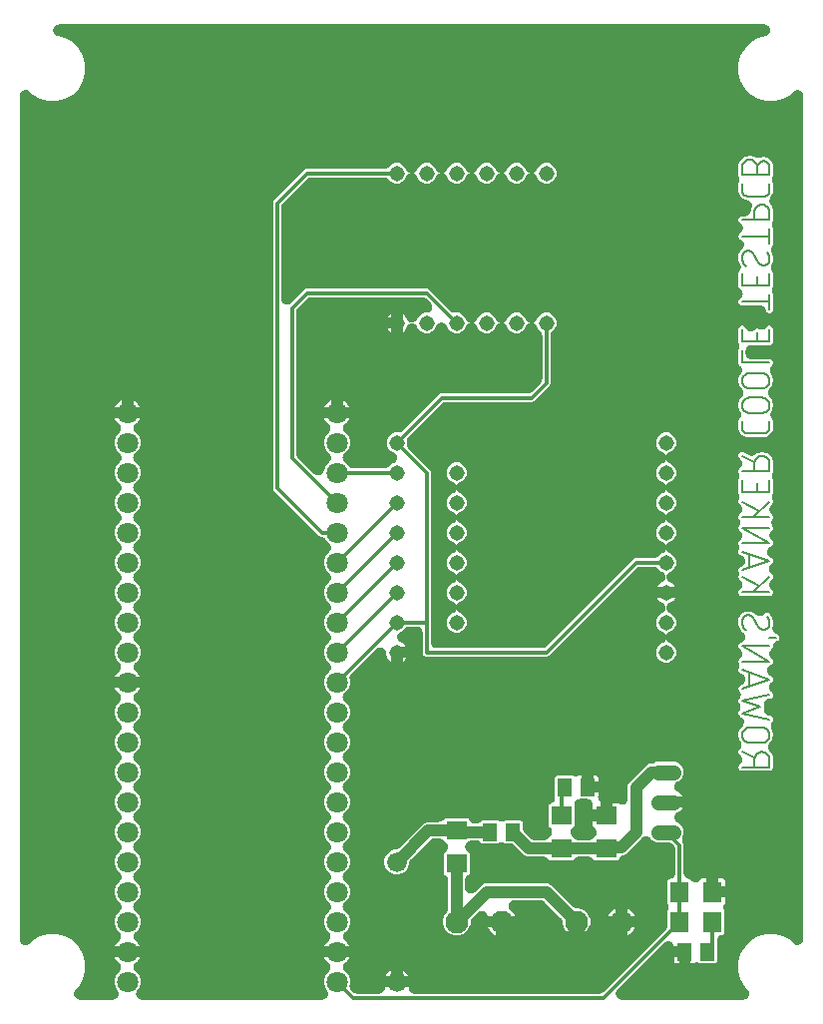
<source format=gbr>
G04 EAGLE Gerber RS-274X export*
G75*
%MOMM*%
%FSLAX34Y34*%
%LPD*%
%INBottom Copper*%
%IPPOS*%
%AMOC8*
5,1,8,0,0,1.08239X$1,22.5*%
G01*
%ADD10C,0.203200*%
%ADD11R,1.800000X1.600000*%
%ADD12R,1.600000X1.800000*%
%ADD13C,1.676400*%
%ADD14R,1.803000X1.600000*%
%ADD15C,1.950000*%
%ADD16R,1.300000X1.500000*%
%ADD17C,1.308000*%
%ADD18C,1.800000*%
%ADD19C,1.308000*%
%ADD20C,0.300000*%
%ADD21C,1.000000*%

G36*
X89462Y10177D02*
X89462Y10177D01*
X89713Y10186D01*
X89778Y10197D01*
X89843Y10201D01*
X90089Y10248D01*
X90337Y10289D01*
X90400Y10308D01*
X90464Y10320D01*
X90702Y10398D01*
X90942Y10470D01*
X91003Y10496D01*
X91065Y10517D01*
X91292Y10624D01*
X91520Y10725D01*
X91577Y10759D01*
X91636Y10787D01*
X91848Y10923D01*
X92062Y11052D01*
X92113Y11093D01*
X92168Y11128D01*
X92361Y11289D01*
X92557Y11444D01*
X92603Y11491D01*
X92654Y11533D01*
X92824Y11717D01*
X92999Y11896D01*
X93039Y11948D01*
X93084Y11997D01*
X93229Y12200D01*
X93381Y12400D01*
X93414Y12457D01*
X93452Y12510D01*
X93571Y12731D01*
X93696Y12948D01*
X93721Y13009D01*
X93752Y13066D01*
X93843Y13300D01*
X93939Y13531D01*
X93957Y13595D01*
X93980Y13656D01*
X94040Y13899D01*
X94107Y14141D01*
X94116Y14206D01*
X94132Y14270D01*
X94161Y14518D01*
X94196Y14766D01*
X94197Y14832D01*
X94205Y14897D01*
X94202Y15147D01*
X94206Y15399D01*
X94199Y15464D01*
X94198Y15530D01*
X94164Y15778D01*
X94136Y16027D01*
X94121Y16090D01*
X94112Y16156D01*
X94046Y16398D01*
X93987Y16641D01*
X93964Y16702D01*
X93947Y16766D01*
X93852Y16997D01*
X93762Y17232D01*
X93731Y17290D01*
X93706Y17350D01*
X93583Y17568D01*
X93465Y17789D01*
X93427Y17843D01*
X93394Y17900D01*
X93244Y18101D01*
X93099Y18305D01*
X93050Y18360D01*
X93015Y18406D01*
X92918Y18506D01*
X92748Y18695D01*
X92274Y19169D01*
X90599Y23212D01*
X90599Y27588D01*
X92274Y31631D01*
X94907Y34265D01*
X95037Y34412D01*
X95173Y34552D01*
X95246Y34649D01*
X95325Y34739D01*
X95435Y34901D01*
X95553Y35058D01*
X95612Y35163D01*
X95680Y35262D01*
X95768Y35437D01*
X95865Y35607D01*
X95911Y35719D01*
X95966Y35826D01*
X96031Y36011D01*
X96106Y36192D01*
X96137Y36308D01*
X96178Y36421D01*
X96220Y36613D01*
X96271Y36802D01*
X96288Y36921D01*
X96313Y37039D01*
X96331Y37234D01*
X96358Y37428D01*
X96359Y37548D01*
X96370Y37668D01*
X96363Y37864D01*
X96365Y38060D01*
X96351Y38180D01*
X96347Y38300D01*
X96315Y38493D01*
X96292Y38688D01*
X96263Y38805D01*
X96244Y38924D01*
X96188Y39111D01*
X96141Y39302D01*
X96097Y39414D01*
X96063Y39529D01*
X95984Y39709D01*
X95913Y39891D01*
X95856Y39997D01*
X95807Y40107D01*
X95706Y40275D01*
X95613Y40448D01*
X95543Y40545D01*
X95480Y40649D01*
X95359Y40802D01*
X95245Y40961D01*
X95163Y41050D01*
X95088Y41144D01*
X94948Y41281D01*
X94815Y41425D01*
X94709Y41515D01*
X94636Y41586D01*
X94544Y41657D01*
X94416Y41766D01*
X93974Y42105D01*
X92905Y43174D01*
X91984Y44374D01*
X91227Y45685D01*
X91179Y45801D01*
X101600Y45801D01*
X112021Y45801D01*
X111973Y45685D01*
X111216Y44374D01*
X110295Y43174D01*
X109226Y42105D01*
X108784Y41766D01*
X108637Y41637D01*
X108483Y41515D01*
X108399Y41429D01*
X108308Y41350D01*
X108178Y41204D01*
X108041Y41064D01*
X107968Y40968D01*
X107888Y40878D01*
X107777Y40716D01*
X107659Y40560D01*
X107599Y40456D01*
X107531Y40356D01*
X107442Y40181D01*
X107344Y40012D01*
X107298Y39901D01*
X107243Y39793D01*
X107176Y39609D01*
X107101Y39428D01*
X107069Y39312D01*
X107028Y39199D01*
X106985Y39008D01*
X106933Y38819D01*
X106916Y38700D01*
X106890Y38582D01*
X106872Y38387D01*
X106844Y38193D01*
X106842Y38073D01*
X106831Y37953D01*
X106837Y37757D01*
X106834Y37561D01*
X106847Y37441D01*
X106851Y37321D01*
X106882Y37128D01*
X106904Y36933D01*
X106932Y36816D01*
X106952Y36697D01*
X107007Y36509D01*
X107053Y36319D01*
X107096Y36206D01*
X107130Y36091D01*
X107208Y35912D01*
X107278Y35728D01*
X107335Y35622D01*
X107383Y35511D01*
X107483Y35343D01*
X107576Y35170D01*
X107645Y35072D01*
X107707Y34969D01*
X107828Y34815D01*
X107941Y34655D01*
X108035Y34551D01*
X108097Y34472D01*
X108180Y34390D01*
X108293Y34265D01*
X110926Y31631D01*
X112601Y27588D01*
X112601Y23212D01*
X110926Y19169D01*
X110452Y18695D01*
X110286Y18506D01*
X110116Y18323D01*
X110078Y18270D01*
X110035Y18221D01*
X109893Y18012D01*
X109748Y17810D01*
X109717Y17752D01*
X109680Y17697D01*
X109566Y17473D01*
X109448Y17254D01*
X109424Y17192D01*
X109394Y17134D01*
X109310Y16898D01*
X109220Y16664D01*
X109204Y16600D01*
X109182Y16538D01*
X109128Y16293D01*
X109068Y16050D01*
X109060Y15985D01*
X109046Y15921D01*
X109024Y15671D01*
X108995Y15423D01*
X108996Y15357D01*
X108990Y15291D01*
X108999Y15040D01*
X109002Y14790D01*
X109011Y14725D01*
X109013Y14660D01*
X109054Y14412D01*
X109088Y14164D01*
X109105Y14101D01*
X109116Y14036D01*
X109188Y13795D01*
X109253Y13554D01*
X109278Y13493D01*
X109297Y13430D01*
X109398Y13201D01*
X109494Y12970D01*
X109526Y12912D01*
X109553Y12852D01*
X109682Y12638D01*
X109806Y12420D01*
X109845Y12367D01*
X109879Y12311D01*
X110035Y12114D01*
X110185Y11914D01*
X110231Y11867D01*
X110272Y11816D01*
X110451Y11640D01*
X110625Y11460D01*
X110676Y11419D01*
X110723Y11373D01*
X110923Y11222D01*
X111119Y11066D01*
X111175Y11031D01*
X111227Y10992D01*
X111444Y10867D01*
X111658Y10736D01*
X111718Y10710D01*
X111775Y10677D01*
X112007Y10580D01*
X112235Y10478D01*
X112298Y10459D01*
X112359Y10434D01*
X112600Y10367D01*
X112840Y10294D01*
X112905Y10283D01*
X112968Y10266D01*
X113216Y10230D01*
X113463Y10188D01*
X113537Y10184D01*
X113594Y10176D01*
X113733Y10174D01*
X113987Y10161D01*
X267013Y10161D01*
X267262Y10177D01*
X267513Y10186D01*
X267578Y10197D01*
X267643Y10201D01*
X267889Y10248D01*
X268137Y10289D01*
X268200Y10308D01*
X268264Y10320D01*
X268502Y10398D01*
X268742Y10470D01*
X268803Y10496D01*
X268865Y10517D01*
X269092Y10624D01*
X269320Y10725D01*
X269377Y10759D01*
X269436Y10787D01*
X269648Y10923D01*
X269862Y11052D01*
X269913Y11093D01*
X269968Y11128D01*
X270161Y11289D01*
X270357Y11444D01*
X270403Y11491D01*
X270454Y11533D01*
X270624Y11717D01*
X270799Y11896D01*
X270839Y11948D01*
X270884Y11997D01*
X271029Y12200D01*
X271181Y12400D01*
X271214Y12457D01*
X271252Y12510D01*
X271371Y12731D01*
X271496Y12948D01*
X271521Y13009D01*
X271552Y13066D01*
X271643Y13300D01*
X271739Y13531D01*
X271757Y13595D01*
X271780Y13656D01*
X271840Y13899D01*
X271907Y14141D01*
X271916Y14206D01*
X271932Y14270D01*
X271961Y14518D01*
X271996Y14766D01*
X271997Y14832D01*
X272005Y14897D01*
X272002Y15147D01*
X272006Y15399D01*
X271999Y15464D01*
X271998Y15530D01*
X271964Y15778D01*
X271936Y16027D01*
X271921Y16090D01*
X271912Y16156D01*
X271846Y16398D01*
X271787Y16641D01*
X271764Y16702D01*
X271747Y16766D01*
X271652Y16997D01*
X271562Y17232D01*
X271531Y17290D01*
X271506Y17350D01*
X271383Y17568D01*
X271265Y17789D01*
X271227Y17843D01*
X271194Y17900D01*
X271044Y18101D01*
X270899Y18305D01*
X270850Y18360D01*
X270815Y18406D01*
X270718Y18506D01*
X270548Y18695D01*
X270074Y19169D01*
X268399Y23212D01*
X268399Y27588D01*
X270074Y31631D01*
X272707Y34265D01*
X272837Y34412D01*
X272973Y34552D01*
X273046Y34649D01*
X273125Y34739D01*
X273235Y34901D01*
X273353Y35058D01*
X273412Y35163D01*
X273480Y35262D01*
X273568Y35437D01*
X273665Y35607D01*
X273711Y35719D01*
X273766Y35826D01*
X273831Y36011D01*
X273906Y36192D01*
X273937Y36308D01*
X273978Y36421D01*
X274020Y36613D01*
X274071Y36802D01*
X274088Y36921D01*
X274113Y37039D01*
X274131Y37234D01*
X274158Y37428D01*
X274159Y37548D01*
X274170Y37668D01*
X274163Y37864D01*
X274165Y38060D01*
X274151Y38180D01*
X274147Y38300D01*
X274115Y38493D01*
X274092Y38688D01*
X274063Y38805D01*
X274044Y38924D01*
X273988Y39111D01*
X273941Y39302D01*
X273897Y39414D01*
X273863Y39529D01*
X273784Y39709D01*
X273713Y39891D01*
X273656Y39997D01*
X273607Y40107D01*
X273506Y40275D01*
X273413Y40448D01*
X273343Y40545D01*
X273280Y40649D01*
X273159Y40802D01*
X273045Y40961D01*
X272963Y41050D01*
X272888Y41144D01*
X272748Y41281D01*
X272615Y41425D01*
X272509Y41515D01*
X272436Y41586D01*
X272344Y41657D01*
X272216Y41766D01*
X271774Y42105D01*
X270705Y43174D01*
X269784Y44374D01*
X269027Y45685D01*
X268979Y45801D01*
X279400Y45801D01*
X289821Y45801D01*
X289773Y45685D01*
X289016Y44374D01*
X288095Y43174D01*
X287026Y42105D01*
X286584Y41766D01*
X286437Y41637D01*
X286283Y41516D01*
X286199Y41430D01*
X286108Y41350D01*
X285978Y41204D01*
X285841Y41064D01*
X285768Y40968D01*
X285688Y40878D01*
X285578Y40716D01*
X285459Y40560D01*
X285399Y40455D01*
X285331Y40356D01*
X285242Y40182D01*
X285144Y40012D01*
X285098Y39901D01*
X285043Y39794D01*
X284977Y39609D01*
X284901Y39428D01*
X284869Y39312D01*
X284828Y39199D01*
X284785Y39008D01*
X284733Y38819D01*
X284716Y38700D01*
X284690Y38582D01*
X284672Y38388D01*
X284644Y38193D01*
X284642Y38073D01*
X284631Y37953D01*
X284637Y37757D01*
X284634Y37561D01*
X284647Y37442D01*
X284651Y37321D01*
X284682Y37128D01*
X284704Y36933D01*
X284732Y36816D01*
X284751Y36697D01*
X284807Y36509D01*
X284853Y36319D01*
X284896Y36206D01*
X284930Y36091D01*
X285008Y35911D01*
X285078Y35728D01*
X285134Y35622D01*
X285183Y35512D01*
X285283Y35343D01*
X285376Y35171D01*
X285445Y35072D01*
X285507Y34969D01*
X285628Y34815D01*
X285741Y34655D01*
X285834Y34552D01*
X285897Y34472D01*
X285980Y34390D01*
X286093Y34265D01*
X288726Y31631D01*
X290401Y27588D01*
X290401Y23140D01*
X290397Y23125D01*
X290343Y22969D01*
X290313Y22820D01*
X290272Y22673D01*
X290249Y22511D01*
X290216Y22350D01*
X290205Y22199D01*
X290183Y22048D01*
X290180Y21883D01*
X290168Y21720D01*
X290175Y21568D01*
X290173Y21416D01*
X290191Y21252D01*
X290200Y21089D01*
X290226Y20939D01*
X290243Y20787D01*
X290282Y20628D01*
X290311Y20466D01*
X290356Y20321D01*
X290392Y20173D01*
X290450Y20020D01*
X290499Y19863D01*
X290563Y19725D01*
X290617Y19582D01*
X290694Y19438D01*
X290763Y19288D01*
X290843Y19159D01*
X290915Y19025D01*
X291010Y18891D01*
X291096Y18752D01*
X291192Y18633D01*
X291280Y18509D01*
X291414Y18361D01*
X291495Y18261D01*
X291556Y18203D01*
X291632Y18119D01*
X293126Y16625D01*
X293215Y16546D01*
X293298Y16460D01*
X293452Y16337D01*
X293600Y16207D01*
X293699Y16140D01*
X293792Y16066D01*
X293960Y15963D01*
X294123Y15853D01*
X294230Y15799D01*
X294332Y15736D01*
X294511Y15656D01*
X294687Y15567D01*
X294800Y15527D01*
X294909Y15478D01*
X295097Y15421D01*
X295283Y15354D01*
X295399Y15329D01*
X295513Y15294D01*
X295708Y15261D01*
X295900Y15219D01*
X296019Y15208D01*
X296137Y15188D01*
X296390Y15175D01*
X296530Y15162D01*
X296587Y15165D01*
X296661Y15161D01*
X315161Y15161D01*
X315183Y15162D01*
X315204Y15161D01*
X315498Y15182D01*
X315792Y15201D01*
X315813Y15205D01*
X315835Y15206D01*
X316123Y15264D01*
X316413Y15320D01*
X316433Y15327D01*
X316454Y15331D01*
X316732Y15424D01*
X317014Y15517D01*
X317033Y15526D01*
X317053Y15533D01*
X317317Y15660D01*
X317585Y15787D01*
X317603Y15799D01*
X317622Y15808D01*
X317868Y15969D01*
X318117Y16128D01*
X318134Y16142D01*
X318152Y16154D01*
X318376Y16345D01*
X318602Y16533D01*
X318617Y16549D01*
X318633Y16563D01*
X318832Y16781D01*
X319032Y16997D01*
X319045Y17014D01*
X319059Y17030D01*
X319229Y17270D01*
X319401Y17510D01*
X319411Y17529D01*
X319423Y17547D01*
X319561Y17807D01*
X319701Y18066D01*
X319709Y18086D01*
X319719Y18105D01*
X319822Y18380D01*
X319929Y18656D01*
X319934Y18677D01*
X319942Y18697D01*
X320010Y18983D01*
X320081Y19270D01*
X320083Y19291D01*
X320088Y19312D01*
X320120Y19607D01*
X320154Y19897D01*
X320153Y19919D01*
X320156Y19940D01*
X320150Y20237D01*
X320148Y20401D01*
X330200Y20401D01*
X340247Y20401D01*
X340250Y20129D01*
X340250Y19833D01*
X340253Y19812D01*
X340253Y19790D01*
X340293Y19500D01*
X340331Y19206D01*
X340337Y19186D01*
X340340Y19164D01*
X340416Y18881D01*
X340491Y18595D01*
X340499Y18575D01*
X340504Y18554D01*
X340616Y18282D01*
X340726Y18008D01*
X340737Y17989D01*
X340745Y17970D01*
X340891Y17712D01*
X341034Y17456D01*
X341047Y17439D01*
X341057Y17420D01*
X341235Y17183D01*
X341409Y16947D01*
X341423Y16932D01*
X341436Y16914D01*
X341642Y16702D01*
X341845Y16489D01*
X341861Y16476D01*
X341876Y16460D01*
X342108Y16276D01*
X342335Y16090D01*
X342353Y16079D01*
X342370Y16066D01*
X342622Y15912D01*
X342872Y15757D01*
X342891Y15748D01*
X342910Y15736D01*
X343179Y15616D01*
X343446Y15493D01*
X343467Y15487D01*
X343486Y15478D01*
X343768Y15392D01*
X344050Y15304D01*
X344071Y15300D01*
X344091Y15294D01*
X344382Y15245D01*
X344672Y15193D01*
X344693Y15192D01*
X344714Y15188D01*
X345239Y15161D01*
X502139Y15161D01*
X502258Y15168D01*
X502378Y15166D01*
X502574Y15188D01*
X502770Y15201D01*
X502887Y15223D01*
X503006Y15236D01*
X503197Y15283D01*
X503391Y15320D01*
X503504Y15357D01*
X503620Y15385D01*
X503804Y15455D01*
X503991Y15517D01*
X504100Y15568D01*
X504211Y15610D01*
X504384Y15703D01*
X504563Y15787D01*
X504663Y15852D01*
X504768Y15908D01*
X504929Y16022D01*
X505095Y16128D01*
X505187Y16205D01*
X505284Y16274D01*
X505473Y16444D01*
X505580Y16533D01*
X505619Y16576D01*
X505674Y16625D01*
X558735Y69686D01*
X558814Y69775D01*
X558900Y69858D01*
X559023Y70012D01*
X559153Y70160D01*
X559220Y70259D01*
X559294Y70352D01*
X559397Y70520D01*
X559507Y70683D01*
X559561Y70790D01*
X559624Y70892D01*
X559704Y71071D01*
X559793Y71247D01*
X559833Y71360D01*
X559882Y71469D01*
X559939Y71657D01*
X560006Y71843D01*
X560031Y71959D01*
X560066Y72073D01*
X560099Y72268D01*
X560141Y72460D01*
X560152Y72579D01*
X560172Y72697D01*
X560185Y72950D01*
X560198Y73090D01*
X560195Y73147D01*
X560199Y73221D01*
X560199Y85598D01*
X560775Y86987D01*
X560813Y87100D01*
X560861Y87209D01*
X560915Y87398D01*
X560979Y87585D01*
X561003Y87702D01*
X561036Y87817D01*
X561067Y88011D01*
X561106Y88204D01*
X561116Y88323D01*
X561134Y88441D01*
X561140Y88638D01*
X561155Y88834D01*
X561149Y88954D01*
X561152Y89073D01*
X561133Y89269D01*
X561123Y89466D01*
X561102Y89583D01*
X561090Y89702D01*
X561047Y89894D01*
X561012Y90088D01*
X560976Y90202D01*
X560950Y90318D01*
X560865Y90558D01*
X560823Y90691D01*
X560799Y90744D01*
X560775Y90813D01*
X560199Y92202D01*
X560199Y110998D01*
X560504Y111733D01*
X561067Y112296D01*
X561820Y112608D01*
X561885Y112612D01*
X562070Y112614D01*
X562200Y112632D01*
X562331Y112641D01*
X562512Y112676D01*
X562696Y112701D01*
X562822Y112735D01*
X562952Y112760D01*
X563128Y112818D01*
X563306Y112866D01*
X563427Y112916D01*
X563552Y112957D01*
X563720Y113036D01*
X563890Y113106D01*
X564005Y113171D01*
X564123Y113227D01*
X564279Y113327D01*
X564440Y113418D01*
X564545Y113497D01*
X564656Y113568D01*
X564798Y113687D01*
X564946Y113798D01*
X565040Y113889D01*
X565141Y113973D01*
X565267Y114109D01*
X565400Y114238D01*
X565482Y114340D01*
X565571Y114437D01*
X565679Y114587D01*
X565794Y114731D01*
X565863Y114844D01*
X565939Y114950D01*
X566027Y115113D01*
X566124Y115271D01*
X566177Y115391D01*
X566240Y115506D01*
X566306Y115679D01*
X566382Y115848D01*
X566420Y115973D01*
X566468Y116096D01*
X566512Y116276D01*
X566566Y116453D01*
X566588Y116582D01*
X566619Y116710D01*
X566641Y116893D01*
X566672Y117076D01*
X566680Y117229D01*
X566692Y117337D01*
X566691Y117446D01*
X566699Y117600D01*
X566699Y137479D01*
X566692Y137598D01*
X566694Y137718D01*
X566672Y137914D01*
X566659Y138110D01*
X566637Y138227D01*
X566624Y138346D01*
X566577Y138537D01*
X566540Y138731D01*
X566503Y138844D01*
X566475Y138960D01*
X566405Y139144D01*
X566343Y139331D01*
X566292Y139440D01*
X566250Y139551D01*
X566157Y139724D01*
X566073Y139903D01*
X566008Y140003D01*
X565952Y140108D01*
X565838Y140269D01*
X565732Y140435D01*
X565655Y140527D01*
X565586Y140624D01*
X565416Y140813D01*
X565327Y140920D01*
X565284Y140959D01*
X565235Y141014D01*
X563854Y142395D01*
X563765Y142474D01*
X563682Y142560D01*
X563528Y142683D01*
X563380Y142813D01*
X563281Y142880D01*
X563188Y142954D01*
X563020Y143057D01*
X562857Y143167D01*
X562750Y143221D01*
X562648Y143284D01*
X562469Y143364D01*
X562293Y143453D01*
X562180Y143493D01*
X562071Y143542D01*
X561883Y143599D01*
X561697Y143666D01*
X561581Y143691D01*
X561467Y143726D01*
X561272Y143759D01*
X561080Y143801D01*
X560961Y143812D01*
X560843Y143832D01*
X560590Y143845D01*
X560450Y143858D01*
X560393Y143855D01*
X560319Y143859D01*
X550561Y143859D01*
X547422Y145159D01*
X545276Y147306D01*
X545137Y147428D01*
X545005Y147557D01*
X544900Y147636D01*
X544802Y147723D01*
X544648Y147827D01*
X544501Y147939D01*
X544387Y148004D01*
X544278Y148078D01*
X544113Y148162D01*
X543953Y148254D01*
X543832Y148304D01*
X543715Y148364D01*
X543541Y148426D01*
X543370Y148497D01*
X543243Y148532D01*
X543119Y148576D01*
X542939Y148616D01*
X542760Y148665D01*
X542630Y148683D01*
X542502Y148712D01*
X542318Y148728D01*
X542135Y148754D01*
X542003Y148756D01*
X541872Y148768D01*
X541688Y148761D01*
X541503Y148764D01*
X541372Y148750D01*
X541241Y148745D01*
X541058Y148715D01*
X540874Y148694D01*
X540747Y148663D01*
X540617Y148642D01*
X540440Y148589D01*
X540260Y148545D01*
X540137Y148499D01*
X540011Y148461D01*
X539842Y148386D01*
X539669Y148320D01*
X539553Y148258D01*
X539433Y148205D01*
X539275Y148110D01*
X539112Y148023D01*
X539005Y147947D01*
X538892Y147879D01*
X538747Y147764D01*
X538596Y147657D01*
X538482Y147554D01*
X538397Y147486D01*
X538320Y147408D01*
X538206Y147305D01*
X536662Y145762D01*
X524666Y133765D01*
X521622Y132504D01*
X521515Y132452D01*
X521404Y132408D01*
X521232Y132313D01*
X521055Y132226D01*
X520955Y132160D01*
X520850Y132103D01*
X520691Y131987D01*
X520527Y131878D01*
X520436Y131801D01*
X520340Y131730D01*
X520197Y131595D01*
X520047Y131467D01*
X519967Y131378D01*
X519880Y131296D01*
X519755Y131144D01*
X519623Y130998D01*
X519555Y130900D01*
X519479Y130808D01*
X519374Y130641D01*
X519262Y130480D01*
X519206Y130374D01*
X519143Y130273D01*
X519033Y130044D01*
X518968Y129920D01*
X518948Y129865D01*
X518917Y129799D01*
X518696Y129267D01*
X518133Y128704D01*
X517398Y128399D01*
X498602Y128399D01*
X497867Y128704D01*
X496636Y129935D01*
X496546Y130014D01*
X496463Y130100D01*
X496309Y130223D01*
X496161Y130353D01*
X496062Y130420D01*
X495969Y130494D01*
X495801Y130597D01*
X495638Y130707D01*
X495531Y130761D01*
X495430Y130824D01*
X495250Y130904D01*
X495074Y130993D01*
X494962Y131033D01*
X494853Y131082D01*
X494664Y131139D01*
X494479Y131206D01*
X494362Y131231D01*
X494248Y131266D01*
X494054Y131299D01*
X493861Y131341D01*
X493743Y131352D01*
X493625Y131372D01*
X493371Y131385D01*
X493232Y131398D01*
X493174Y131395D01*
X493101Y131399D01*
X484799Y131399D01*
X484680Y131392D01*
X484561Y131394D01*
X484365Y131372D01*
X484169Y131359D01*
X484052Y131337D01*
X483933Y131324D01*
X483741Y131277D01*
X483548Y131240D01*
X483434Y131203D01*
X483318Y131175D01*
X483135Y131105D01*
X482947Y131043D01*
X482839Y130992D01*
X482728Y130950D01*
X482554Y130857D01*
X482376Y130773D01*
X482275Y130708D01*
X482170Y130652D01*
X482010Y130538D01*
X481844Y130432D01*
X481752Y130355D01*
X481655Y130286D01*
X481466Y130116D01*
X481359Y130027D01*
X481319Y129984D01*
X481264Y129935D01*
X480033Y128704D01*
X479298Y128399D01*
X460502Y128399D01*
X459767Y128704D01*
X458536Y129935D01*
X458446Y130014D01*
X458363Y130100D01*
X458209Y130223D01*
X458061Y130353D01*
X457962Y130420D01*
X457869Y130494D01*
X457701Y130597D01*
X457538Y130707D01*
X457431Y130761D01*
X457330Y130824D01*
X457150Y130904D01*
X456974Y130993D01*
X456862Y131033D01*
X456753Y131082D01*
X456564Y131139D01*
X456379Y131206D01*
X456262Y131231D01*
X456148Y131266D01*
X455954Y131299D01*
X455761Y131341D01*
X455643Y131352D01*
X455525Y131372D01*
X455271Y131385D01*
X455132Y131398D01*
X455074Y131395D01*
X455001Y131399D01*
X441207Y131399D01*
X438634Y132465D01*
X435962Y135138D01*
X429664Y141435D01*
X429575Y141514D01*
X429492Y141600D01*
X429338Y141723D01*
X429190Y141853D01*
X429091Y141920D01*
X428998Y141994D01*
X428830Y142097D01*
X428667Y142207D01*
X428561Y142261D01*
X428459Y142324D01*
X428279Y142404D01*
X428103Y142493D01*
X427991Y142533D01*
X427882Y142582D01*
X427693Y142639D01*
X427508Y142706D01*
X427391Y142731D01*
X427277Y142766D01*
X427083Y142799D01*
X426890Y142841D01*
X426772Y142852D01*
X426654Y142872D01*
X426400Y142885D01*
X426261Y142898D01*
X426203Y142895D01*
X426129Y142899D01*
X421702Y142899D01*
X421013Y143185D01*
X420900Y143223D01*
X420791Y143271D01*
X420602Y143325D01*
X420415Y143389D01*
X420298Y143413D01*
X420183Y143446D01*
X419989Y143477D01*
X419796Y143516D01*
X419677Y143526D01*
X419559Y143544D01*
X419362Y143550D01*
X419166Y143565D01*
X419046Y143559D01*
X418927Y143562D01*
X418731Y143543D01*
X418534Y143533D01*
X418417Y143512D01*
X418298Y143500D01*
X418106Y143457D01*
X417912Y143422D01*
X417798Y143386D01*
X417682Y143360D01*
X417443Y143275D01*
X417309Y143233D01*
X417256Y143209D01*
X417187Y143185D01*
X416498Y142899D01*
X402702Y142899D01*
X401967Y143204D01*
X401236Y143935D01*
X401146Y144014D01*
X401063Y144100D01*
X400909Y144223D01*
X400761Y144353D01*
X400663Y144420D01*
X400569Y144494D01*
X400401Y144597D01*
X400238Y144707D01*
X400132Y144761D01*
X400030Y144824D01*
X399850Y144904D01*
X399674Y144993D01*
X399562Y145033D01*
X399453Y145082D01*
X399264Y145139D01*
X399079Y145206D01*
X398962Y145231D01*
X398848Y145266D01*
X398654Y145299D01*
X398461Y145341D01*
X398343Y145352D01*
X398225Y145372D01*
X397971Y145385D01*
X397832Y145398D01*
X397774Y145395D01*
X397701Y145399D01*
X394394Y145399D01*
X394275Y145392D01*
X394156Y145394D01*
X393960Y145372D01*
X393764Y145359D01*
X393647Y145337D01*
X393528Y145324D01*
X393336Y145277D01*
X393143Y145240D01*
X393029Y145203D01*
X392913Y145175D01*
X392730Y145105D01*
X392542Y145043D01*
X392434Y144992D01*
X392323Y144950D01*
X392149Y144857D01*
X391971Y144773D01*
X391870Y144708D01*
X391765Y144652D01*
X391605Y144538D01*
X391439Y144432D01*
X391347Y144355D01*
X391250Y144286D01*
X391176Y144220D01*
X391152Y144208D01*
X390925Y144104D01*
X390869Y144069D01*
X390810Y144040D01*
X390600Y143902D01*
X390388Y143770D01*
X390337Y143729D01*
X390282Y143693D01*
X390092Y143530D01*
X389897Y143372D01*
X389852Y143324D01*
X389802Y143281D01*
X389634Y143095D01*
X389461Y142914D01*
X389422Y142861D01*
X389378Y142812D01*
X389235Y142607D01*
X389086Y142405D01*
X389054Y142348D01*
X389017Y142294D01*
X388901Y142072D01*
X388779Y141853D01*
X388754Y141792D01*
X388724Y141734D01*
X388636Y141499D01*
X388543Y141267D01*
X388526Y141203D01*
X388503Y141141D01*
X388446Y140897D01*
X388383Y140655D01*
X388375Y140590D01*
X388360Y140526D01*
X388334Y140276D01*
X388302Y140028D01*
X388302Y139963D01*
X388295Y139897D01*
X388301Y139646D01*
X388300Y139396D01*
X388309Y139331D01*
X388310Y139265D01*
X388348Y139017D01*
X388379Y138769D01*
X388395Y138705D01*
X388405Y138640D01*
X388473Y138399D01*
X388535Y138156D01*
X388560Y138095D01*
X388578Y138032D01*
X388676Y137801D01*
X388768Y137569D01*
X388800Y137511D01*
X388826Y137451D01*
X388953Y137234D01*
X389073Y137015D01*
X389112Y136962D01*
X389145Y136905D01*
X389298Y136707D01*
X389446Y136504D01*
X389491Y136457D01*
X389531Y136405D01*
X389708Y136227D01*
X389880Y136045D01*
X389930Y136003D01*
X389977Y135957D01*
X390174Y135803D01*
X390368Y135644D01*
X390424Y135609D01*
X390476Y135568D01*
X390691Y135441D01*
X390903Y135307D01*
X390970Y135276D01*
X391019Y135246D01*
X391123Y135202D01*
X391711Y134613D01*
X392016Y133878D01*
X392016Y117082D01*
X391711Y116347D01*
X391148Y115784D01*
X391087Y115758D01*
X390950Y115691D01*
X390810Y115634D01*
X390667Y115552D01*
X390519Y115480D01*
X390392Y115396D01*
X390260Y115321D01*
X390129Y115223D01*
X389992Y115132D01*
X389876Y115033D01*
X389754Y114942D01*
X389636Y114828D01*
X389512Y114721D01*
X389410Y114608D01*
X389300Y114502D01*
X389198Y114374D01*
X389088Y114252D01*
X389001Y114127D01*
X388906Y114008D01*
X388820Y113868D01*
X388726Y113734D01*
X388656Y113599D01*
X388576Y113469D01*
X388509Y113319D01*
X388433Y113174D01*
X388380Y113031D01*
X388318Y112892D01*
X388270Y112735D01*
X388213Y112581D01*
X388178Y112433D01*
X388134Y112287D01*
X388107Y112125D01*
X388069Y111965D01*
X388054Y111814D01*
X388028Y111664D01*
X388018Y111465D01*
X388005Y111337D01*
X388007Y111252D01*
X388001Y111140D01*
X388001Y105171D01*
X388017Y104921D01*
X388026Y104670D01*
X388037Y104605D01*
X388041Y104540D01*
X388088Y104294D01*
X388129Y104046D01*
X388148Y103984D01*
X388160Y103919D01*
X388238Y103680D01*
X388310Y103441D01*
X388336Y103381D01*
X388357Y103318D01*
X388464Y103091D01*
X388565Y102863D01*
X388599Y102807D01*
X388627Y102747D01*
X388763Y102536D01*
X388892Y102322D01*
X388933Y102270D01*
X388968Y102215D01*
X389129Y102022D01*
X389284Y101826D01*
X389331Y101780D01*
X389373Y101730D01*
X389557Y101559D01*
X389736Y101384D01*
X389789Y101344D01*
X389837Y101299D01*
X390040Y101154D01*
X390240Y101002D01*
X390297Y100969D01*
X390350Y100931D01*
X390570Y100813D01*
X390788Y100687D01*
X390849Y100662D01*
X390906Y100631D01*
X391140Y100540D01*
X391371Y100444D01*
X391435Y100427D01*
X391496Y100403D01*
X391739Y100343D01*
X391981Y100276D01*
X392046Y100267D01*
X392110Y100251D01*
X392358Y100222D01*
X392606Y100187D01*
X392672Y100186D01*
X392737Y100178D01*
X392987Y100181D01*
X393238Y100177D01*
X393304Y100184D01*
X393370Y100185D01*
X393617Y100219D01*
X393867Y100247D01*
X393931Y100262D01*
X393996Y100271D01*
X394237Y100337D01*
X394481Y100396D01*
X394543Y100419D01*
X394606Y100436D01*
X394837Y100531D01*
X395072Y100621D01*
X395130Y100652D01*
X395190Y100677D01*
X395409Y100801D01*
X395629Y100919D01*
X395683Y100957D01*
X395740Y100989D01*
X395940Y101139D01*
X396145Y101284D01*
X396200Y101334D01*
X396246Y101368D01*
X396346Y101466D01*
X396535Y101636D01*
X402434Y107535D01*
X405007Y108601D01*
X458593Y108601D01*
X461166Y107535D01*
X479286Y89415D01*
X479375Y89336D01*
X479458Y89250D01*
X479612Y89127D01*
X479760Y88997D01*
X479859Y88930D01*
X479952Y88856D01*
X480120Y88753D01*
X480283Y88643D01*
X480390Y88589D01*
X480491Y88526D01*
X480671Y88446D01*
X480847Y88357D01*
X480959Y88317D01*
X481068Y88268D01*
X481257Y88211D01*
X481442Y88144D01*
X481559Y88119D01*
X481673Y88084D01*
X481868Y88051D01*
X482060Y88009D01*
X482178Y87998D01*
X482296Y87978D01*
X482550Y87965D01*
X482689Y87952D01*
X482747Y87955D01*
X482821Y87951D01*
X484937Y87951D01*
X489256Y86162D01*
X492562Y82856D01*
X494351Y78537D01*
X494351Y73863D01*
X492562Y69544D01*
X489256Y66238D01*
X484937Y64449D01*
X480263Y64449D01*
X475944Y66238D01*
X472638Y69544D01*
X470849Y73863D01*
X470849Y75979D01*
X470842Y76098D01*
X470844Y76218D01*
X470822Y76414D01*
X470809Y76610D01*
X470787Y76727D01*
X470774Y76846D01*
X470727Y77038D01*
X470690Y77231D01*
X470653Y77345D01*
X470625Y77460D01*
X470555Y77644D01*
X470493Y77832D01*
X470442Y77940D01*
X470400Y78051D01*
X470307Y78225D01*
X470223Y78403D01*
X470158Y78504D01*
X470102Y78609D01*
X469988Y78769D01*
X469882Y78935D01*
X469805Y79027D01*
X469736Y79124D01*
X469566Y79313D01*
X469477Y79420D01*
X469434Y79460D01*
X469385Y79514D01*
X455764Y93135D01*
X455675Y93214D01*
X455592Y93300D01*
X455438Y93423D01*
X455290Y93553D01*
X455191Y93620D01*
X455098Y93694D01*
X454930Y93797D01*
X454767Y93907D01*
X454660Y93961D01*
X454559Y94024D01*
X454379Y94104D01*
X454203Y94193D01*
X454091Y94233D01*
X453982Y94282D01*
X453793Y94339D01*
X453608Y94406D01*
X453491Y94431D01*
X453377Y94466D01*
X453182Y94499D01*
X452990Y94541D01*
X452872Y94552D01*
X452754Y94572D01*
X452500Y94585D01*
X452361Y94598D01*
X452303Y94595D01*
X452229Y94599D01*
X430039Y94599D01*
X429778Y94583D01*
X429516Y94572D01*
X429462Y94563D01*
X429408Y94559D01*
X429151Y94510D01*
X428893Y94466D01*
X428841Y94450D01*
X428787Y94440D01*
X428538Y94359D01*
X428288Y94283D01*
X428238Y94260D01*
X428186Y94243D01*
X427949Y94131D01*
X427711Y94024D01*
X427665Y93996D01*
X427615Y93973D01*
X427394Y93831D01*
X427172Y93695D01*
X427129Y93661D01*
X427083Y93632D01*
X426882Y93464D01*
X426678Y93301D01*
X426640Y93262D01*
X426598Y93227D01*
X426420Y93035D01*
X426238Y92847D01*
X426205Y92804D01*
X426168Y92763D01*
X426015Y92551D01*
X425858Y92342D01*
X425831Y92294D01*
X425799Y92250D01*
X425675Y92020D01*
X425546Y91792D01*
X425525Y91742D01*
X425499Y91694D01*
X425405Y91449D01*
X425305Y91208D01*
X425291Y91155D01*
X425271Y91104D01*
X425208Y90850D01*
X425140Y90598D01*
X425132Y90544D01*
X425119Y90490D01*
X425089Y90231D01*
X425053Y89972D01*
X425053Y89917D01*
X425046Y89863D01*
X425049Y89602D01*
X425046Y89339D01*
X425052Y89285D01*
X425053Y89230D01*
X425089Y88972D01*
X425119Y88712D01*
X425132Y88659D01*
X425140Y88604D01*
X425208Y88352D01*
X425270Y88098D01*
X425290Y88047D01*
X425304Y87994D01*
X425403Y87753D01*
X425498Y87508D01*
X425524Y87460D01*
X425545Y87410D01*
X425674Y87183D01*
X425798Y86952D01*
X425830Y86908D01*
X425857Y86860D01*
X426014Y86651D01*
X426166Y86438D01*
X426204Y86398D01*
X426236Y86354D01*
X426418Y86167D01*
X426596Y85975D01*
X426643Y85935D01*
X426676Y85900D01*
X426785Y85813D01*
X426995Y85634D01*
X427221Y85460D01*
X428361Y84321D01*
X429341Y83043D01*
X430147Y81648D01*
X430333Y81199D01*
X419100Y81199D01*
X407347Y81199D01*
X407298Y81467D01*
X407253Y81736D01*
X407241Y81778D01*
X407233Y81821D01*
X407151Y82080D01*
X407073Y82341D01*
X407055Y82381D01*
X407042Y82423D01*
X406927Y82671D01*
X406817Y82919D01*
X406794Y82957D01*
X406776Y82997D01*
X406631Y83227D01*
X406490Y83461D01*
X406463Y83495D01*
X406440Y83532D01*
X406268Y83742D01*
X406098Y83956D01*
X406067Y83987D01*
X406039Y84021D01*
X405841Y84208D01*
X405646Y84398D01*
X405611Y84425D01*
X405579Y84455D01*
X405360Y84615D01*
X405142Y84780D01*
X405104Y84802D01*
X405069Y84828D01*
X404831Y84959D01*
X404594Y85095D01*
X404554Y85112D01*
X404515Y85133D01*
X404263Y85233D01*
X404011Y85338D01*
X403969Y85350D01*
X403928Y85366D01*
X403664Y85434D01*
X403401Y85506D01*
X403358Y85512D01*
X403316Y85523D01*
X403045Y85557D01*
X402776Y85595D01*
X402732Y85596D01*
X402688Y85602D01*
X402416Y85601D01*
X402144Y85605D01*
X402100Y85600D01*
X402056Y85600D01*
X401786Y85565D01*
X401516Y85535D01*
X401473Y85525D01*
X401429Y85519D01*
X401166Y85451D01*
X400901Y85387D01*
X400860Y85371D01*
X400818Y85360D01*
X400565Y85258D01*
X400311Y85161D01*
X400272Y85141D01*
X400231Y85124D01*
X399993Y84992D01*
X399753Y84864D01*
X399717Y84838D01*
X399679Y84817D01*
X399459Y84655D01*
X399237Y84498D01*
X399201Y84465D01*
X399170Y84442D01*
X399072Y84349D01*
X398847Y84147D01*
X394215Y79514D01*
X394136Y79425D01*
X394050Y79342D01*
X393927Y79188D01*
X393797Y79040D01*
X393730Y78941D01*
X393656Y78848D01*
X393553Y78680D01*
X393443Y78517D01*
X393389Y78410D01*
X393326Y78309D01*
X393246Y78129D01*
X393157Y77953D01*
X393117Y77841D01*
X393068Y77732D01*
X393011Y77543D01*
X392944Y77358D01*
X392919Y77241D01*
X392884Y77127D01*
X392851Y76932D01*
X392809Y76740D01*
X392798Y76622D01*
X392778Y76504D01*
X392765Y76250D01*
X392752Y76111D01*
X392755Y76053D01*
X392751Y75979D01*
X392751Y73863D01*
X390962Y69544D01*
X387656Y66238D01*
X383337Y64449D01*
X378663Y64449D01*
X374344Y66238D01*
X371038Y69544D01*
X369249Y73863D01*
X369249Y78537D01*
X371038Y82856D01*
X372535Y84353D01*
X372614Y84443D01*
X372700Y84526D01*
X372823Y84680D01*
X372953Y84827D01*
X373020Y84926D01*
X373094Y85019D01*
X373197Y85188D01*
X373307Y85351D01*
X373361Y85457D01*
X373424Y85559D01*
X373504Y85739D01*
X373593Y85914D01*
X373633Y86027D01*
X373682Y86136D01*
X373739Y86324D01*
X373806Y86510D01*
X373831Y86626D01*
X373866Y86741D01*
X373899Y86935D01*
X373941Y87127D01*
X373952Y87246D01*
X373972Y87364D01*
X373985Y87618D01*
X373998Y87757D01*
X373995Y87815D01*
X373999Y87888D01*
X373999Y111140D01*
X373990Y111292D01*
X373990Y111444D01*
X373970Y111607D01*
X373959Y111771D01*
X373931Y111920D01*
X373912Y112071D01*
X373871Y112230D01*
X373840Y112391D01*
X373793Y112536D01*
X373755Y112683D01*
X373695Y112836D01*
X373643Y112992D01*
X373578Y113130D01*
X373522Y113271D01*
X373443Y113415D01*
X373373Y113563D01*
X373290Y113692D01*
X373217Y113825D01*
X373120Y113957D01*
X373032Y114096D01*
X372934Y114212D01*
X372845Y114335D01*
X372732Y114455D01*
X372627Y114581D01*
X372515Y114684D01*
X372411Y114795D01*
X372284Y114899D01*
X372163Y115011D01*
X372040Y115099D01*
X371922Y115196D01*
X371783Y115283D01*
X371650Y115379D01*
X371516Y115451D01*
X371387Y115532D01*
X371207Y115618D01*
X371094Y115679D01*
X371015Y115710D01*
X370913Y115758D01*
X370852Y115784D01*
X370289Y116347D01*
X369984Y117082D01*
X369984Y133878D01*
X370289Y134613D01*
X370884Y135208D01*
X371076Y135296D01*
X371131Y135331D01*
X371190Y135360D01*
X371400Y135498D01*
X371612Y135630D01*
X371663Y135671D01*
X371718Y135707D01*
X371909Y135871D01*
X372103Y136029D01*
X372148Y136076D01*
X372198Y136119D01*
X372366Y136305D01*
X372539Y136486D01*
X372578Y136539D01*
X372622Y136588D01*
X372765Y136793D01*
X372914Y136995D01*
X372946Y137052D01*
X372983Y137106D01*
X373100Y137328D01*
X373222Y137547D01*
X373246Y137608D01*
X373276Y137666D01*
X373364Y137902D01*
X373457Y138134D01*
X373474Y138197D01*
X373497Y138259D01*
X373554Y138503D01*
X373617Y138745D01*
X373625Y138810D01*
X373640Y138874D01*
X373666Y139123D01*
X373698Y139372D01*
X373698Y139438D01*
X373705Y139503D01*
X373699Y139753D01*
X373700Y140004D01*
X373691Y140070D01*
X373690Y140135D01*
X373652Y140382D01*
X373621Y140631D01*
X373605Y140695D01*
X373595Y140760D01*
X373527Y141001D01*
X373465Y141244D01*
X373440Y141305D01*
X373422Y141368D01*
X373324Y141598D01*
X373232Y141831D01*
X373200Y141889D01*
X373174Y141949D01*
X373048Y142165D01*
X372927Y142385D01*
X372888Y142438D01*
X372855Y142495D01*
X372702Y142693D01*
X372554Y142896D01*
X372509Y142943D01*
X372469Y142995D01*
X372293Y143173D01*
X372120Y143355D01*
X372069Y143397D01*
X372023Y143443D01*
X371826Y143597D01*
X371632Y143756D01*
X371576Y143791D01*
X371524Y143832D01*
X371309Y143959D01*
X371096Y144093D01*
X371030Y144124D01*
X370980Y144154D01*
X370877Y144199D01*
X369621Y145455D01*
X369531Y145534D01*
X369448Y145620D01*
X369294Y145743D01*
X369146Y145873D01*
X369047Y145940D01*
X368954Y146014D01*
X368786Y146117D01*
X368623Y146227D01*
X368516Y146281D01*
X368415Y146344D01*
X368235Y146424D01*
X368059Y146513D01*
X367947Y146553D01*
X367838Y146602D01*
X367649Y146659D01*
X367464Y146726D01*
X367347Y146751D01*
X367233Y146786D01*
X367039Y146819D01*
X366846Y146861D01*
X366728Y146872D01*
X366610Y146892D01*
X366356Y146905D01*
X366217Y146918D01*
X366159Y146915D01*
X366086Y146919D01*
X362091Y146919D01*
X361972Y146912D01*
X361852Y146914D01*
X361656Y146892D01*
X361460Y146879D01*
X361343Y146857D01*
X361224Y146844D01*
X361032Y146797D01*
X360839Y146760D01*
X360725Y146723D01*
X360610Y146695D01*
X360426Y146625D01*
X360238Y146563D01*
X360130Y146512D01*
X360019Y146470D01*
X359845Y146377D01*
X359667Y146293D01*
X359566Y146228D01*
X359461Y146172D01*
X359301Y146058D01*
X359135Y145952D01*
X359043Y145875D01*
X358946Y145806D01*
X358757Y145636D01*
X358650Y145547D01*
X358610Y145504D01*
X358556Y145455D01*
X342047Y128946D01*
X341968Y128857D01*
X341882Y128774D01*
X341759Y128620D01*
X341629Y128472D01*
X341562Y128373D01*
X341488Y128280D01*
X341385Y128112D01*
X341275Y127949D01*
X341221Y127842D01*
X341158Y127741D01*
X341078Y127561D01*
X340989Y127385D01*
X340949Y127273D01*
X340900Y127164D01*
X340843Y126975D01*
X340776Y126790D01*
X340751Y126673D01*
X340716Y126559D01*
X340683Y126364D01*
X340641Y126172D01*
X340630Y126054D01*
X340610Y125936D01*
X340597Y125682D01*
X340584Y125543D01*
X340587Y125485D01*
X340583Y125411D01*
X340583Y124935D01*
X339002Y121119D01*
X336081Y118198D01*
X332265Y116617D01*
X328135Y116617D01*
X324319Y118198D01*
X321398Y121119D01*
X319817Y124935D01*
X319817Y129065D01*
X321398Y132881D01*
X324319Y135802D01*
X328135Y137383D01*
X328611Y137383D01*
X328730Y137390D01*
X328850Y137388D01*
X329046Y137410D01*
X329242Y137423D01*
X329359Y137445D01*
X329478Y137458D01*
X329670Y137505D01*
X329863Y137542D01*
X329977Y137579D01*
X330092Y137607D01*
X330276Y137677D01*
X330464Y137739D01*
X330572Y137790D01*
X330683Y137832D01*
X330857Y137925D01*
X331035Y138009D01*
X331136Y138074D01*
X331241Y138130D01*
X331401Y138244D01*
X331567Y138350D01*
X331659Y138427D01*
X331756Y138496D01*
X331945Y138666D01*
X332052Y138755D01*
X332092Y138798D01*
X332146Y138847D01*
X353154Y159855D01*
X355727Y160921D01*
X366086Y160921D01*
X366205Y160928D01*
X366324Y160926D01*
X366520Y160948D01*
X366716Y160961D01*
X366833Y160983D01*
X366952Y160996D01*
X367144Y161043D01*
X367337Y161080D01*
X367451Y161117D01*
X367567Y161145D01*
X367750Y161215D01*
X367938Y161277D01*
X368046Y161328D01*
X368157Y161370D01*
X368331Y161463D01*
X368509Y161547D01*
X368610Y161612D01*
X368715Y161668D01*
X368875Y161782D01*
X369041Y161888D01*
X369133Y161965D01*
X369230Y162034D01*
X369419Y162204D01*
X369526Y162293D01*
X369566Y162336D01*
X369621Y162385D01*
X370852Y163616D01*
X371587Y163921D01*
X390413Y163921D01*
X391148Y163616D01*
X391711Y163053D01*
X391946Y162487D01*
X392013Y162350D01*
X392071Y162210D01*
X392152Y162067D01*
X392224Y161919D01*
X392308Y161792D01*
X392383Y161660D01*
X392482Y161528D01*
X392572Y161391D01*
X392671Y161276D01*
X392762Y161154D01*
X392876Y161036D01*
X392983Y160912D01*
X393096Y160810D01*
X393202Y160700D01*
X393330Y160598D01*
X393452Y160488D01*
X393577Y160401D01*
X393696Y160306D01*
X393836Y160220D01*
X393971Y160126D01*
X394105Y160056D01*
X394235Y159976D01*
X394385Y159909D01*
X394531Y159833D01*
X394673Y159780D01*
X394812Y159718D01*
X394969Y159670D01*
X395123Y159613D01*
X395271Y159578D01*
X395417Y159534D01*
X395579Y159507D01*
X395739Y159469D01*
X395890Y159454D01*
X396040Y159428D01*
X396239Y159418D01*
X396368Y159405D01*
X396452Y159407D01*
X396564Y159401D01*
X397701Y159401D01*
X397820Y159408D01*
X397939Y159406D01*
X398135Y159428D01*
X398331Y159441D01*
X398449Y159463D01*
X398567Y159476D01*
X398758Y159523D01*
X398952Y159560D01*
X399066Y159597D01*
X399182Y159625D01*
X399365Y159695D01*
X399553Y159757D01*
X399661Y159808D01*
X399772Y159850D01*
X399946Y159943D01*
X400124Y160027D01*
X400225Y160092D01*
X400330Y160148D01*
X400490Y160262D01*
X400656Y160368D01*
X400748Y160445D01*
X400845Y160514D01*
X401034Y160684D01*
X401141Y160773D01*
X401181Y160816D01*
X401236Y160865D01*
X401967Y161596D01*
X402702Y161901D01*
X416498Y161901D01*
X417187Y161615D01*
X417300Y161577D01*
X417409Y161529D01*
X417599Y161475D01*
X417785Y161411D01*
X417902Y161387D01*
X418017Y161354D01*
X418211Y161323D01*
X418404Y161284D01*
X418523Y161274D01*
X418641Y161256D01*
X418838Y161250D01*
X419034Y161235D01*
X419154Y161241D01*
X419273Y161238D01*
X419469Y161257D01*
X419666Y161267D01*
X419783Y161288D01*
X419902Y161300D01*
X420094Y161343D01*
X420288Y161378D01*
X420402Y161414D01*
X420518Y161440D01*
X420758Y161525D01*
X420891Y161567D01*
X420944Y161591D01*
X421013Y161615D01*
X421702Y161901D01*
X435498Y161901D01*
X436233Y161596D01*
X436796Y161033D01*
X437101Y160298D01*
X437101Y155871D01*
X437108Y155752D01*
X437106Y155632D01*
X437128Y155436D01*
X437141Y155240D01*
X437163Y155123D01*
X437176Y155004D01*
X437223Y154812D01*
X437260Y154619D01*
X437297Y154506D01*
X437325Y154390D01*
X437395Y154206D01*
X437457Y154018D01*
X437508Y153910D01*
X437550Y153799D01*
X437643Y153625D01*
X437727Y153447D01*
X437792Y153346D01*
X437848Y153241D01*
X437962Y153081D01*
X438068Y152915D01*
X438145Y152823D01*
X438214Y152726D01*
X438384Y152537D01*
X438473Y152430D01*
X438516Y152390D01*
X438565Y152336D01*
X444036Y146865D01*
X444125Y146786D01*
X444208Y146700D01*
X444362Y146577D01*
X444510Y146447D01*
X444609Y146380D01*
X444702Y146306D01*
X444870Y146203D01*
X445033Y146093D01*
X445140Y146039D01*
X445241Y145976D01*
X445421Y145896D01*
X445597Y145807D01*
X445709Y145767D01*
X445818Y145718D01*
X446007Y145661D01*
X446192Y145594D01*
X446309Y145569D01*
X446423Y145534D01*
X446618Y145501D01*
X446810Y145459D01*
X446928Y145448D01*
X447046Y145428D01*
X447300Y145415D01*
X447439Y145402D01*
X447497Y145405D01*
X447571Y145401D01*
X455001Y145401D01*
X455120Y145408D01*
X455239Y145406D01*
X455435Y145428D01*
X455631Y145441D01*
X455748Y145463D01*
X455867Y145476D01*
X456059Y145523D01*
X456252Y145560D01*
X456366Y145597D01*
X456482Y145625D01*
X456665Y145695D01*
X456853Y145757D01*
X456961Y145808D01*
X457072Y145850D01*
X457246Y145943D01*
X457424Y146027D01*
X457525Y146092D01*
X457630Y146148D01*
X457790Y146262D01*
X457956Y146368D01*
X458048Y146445D01*
X458145Y146514D01*
X458334Y146684D01*
X458441Y146773D01*
X458481Y146816D01*
X458536Y146865D01*
X460018Y148347D01*
X460047Y148371D01*
X460102Y148407D01*
X460292Y148571D01*
X460487Y148729D01*
X460532Y148776D01*
X460582Y148819D01*
X460750Y149005D01*
X460923Y149187D01*
X460962Y149239D01*
X461006Y149288D01*
X461149Y149493D01*
X461298Y149696D01*
X461330Y149753D01*
X461367Y149806D01*
X461483Y150028D01*
X461606Y150248D01*
X461630Y150308D01*
X461660Y150366D01*
X461748Y150601D01*
X461841Y150834D01*
X461858Y150898D01*
X461880Y150959D01*
X461937Y151203D01*
X462001Y151446D01*
X462009Y151511D01*
X462024Y151574D01*
X462050Y151824D01*
X462082Y152073D01*
X462082Y152138D01*
X462089Y152203D01*
X462083Y152454D01*
X462083Y152705D01*
X462075Y152770D01*
X462074Y152835D01*
X462036Y153083D01*
X462005Y153332D01*
X461989Y153395D01*
X461979Y153460D01*
X461910Y153701D01*
X461848Y153944D01*
X461824Y154005D01*
X461806Y154068D01*
X461708Y154299D01*
X461615Y154532D01*
X461584Y154589D01*
X461558Y154649D01*
X461431Y154866D01*
X461310Y155086D01*
X461272Y155138D01*
X461239Y155195D01*
X461085Y155394D01*
X460938Y155596D01*
X460893Y155644D01*
X460853Y155695D01*
X460675Y155874D01*
X460504Y156056D01*
X460453Y156097D01*
X460407Y156143D01*
X460209Y156298D01*
X460015Y156457D01*
X460012Y156459D01*
X459204Y157267D01*
X458899Y158002D01*
X458899Y174798D01*
X459204Y175533D01*
X459767Y176096D01*
X460842Y176542D01*
X460938Y176560D01*
X461145Y176628D01*
X461355Y176687D01*
X461445Y176726D01*
X461538Y176757D01*
X461736Y176850D01*
X461936Y176936D01*
X462021Y176985D01*
X462109Y177027D01*
X462294Y177145D01*
X462481Y177255D01*
X462559Y177315D01*
X462642Y177368D01*
X462809Y177508D01*
X462982Y177641D01*
X463052Y177710D01*
X463127Y177773D01*
X463275Y177933D01*
X463430Y178087D01*
X463490Y178165D01*
X463557Y178237D01*
X463684Y178414D01*
X463818Y178586D01*
X463868Y178671D01*
X463925Y178750D01*
X464029Y178942D01*
X464140Y179130D01*
X464179Y179220D01*
X464226Y179306D01*
X464304Y179510D01*
X464391Y179710D01*
X464418Y179804D01*
X464454Y179896D01*
X464506Y180108D01*
X464567Y180317D01*
X464582Y180414D01*
X464605Y180510D01*
X464631Y180726D01*
X464664Y180942D01*
X464667Y181040D01*
X464678Y181137D01*
X464676Y181355D01*
X464682Y181573D01*
X464673Y181671D01*
X464672Y181770D01*
X464642Y181985D01*
X464620Y182203D01*
X464599Y182295D01*
X464599Y198398D01*
X464904Y199133D01*
X465467Y199696D01*
X466202Y200001D01*
X479998Y200001D01*
X480013Y199995D01*
X480289Y199900D01*
X480568Y199802D01*
X480590Y199797D01*
X480611Y199790D01*
X480897Y199731D01*
X481186Y199669D01*
X481208Y199667D01*
X481230Y199663D01*
X481523Y199640D01*
X481816Y199615D01*
X481838Y199616D01*
X481860Y199614D01*
X482155Y199629D01*
X482447Y199641D01*
X482469Y199645D01*
X482491Y199646D01*
X482783Y199698D01*
X483071Y199747D01*
X483092Y199753D01*
X483114Y199757D01*
X483395Y199845D01*
X483675Y199930D01*
X483696Y199939D01*
X483717Y199946D01*
X483985Y200069D01*
X484252Y200188D01*
X484272Y200200D01*
X484859Y200443D01*
X485350Y200541D01*
X487101Y200541D01*
X487101Y190500D01*
X487112Y190316D01*
X487114Y190131D01*
X487132Y190001D01*
X487141Y189870D01*
X487175Y189688D01*
X487201Y189505D01*
X487235Y189378D01*
X487260Y189249D01*
X487317Y189073D01*
X487366Y188894D01*
X487415Y188773D01*
X487456Y188648D01*
X487536Y188481D01*
X487606Y188310D01*
X487671Y188196D01*
X487727Y188077D01*
X487827Y187921D01*
X487918Y187760D01*
X487997Y187655D01*
X488068Y187545D01*
X488187Y187402D01*
X488298Y187255D01*
X488389Y187160D01*
X488473Y187059D01*
X488474Y187059D01*
X488609Y186933D01*
X488737Y186801D01*
X488738Y186800D01*
X488841Y186718D01*
X488937Y186629D01*
X489087Y186521D01*
X489232Y186406D01*
X489344Y186337D01*
X489451Y186261D01*
X489613Y186173D01*
X489771Y186076D01*
X489891Y186022D01*
X490007Y185960D01*
X490179Y185893D01*
X490348Y185818D01*
X490474Y185780D01*
X490596Y185732D01*
X490776Y185688D01*
X490953Y185634D01*
X491083Y185612D01*
X491210Y185581D01*
X491393Y185559D01*
X491576Y185528D01*
X491730Y185520D01*
X491838Y185507D01*
X491947Y185509D01*
X492100Y185501D01*
X501141Y185501D01*
X501141Y182686D01*
X501126Y182560D01*
X501090Y182289D01*
X501090Y182246D01*
X501084Y182203D01*
X501087Y181930D01*
X501086Y181657D01*
X501091Y181614D01*
X501091Y181570D01*
X501128Y181301D01*
X501161Y181030D01*
X501172Y180987D01*
X501178Y180944D01*
X501249Y180681D01*
X501315Y180417D01*
X501331Y180376D01*
X501343Y180334D01*
X501446Y180082D01*
X501546Y179828D01*
X501567Y179790D01*
X501583Y179750D01*
X501717Y179513D01*
X501848Y179273D01*
X501874Y179238D01*
X501895Y179200D01*
X502059Y178982D01*
X502219Y178761D01*
X502248Y178729D01*
X502275Y178694D01*
X502464Y178498D01*
X502651Y178299D01*
X502684Y178272D01*
X502714Y178240D01*
X502928Y178070D01*
X503001Y178010D01*
X503001Y171399D01*
X496459Y171399D01*
X496459Y174714D01*
X496474Y174840D01*
X496510Y175111D01*
X496510Y175155D01*
X496515Y175197D01*
X496513Y175470D01*
X496514Y175743D01*
X496509Y175786D01*
X496509Y175830D01*
X496471Y176099D01*
X496439Y176371D01*
X496428Y176413D01*
X496422Y176456D01*
X496351Y176718D01*
X496284Y176984D01*
X496269Y177024D01*
X496257Y177066D01*
X496154Y177318D01*
X496054Y177573D01*
X496033Y177610D01*
X496017Y177650D01*
X495882Y177888D01*
X495751Y178127D01*
X495726Y178162D01*
X495705Y178200D01*
X495541Y178419D01*
X495381Y178640D01*
X495351Y178671D01*
X495325Y178706D01*
X495135Y178902D01*
X494949Y179101D01*
X494916Y179129D01*
X494886Y179160D01*
X494672Y179330D01*
X494462Y179504D01*
X494426Y179527D01*
X494392Y179554D01*
X494158Y179697D01*
X493928Y179843D01*
X493889Y179861D01*
X493852Y179884D01*
X493603Y179995D01*
X493356Y180111D01*
X493315Y180124D01*
X493275Y180142D01*
X493014Y180221D01*
X492755Y180305D01*
X492712Y180313D01*
X492671Y180326D01*
X492401Y180372D01*
X492133Y180422D01*
X492090Y180424D01*
X492047Y180432D01*
X491523Y180459D01*
X485900Y180459D01*
X485715Y180448D01*
X485530Y180446D01*
X485400Y180428D01*
X485269Y180419D01*
X485088Y180384D01*
X484904Y180359D01*
X484778Y180325D01*
X484648Y180300D01*
X484472Y180242D01*
X484294Y180194D01*
X484173Y180144D01*
X484048Y180103D01*
X483880Y180024D01*
X483710Y179954D01*
X483595Y179889D01*
X483477Y179833D01*
X483321Y179733D01*
X483160Y179642D01*
X483055Y179563D01*
X482944Y179492D01*
X482802Y179373D01*
X482654Y179262D01*
X482560Y179171D01*
X482459Y179087D01*
X482333Y178951D01*
X482200Y178822D01*
X482118Y178720D01*
X482029Y178623D01*
X481921Y178473D01*
X481806Y178329D01*
X481737Y178216D01*
X481661Y178110D01*
X481573Y177947D01*
X481476Y177789D01*
X481423Y177669D01*
X481360Y177554D01*
X481294Y177381D01*
X481218Y177212D01*
X481180Y177087D01*
X481132Y176964D01*
X481088Y176784D01*
X481034Y176607D01*
X481012Y176478D01*
X480981Y176350D01*
X480959Y176167D01*
X480928Y175984D01*
X480920Y175831D01*
X480908Y175723D01*
X480909Y175614D01*
X480901Y175460D01*
X480901Y158002D01*
X480596Y157267D01*
X479782Y156452D01*
X479753Y156429D01*
X479699Y156393D01*
X479508Y156230D01*
X479314Y156072D01*
X479268Y156024D01*
X479219Y155982D01*
X479050Y155796D01*
X478877Y155614D01*
X478839Y155562D01*
X478795Y155513D01*
X478651Y155307D01*
X478502Y155105D01*
X478470Y155048D01*
X478433Y154994D01*
X478317Y154772D01*
X478195Y154553D01*
X478170Y154493D01*
X478140Y154435D01*
X478053Y154199D01*
X477959Y153967D01*
X477943Y153903D01*
X477920Y153842D01*
X477863Y153597D01*
X477799Y153355D01*
X477791Y153290D01*
X477776Y153227D01*
X477750Y152976D01*
X477718Y152728D01*
X477718Y152663D01*
X477711Y152598D01*
X477717Y152347D01*
X477717Y152096D01*
X477725Y152031D01*
X477726Y151966D01*
X477764Y151718D01*
X477795Y151469D01*
X477811Y151405D01*
X477821Y151341D01*
X477889Y151100D01*
X477952Y150856D01*
X477976Y150796D01*
X477993Y150733D01*
X478092Y150502D01*
X478184Y150269D01*
X478216Y150212D01*
X478241Y150151D01*
X478368Y149935D01*
X478489Y149715D01*
X478528Y149662D01*
X478561Y149606D01*
X478714Y149407D01*
X478862Y149205D01*
X478907Y149157D01*
X478947Y149105D01*
X479124Y148927D01*
X479296Y148745D01*
X479346Y148703D01*
X479392Y148657D01*
X479590Y148503D01*
X479784Y148344D01*
X479788Y148341D01*
X481264Y146865D01*
X481354Y146786D01*
X481437Y146700D01*
X481591Y146577D01*
X481739Y146447D01*
X481838Y146380D01*
X481931Y146306D01*
X482099Y146203D01*
X482262Y146093D01*
X482369Y146039D01*
X482470Y145976D01*
X482650Y145896D01*
X482826Y145807D01*
X482938Y145767D01*
X483047Y145718D01*
X483236Y145661D01*
X483421Y145594D01*
X483538Y145569D01*
X483652Y145534D01*
X483846Y145501D01*
X484039Y145459D01*
X484157Y145448D01*
X484275Y145428D01*
X484529Y145415D01*
X484668Y145402D01*
X484726Y145405D01*
X484799Y145401D01*
X493101Y145401D01*
X493220Y145408D01*
X493339Y145406D01*
X493535Y145428D01*
X493731Y145441D01*
X493848Y145463D01*
X493967Y145476D01*
X494158Y145523D01*
X494352Y145560D01*
X494466Y145597D01*
X494581Y145625D01*
X494765Y145695D01*
X494953Y145757D01*
X495061Y145808D01*
X495172Y145850D01*
X495346Y145943D01*
X495524Y146027D01*
X495625Y146092D01*
X495730Y146148D01*
X495890Y146262D01*
X496056Y146368D01*
X496148Y146445D01*
X496245Y146514D01*
X496434Y146684D01*
X496541Y146773D01*
X496581Y146816D01*
X496635Y146865D01*
X498358Y148588D01*
X498387Y148620D01*
X498419Y148649D01*
X498596Y148857D01*
X498776Y149062D01*
X498800Y149098D01*
X498828Y149131D01*
X498977Y149359D01*
X499131Y149585D01*
X499150Y149624D01*
X499174Y149660D01*
X499293Y149906D01*
X499416Y150149D01*
X499431Y150190D01*
X499450Y150229D01*
X499537Y150487D01*
X499629Y150744D01*
X499638Y150787D01*
X499652Y150828D01*
X499706Y151095D01*
X499764Y151362D01*
X499768Y151405D01*
X499777Y151447D01*
X499796Y151720D01*
X499821Y151991D01*
X499819Y152035D01*
X499822Y152078D01*
X499807Y152351D01*
X499797Y152623D01*
X499790Y152666D01*
X499788Y152709D01*
X499739Y152977D01*
X499694Y153247D01*
X499682Y153288D01*
X499674Y153331D01*
X499592Y153591D01*
X499514Y153852D01*
X499496Y153892D01*
X499483Y153933D01*
X499368Y154181D01*
X499258Y154430D01*
X499236Y154467D01*
X499217Y154507D01*
X499072Y154738D01*
X498931Y154971D01*
X498904Y155005D01*
X498881Y155042D01*
X498708Y155253D01*
X498539Y155467D01*
X498508Y155497D01*
X498480Y155531D01*
X498282Y155719D01*
X498087Y155909D01*
X498053Y155935D01*
X498021Y155965D01*
X497601Y156279D01*
X497380Y156427D01*
X497026Y156780D01*
X496748Y157196D01*
X496557Y157659D01*
X496459Y158150D01*
X496459Y161401D01*
X508000Y161401D01*
X508184Y161412D01*
X508369Y161414D01*
X508499Y161432D01*
X508630Y161441D01*
X508812Y161475D01*
X508995Y161501D01*
X509122Y161535D01*
X509251Y161560D01*
X509427Y161617D01*
X509606Y161666D01*
X509727Y161715D01*
X509852Y161756D01*
X510019Y161836D01*
X510190Y161906D01*
X510304Y161971D01*
X510423Y162027D01*
X510579Y162127D01*
X510740Y162218D01*
X510845Y162297D01*
X510955Y162368D01*
X511098Y162487D01*
X511245Y162598D01*
X511340Y162689D01*
X511441Y162773D01*
X511441Y162774D01*
X511566Y162909D01*
X511699Y163037D01*
X511699Y163038D01*
X511700Y163038D01*
X511782Y163141D01*
X511871Y163237D01*
X511979Y163387D01*
X512094Y163532D01*
X512163Y163644D01*
X512239Y163751D01*
X512327Y163913D01*
X512424Y164071D01*
X512478Y164191D01*
X512540Y164307D01*
X512607Y164479D01*
X512682Y164648D01*
X512720Y164774D01*
X512768Y164896D01*
X512812Y165076D01*
X512866Y165253D01*
X512888Y165383D01*
X512919Y165510D01*
X512941Y165693D01*
X512972Y165876D01*
X512980Y166030D01*
X512992Y166138D01*
X512991Y166247D01*
X512999Y166400D01*
X512999Y176941D01*
X517250Y176941D01*
X517741Y176843D01*
X518203Y176652D01*
X518623Y176372D01*
X518689Y176333D01*
X518750Y176289D01*
X518961Y176175D01*
X519169Y176054D01*
X519240Y176025D01*
X519306Y175989D01*
X519530Y175902D01*
X519752Y175809D01*
X519825Y175788D01*
X519896Y175761D01*
X520129Y175703D01*
X520360Y175638D01*
X520436Y175627D01*
X520510Y175609D01*
X520748Y175581D01*
X520986Y175546D01*
X521062Y175545D01*
X521137Y175536D01*
X521377Y175538D01*
X521618Y175534D01*
X521693Y175542D01*
X521770Y175543D01*
X522007Y175576D01*
X522246Y175601D01*
X522320Y175619D01*
X522396Y175629D01*
X522627Y175692D01*
X522861Y175747D01*
X522933Y175774D01*
X523006Y175794D01*
X523228Y175885D01*
X523453Y175970D01*
X523520Y176005D01*
X523590Y176034D01*
X523799Y176153D01*
X524012Y176265D01*
X524074Y176309D01*
X524140Y176347D01*
X524332Y176491D01*
X524529Y176629D01*
X524585Y176680D01*
X524646Y176726D01*
X524818Y176893D01*
X524996Y177055D01*
X525045Y177113D01*
X525100Y177166D01*
X525250Y177354D01*
X525405Y177536D01*
X525447Y177600D01*
X525494Y177660D01*
X525620Y177865D01*
X525751Y178066D01*
X525784Y178134D01*
X525824Y178199D01*
X525922Y178419D01*
X526027Y178634D01*
X526051Y178706D01*
X526082Y178776D01*
X526152Y179006D01*
X526229Y179233D01*
X526244Y179308D01*
X526266Y179381D01*
X526306Y179617D01*
X526353Y179853D01*
X526359Y179929D01*
X526372Y180004D01*
X526391Y180374D01*
X526399Y180483D01*
X526398Y180504D01*
X526399Y180528D01*
X526399Y191893D01*
X527465Y194466D01*
X542134Y209135D01*
X544707Y210201D01*
X545849Y210201D01*
X545935Y210206D01*
X546022Y210204D01*
X546250Y210226D01*
X546480Y210241D01*
X546565Y210257D01*
X546651Y210265D01*
X546874Y210317D01*
X547100Y210360D01*
X547183Y210387D01*
X547267Y210406D01*
X547580Y210517D01*
X547701Y210557D01*
X547728Y210569D01*
X547762Y210581D01*
X550561Y211741D01*
X567039Y211741D01*
X570178Y210441D01*
X572581Y208038D01*
X573881Y204899D01*
X573881Y201501D01*
X572581Y198362D01*
X570178Y195960D01*
X568902Y195431D01*
X568853Y195407D01*
X568802Y195389D01*
X568571Y195269D01*
X568335Y195153D01*
X568289Y195123D01*
X568241Y195098D01*
X568026Y194950D01*
X567807Y194805D01*
X567766Y194770D01*
X567721Y194739D01*
X567526Y194564D01*
X567327Y194394D01*
X567291Y194353D01*
X567250Y194317D01*
X567079Y194119D01*
X566903Y193925D01*
X566872Y193880D01*
X566837Y193839D01*
X566692Y193621D01*
X566542Y193406D01*
X566517Y193358D01*
X566486Y193313D01*
X566370Y193078D01*
X566249Y192846D01*
X566230Y192795D01*
X566205Y192747D01*
X566119Y192498D01*
X566028Y192254D01*
X566016Y192201D01*
X565998Y192149D01*
X565944Y191893D01*
X565885Y191638D01*
X565879Y191584D01*
X565868Y191531D01*
X565847Y191270D01*
X565820Y191009D01*
X565821Y190955D01*
X565817Y190901D01*
X565829Y190639D01*
X565835Y190378D01*
X565843Y190324D01*
X565846Y190269D01*
X565891Y190011D01*
X565930Y189753D01*
X565945Y189700D01*
X565954Y189647D01*
X566031Y189396D01*
X566103Y189145D01*
X566124Y189095D01*
X566140Y189043D01*
X566248Y188804D01*
X566351Y188563D01*
X566378Y188516D01*
X566401Y188467D01*
X566538Y188244D01*
X566670Y188018D01*
X566703Y187975D01*
X566732Y187928D01*
X566897Y187724D01*
X567056Y187517D01*
X567094Y187479D01*
X567129Y187436D01*
X567318Y187254D01*
X567502Y187069D01*
X567545Y187036D01*
X567584Y186998D01*
X567795Y186841D01*
X568001Y186681D01*
X568047Y186653D01*
X568091Y186621D01*
X568539Y186362D01*
X568545Y186359D01*
X568545Y186358D01*
X568546Y186358D01*
X570099Y185567D01*
X571256Y184726D01*
X572266Y183716D01*
X572932Y182799D01*
X558800Y182799D01*
X558616Y182788D01*
X558431Y182786D01*
X558301Y182768D01*
X558170Y182759D01*
X557988Y182725D01*
X557805Y182699D01*
X557678Y182665D01*
X557549Y182640D01*
X557373Y182583D01*
X557194Y182534D01*
X557073Y182485D01*
X556948Y182444D01*
X556781Y182364D01*
X556610Y182294D01*
X556496Y182229D01*
X556377Y182173D01*
X556221Y182073D01*
X556060Y181982D01*
X555955Y181903D01*
X555845Y181832D01*
X555702Y181713D01*
X555555Y181602D01*
X555460Y181511D01*
X555359Y181427D01*
X555234Y181291D01*
X555101Y181163D01*
X555019Y181060D01*
X554929Y180964D01*
X554822Y180813D01*
X554706Y180669D01*
X554637Y180556D01*
X554561Y180450D01*
X554473Y180287D01*
X554377Y180129D01*
X554323Y180009D01*
X554261Y179894D01*
X554194Y179721D01*
X554118Y179552D01*
X554080Y179427D01*
X554033Y179304D01*
X553988Y179125D01*
X553935Y178948D01*
X553913Y178818D01*
X553881Y178691D01*
X553860Y178507D01*
X553829Y178324D01*
X553821Y178171D01*
X553808Y178063D01*
X553809Y177954D01*
X553801Y177800D01*
X553813Y177615D01*
X553815Y177430D01*
X553833Y177300D01*
X553841Y177169D01*
X553876Y176987D01*
X553901Y176804D01*
X553935Y176677D01*
X553960Y176548D01*
X554018Y176372D01*
X554066Y176194D01*
X554116Y176073D01*
X554157Y175948D01*
X554236Y175780D01*
X554307Y175609D01*
X554371Y175495D01*
X554428Y175376D01*
X554528Y175220D01*
X554619Y175060D01*
X554698Y174955D01*
X554768Y174844D01*
X554887Y174702D01*
X554998Y174554D01*
X555089Y174460D01*
X555174Y174359D01*
X555309Y174233D01*
X555438Y174100D01*
X555541Y174018D01*
X555637Y173929D01*
X555787Y173821D01*
X555932Y173706D01*
X556044Y173637D01*
X556151Y173561D01*
X556313Y173473D01*
X556471Y173376D01*
X556591Y173322D01*
X556707Y173260D01*
X556879Y173193D01*
X557048Y173118D01*
X557174Y173080D01*
X557296Y173032D01*
X557476Y172988D01*
X557653Y172934D01*
X557783Y172912D01*
X557910Y172881D01*
X558093Y172859D01*
X558276Y172828D01*
X558430Y172820D01*
X558538Y172807D01*
X558647Y172809D01*
X558800Y172801D01*
X572932Y172801D01*
X572266Y171884D01*
X571256Y170874D01*
X570099Y170033D01*
X568546Y169242D01*
X568499Y169214D01*
X568450Y169192D01*
X568227Y169053D01*
X568002Y168920D01*
X567959Y168887D01*
X567913Y168858D01*
X567710Y168693D01*
X567503Y168532D01*
X567464Y168493D01*
X567422Y168459D01*
X567242Y168270D01*
X567057Y168084D01*
X567024Y168041D01*
X566986Y168002D01*
X566831Y167790D01*
X566671Y167583D01*
X566644Y167537D01*
X566611Y167493D01*
X566484Y167264D01*
X566351Y167038D01*
X566330Y166988D01*
X566304Y166941D01*
X566206Y166698D01*
X566103Y166457D01*
X566088Y166404D01*
X566068Y166354D01*
X566002Y166101D01*
X565930Y165849D01*
X565922Y165795D01*
X565908Y165742D01*
X565875Y165483D01*
X565835Y165224D01*
X565834Y165169D01*
X565827Y165116D01*
X565826Y164855D01*
X565820Y164592D01*
X565826Y164538D01*
X565825Y164483D01*
X565858Y164224D01*
X565885Y163963D01*
X565897Y163910D01*
X565904Y163856D01*
X565969Y163602D01*
X566028Y163348D01*
X566047Y163297D01*
X566060Y163244D01*
X566157Y163000D01*
X566248Y162755D01*
X566273Y162707D01*
X566293Y162656D01*
X566420Y162426D01*
X566541Y162195D01*
X566572Y162150D01*
X566598Y162103D01*
X566753Y161891D01*
X566902Y161676D01*
X566939Y161636D01*
X566971Y161592D01*
X567151Y161401D01*
X567326Y161207D01*
X567368Y161172D01*
X567405Y161132D01*
X567607Y160966D01*
X567806Y160796D01*
X567851Y160766D01*
X567893Y160731D01*
X568115Y160592D01*
X568334Y160448D01*
X568383Y160424D01*
X568429Y160395D01*
X568895Y160172D01*
X568901Y160169D01*
X568902Y160169D01*
X570178Y159640D01*
X572581Y157238D01*
X573881Y154099D01*
X573881Y150701D01*
X572690Y147826D01*
X572640Y147681D01*
X572582Y147540D01*
X572538Y147383D01*
X572485Y147228D01*
X572454Y147078D01*
X572414Y146931D01*
X572391Y146769D01*
X572358Y146608D01*
X572346Y146457D01*
X572325Y146305D01*
X572322Y146141D01*
X572310Y145978D01*
X572317Y145826D01*
X572315Y145673D01*
X572333Y145510D01*
X572341Y145347D01*
X572368Y145197D01*
X572385Y145045D01*
X572423Y144886D01*
X572452Y144725D01*
X572498Y144579D01*
X572534Y144431D01*
X572592Y144278D01*
X572641Y144121D01*
X572705Y143983D01*
X572759Y143840D01*
X572836Y143696D01*
X572904Y143547D01*
X572985Y143417D01*
X572999Y143391D01*
X573701Y141696D01*
X573701Y117600D01*
X573712Y117415D01*
X573714Y117230D01*
X573732Y117100D01*
X573741Y116969D01*
X573776Y116788D01*
X573801Y116604D01*
X573835Y116478D01*
X573860Y116348D01*
X573918Y116172D01*
X573966Y115994D01*
X574016Y115873D01*
X574057Y115748D01*
X574136Y115580D01*
X574206Y115410D01*
X574271Y115295D01*
X574327Y115177D01*
X574427Y115021D01*
X574518Y114860D01*
X574597Y114755D01*
X574668Y114644D01*
X574787Y114502D01*
X574898Y114354D01*
X574989Y114260D01*
X575073Y114159D01*
X575209Y114033D01*
X575338Y113900D01*
X575440Y113818D01*
X575537Y113729D01*
X575687Y113621D01*
X575831Y113506D01*
X575944Y113437D01*
X576050Y113361D01*
X576213Y113273D01*
X576371Y113176D01*
X576491Y113123D01*
X576606Y113060D01*
X576779Y112994D01*
X576948Y112918D01*
X577073Y112880D01*
X577196Y112832D01*
X577376Y112788D01*
X577553Y112734D01*
X577682Y112712D01*
X577810Y112681D01*
X577993Y112659D01*
X578176Y112628D01*
X578329Y112620D01*
X578437Y112608D01*
X578546Y112609D01*
X578583Y112607D01*
X579333Y112296D01*
X580388Y111242D01*
X580420Y111213D01*
X580449Y111181D01*
X580657Y111004D01*
X580862Y110824D01*
X580898Y110800D01*
X580931Y110772D01*
X581159Y110623D01*
X581385Y110469D01*
X581424Y110450D01*
X581460Y110426D01*
X581706Y110307D01*
X581949Y110184D01*
X581990Y110169D01*
X582029Y110150D01*
X582287Y110063D01*
X582544Y109971D01*
X582587Y109962D01*
X582628Y109948D01*
X582895Y109894D01*
X583162Y109836D01*
X583205Y109832D01*
X583247Y109823D01*
X583520Y109804D01*
X583791Y109779D01*
X583835Y109781D01*
X583878Y109778D01*
X584151Y109793D01*
X584423Y109803D01*
X584466Y109810D01*
X584509Y109812D01*
X584778Y109861D01*
X585047Y109906D01*
X585088Y109918D01*
X585131Y109926D01*
X585391Y110008D01*
X585652Y110086D01*
X585692Y110104D01*
X585733Y110117D01*
X585980Y110231D01*
X586230Y110342D01*
X586267Y110364D01*
X586307Y110383D01*
X586538Y110528D01*
X586771Y110669D01*
X586805Y110696D01*
X586842Y110719D01*
X587053Y110892D01*
X587267Y111061D01*
X587297Y111092D01*
X587331Y111120D01*
X587519Y111318D01*
X587709Y111513D01*
X587735Y111547D01*
X587765Y111579D01*
X588079Y111999D01*
X588227Y112220D01*
X588580Y112574D01*
X588996Y112852D01*
X589459Y113043D01*
X589950Y113141D01*
X593201Y113141D01*
X593201Y101600D01*
X593212Y101416D01*
X593214Y101231D01*
X593232Y101101D01*
X593241Y100970D01*
X593275Y100788D01*
X593301Y100605D01*
X593335Y100478D01*
X593360Y100349D01*
X593417Y100173D01*
X593466Y99994D01*
X593515Y99873D01*
X593556Y99748D01*
X593636Y99581D01*
X593706Y99410D01*
X593771Y99296D01*
X593827Y99177D01*
X593927Y99021D01*
X594018Y98860D01*
X594097Y98755D01*
X594168Y98645D01*
X594287Y98502D01*
X594398Y98355D01*
X594489Y98260D01*
X594573Y98159D01*
X594574Y98159D01*
X594709Y98033D01*
X594837Y97901D01*
X594838Y97900D01*
X594941Y97818D01*
X595037Y97729D01*
X595187Y97621D01*
X595332Y97506D01*
X595444Y97437D01*
X595551Y97361D01*
X595713Y97273D01*
X595871Y97176D01*
X595991Y97122D01*
X596107Y97060D01*
X596279Y96993D01*
X596448Y96918D01*
X596574Y96880D01*
X596696Y96832D01*
X596876Y96788D01*
X597053Y96734D01*
X597183Y96712D01*
X597310Y96681D01*
X597493Y96659D01*
X597676Y96628D01*
X597830Y96620D01*
X597938Y96607D01*
X598047Y96609D01*
X598200Y96601D01*
X608741Y96601D01*
X608741Y92350D01*
X608643Y91859D01*
X608452Y91397D01*
X608299Y91168D01*
X608152Y90915D01*
X608001Y90661D01*
X607993Y90640D01*
X607981Y90621D01*
X607867Y90351D01*
X607751Y90081D01*
X607744Y90059D01*
X607736Y90039D01*
X607656Y89752D01*
X607575Y89474D01*
X607571Y89451D01*
X607565Y89430D01*
X607523Y89141D01*
X607477Y88849D01*
X607476Y88827D01*
X607473Y88805D01*
X607467Y88511D01*
X607459Y88217D01*
X607461Y88195D01*
X607461Y88173D01*
X607492Y87878D01*
X607521Y87588D01*
X607526Y87566D01*
X607528Y87544D01*
X607596Y87257D01*
X607661Y86972D01*
X607670Y86949D01*
X607674Y86929D01*
X607713Y86827D01*
X607837Y86477D01*
X608201Y85598D01*
X608201Y66802D01*
X607896Y66067D01*
X607333Y65504D01*
X606551Y65180D01*
X606457Y65166D01*
X606359Y65159D01*
X606145Y65118D01*
X605930Y65086D01*
X605835Y65059D01*
X605738Y65040D01*
X605531Y64972D01*
X605322Y64913D01*
X605231Y64874D01*
X605137Y64843D01*
X604941Y64750D01*
X604740Y64665D01*
X604655Y64615D01*
X604566Y64573D01*
X604383Y64455D01*
X604195Y64345D01*
X604117Y64285D01*
X604034Y64232D01*
X603867Y64092D01*
X603694Y63959D01*
X603624Y63890D01*
X603549Y63827D01*
X603401Y63667D01*
X603246Y63513D01*
X603186Y63436D01*
X603119Y63363D01*
X602992Y63186D01*
X602858Y63015D01*
X602808Y62930D01*
X602750Y62850D01*
X602647Y62658D01*
X602536Y62471D01*
X602497Y62380D01*
X602450Y62294D01*
X602371Y62090D01*
X602285Y61891D01*
X602258Y61796D01*
X602222Y61704D01*
X602170Y61493D01*
X602109Y61283D01*
X602094Y61186D01*
X602070Y61090D01*
X602045Y60874D01*
X602012Y60659D01*
X602009Y60560D01*
X601997Y60463D01*
X602000Y60245D01*
X601993Y60027D01*
X602003Y59929D01*
X602004Y59830D01*
X602034Y59615D01*
X602055Y59398D01*
X602077Y59302D01*
X602091Y59204D01*
X602147Y58994D01*
X602196Y58782D01*
X602201Y58768D01*
X602201Y42902D01*
X601896Y42167D01*
X601333Y41604D01*
X600598Y41299D01*
X586802Y41299D01*
X586787Y41305D01*
X586511Y41400D01*
X586232Y41498D01*
X586210Y41503D01*
X586189Y41510D01*
X585903Y41569D01*
X585614Y41631D01*
X585592Y41633D01*
X585570Y41637D01*
X585277Y41660D01*
X584984Y41685D01*
X584962Y41684D01*
X584940Y41686D01*
X584645Y41671D01*
X584353Y41659D01*
X584331Y41655D01*
X584309Y41654D01*
X584017Y41602D01*
X583729Y41553D01*
X583708Y41547D01*
X583686Y41543D01*
X583405Y41455D01*
X583125Y41370D01*
X583104Y41361D01*
X583083Y41354D01*
X582815Y41231D01*
X582548Y41112D01*
X582528Y41100D01*
X581941Y40857D01*
X581450Y40759D01*
X579699Y40759D01*
X579699Y50800D01*
X579688Y50984D01*
X579686Y51169D01*
X579668Y51299D01*
X579659Y51430D01*
X579625Y51612D01*
X579599Y51795D01*
X579565Y51922D01*
X579540Y52051D01*
X579483Y52227D01*
X579434Y52406D01*
X579385Y52527D01*
X579344Y52652D01*
X579264Y52819D01*
X579194Y52990D01*
X579129Y53104D01*
X579073Y53223D01*
X578973Y53379D01*
X578882Y53540D01*
X578803Y53645D01*
X578732Y53755D01*
X578613Y53898D01*
X578502Y54045D01*
X578411Y54140D01*
X578327Y54241D01*
X578326Y54241D01*
X578191Y54367D01*
X578063Y54499D01*
X578062Y54500D01*
X577959Y54582D01*
X577863Y54671D01*
X577713Y54779D01*
X577568Y54894D01*
X577456Y54963D01*
X577349Y55039D01*
X577187Y55127D01*
X577029Y55224D01*
X576909Y55278D01*
X576793Y55340D01*
X576621Y55407D01*
X576452Y55482D01*
X576326Y55520D01*
X576204Y55568D01*
X576024Y55612D01*
X575847Y55666D01*
X575717Y55688D01*
X575590Y55719D01*
X575407Y55741D01*
X575224Y55772D01*
X575070Y55780D01*
X574962Y55792D01*
X574853Y55791D01*
X574700Y55799D01*
X565520Y55799D01*
X565513Y55826D01*
X565500Y55891D01*
X565422Y56129D01*
X565350Y56369D01*
X565324Y56429D01*
X565303Y56492D01*
X565196Y56718D01*
X565095Y56947D01*
X565061Y57003D01*
X565033Y57063D01*
X564898Y57274D01*
X564768Y57488D01*
X564727Y57540D01*
X564692Y57595D01*
X564531Y57787D01*
X564376Y57984D01*
X564329Y58030D01*
X564287Y58080D01*
X564103Y58251D01*
X563924Y58426D01*
X563872Y58466D01*
X563823Y58510D01*
X563620Y58656D01*
X563420Y58807D01*
X563363Y58840D01*
X563310Y58879D01*
X563090Y58997D01*
X562872Y59122D01*
X562811Y59148D01*
X562754Y59179D01*
X562520Y59269D01*
X562289Y59366D01*
X562225Y59383D01*
X562164Y59407D01*
X561921Y59467D01*
X561679Y59533D01*
X561614Y59543D01*
X561550Y59559D01*
X561302Y59587D01*
X561054Y59623D01*
X560988Y59624D01*
X560923Y59632D01*
X560673Y59629D01*
X560422Y59633D01*
X560356Y59626D01*
X560290Y59625D01*
X560043Y59591D01*
X559793Y59563D01*
X559729Y59547D01*
X559664Y59538D01*
X559423Y59473D01*
X559179Y59414D01*
X559117Y59391D01*
X559054Y59374D01*
X558822Y59278D01*
X558588Y59189D01*
X558530Y59158D01*
X558470Y59133D01*
X558251Y59009D01*
X558031Y58891D01*
X557977Y58853D01*
X557920Y58821D01*
X557719Y58670D01*
X557515Y58525D01*
X557461Y58476D01*
X557414Y58442D01*
X557314Y58344D01*
X557125Y58174D01*
X517646Y18695D01*
X517480Y18507D01*
X517310Y18323D01*
X517271Y18270D01*
X517228Y18221D01*
X517087Y18013D01*
X516941Y17810D01*
X516910Y17752D01*
X516873Y17697D01*
X516760Y17473D01*
X516641Y17254D01*
X516617Y17192D01*
X516588Y17134D01*
X516503Y16898D01*
X516413Y16664D01*
X516397Y16600D01*
X516375Y16538D01*
X516322Y16294D01*
X516261Y16050D01*
X516254Y15985D01*
X516240Y15921D01*
X516217Y15671D01*
X516188Y15423D01*
X516189Y15357D01*
X516183Y15291D01*
X516193Y15040D01*
X516195Y14790D01*
X516204Y14726D01*
X516207Y14660D01*
X516247Y14412D01*
X516282Y14164D01*
X516299Y14101D01*
X516310Y14036D01*
X516381Y13796D01*
X516446Y13554D01*
X516471Y13493D01*
X516490Y13430D01*
X516592Y13201D01*
X516687Y12970D01*
X516719Y12912D01*
X516746Y12852D01*
X516876Y12638D01*
X516999Y12420D01*
X517039Y12367D01*
X517073Y12311D01*
X517228Y12114D01*
X517378Y11914D01*
X517424Y11867D01*
X517465Y11815D01*
X517644Y11640D01*
X517818Y11460D01*
X517870Y11419D01*
X517917Y11373D01*
X518116Y11222D01*
X518312Y11066D01*
X518368Y11031D01*
X518421Y10992D01*
X518638Y10867D01*
X518852Y10736D01*
X518912Y10710D01*
X518969Y10677D01*
X519200Y10580D01*
X519428Y10478D01*
X519491Y10459D01*
X519552Y10433D01*
X519794Y10367D01*
X520033Y10294D01*
X520098Y10283D01*
X520161Y10266D01*
X520410Y10230D01*
X520656Y10188D01*
X520730Y10184D01*
X520787Y10176D01*
X520927Y10174D01*
X521181Y10161D01*
X624452Y10161D01*
X624701Y10177D01*
X624952Y10186D01*
X625017Y10197D01*
X625083Y10201D01*
X625328Y10248D01*
X625576Y10289D01*
X625639Y10308D01*
X625703Y10320D01*
X625942Y10398D01*
X626182Y10470D01*
X626242Y10496D01*
X626304Y10517D01*
X626531Y10624D01*
X626760Y10725D01*
X626816Y10759D01*
X626875Y10787D01*
X627087Y10923D01*
X627301Y11052D01*
X627352Y11093D01*
X627408Y11128D01*
X627600Y11289D01*
X627796Y11444D01*
X627842Y11491D01*
X627893Y11533D01*
X628063Y11717D01*
X628239Y11896D01*
X628278Y11948D01*
X628323Y11997D01*
X628469Y12200D01*
X628620Y12400D01*
X628653Y12457D01*
X628691Y12510D01*
X628810Y12731D01*
X628935Y12948D01*
X628960Y13009D01*
X628992Y13066D01*
X629082Y13300D01*
X629178Y13531D01*
X629196Y13595D01*
X629220Y13656D01*
X629280Y13899D01*
X629346Y14141D01*
X629355Y14206D01*
X629371Y14270D01*
X629400Y14518D01*
X629436Y14766D01*
X629437Y14832D01*
X629444Y14897D01*
X629442Y15147D01*
X629445Y15398D01*
X629438Y15464D01*
X629437Y15530D01*
X629403Y15777D01*
X629375Y16027D01*
X629360Y16091D01*
X629351Y16156D01*
X629286Y16397D01*
X629227Y16641D01*
X629203Y16703D01*
X629186Y16766D01*
X629091Y16997D01*
X629002Y17232D01*
X628971Y17290D01*
X628946Y17350D01*
X628822Y17568D01*
X628704Y17789D01*
X628666Y17843D01*
X628633Y17900D01*
X628483Y18100D01*
X628338Y18305D01*
X628289Y18360D01*
X628254Y18406D01*
X628157Y18506D01*
X627987Y18695D01*
X625566Y21116D01*
X621924Y27423D01*
X620039Y34458D01*
X620039Y41742D01*
X621924Y48777D01*
X625566Y55084D01*
X630716Y60234D01*
X637023Y63876D01*
X644058Y65761D01*
X651342Y65761D01*
X658377Y63876D01*
X664684Y60234D01*
X666905Y58013D01*
X667093Y57848D01*
X667277Y57677D01*
X667330Y57639D01*
X667379Y57595D01*
X667587Y57455D01*
X667790Y57309D01*
X667848Y57278D01*
X667903Y57241D01*
X668126Y57127D01*
X668346Y57008D01*
X668408Y56985D01*
X668466Y56955D01*
X668702Y56871D01*
X668936Y56780D01*
X669000Y56765D01*
X669062Y56743D01*
X669306Y56689D01*
X669550Y56629D01*
X669615Y56621D01*
X669679Y56607D01*
X669929Y56585D01*
X670177Y56556D01*
X670243Y56557D01*
X670309Y56551D01*
X670560Y56560D01*
X670810Y56563D01*
X670875Y56572D01*
X670940Y56574D01*
X671188Y56615D01*
X671436Y56649D01*
X671499Y56666D01*
X671564Y56677D01*
X671804Y56749D01*
X672046Y56814D01*
X672107Y56839D01*
X672170Y56858D01*
X672399Y56959D01*
X672630Y57054D01*
X672688Y57087D01*
X672748Y57113D01*
X672962Y57243D01*
X673180Y57367D01*
X673233Y57406D01*
X673289Y57440D01*
X673485Y57595D01*
X673686Y57746D01*
X673733Y57792D01*
X673784Y57832D01*
X673960Y58011D01*
X674140Y58186D01*
X674181Y58237D01*
X674227Y58284D01*
X674378Y58484D01*
X674534Y58679D01*
X674569Y58736D01*
X674608Y58788D01*
X674733Y59005D01*
X674864Y59219D01*
X674891Y59279D01*
X674923Y59336D01*
X675020Y59567D01*
X675122Y59796D01*
X675141Y59859D01*
X675167Y59919D01*
X675233Y60161D01*
X675306Y60401D01*
X675317Y60466D01*
X675334Y60529D01*
X675370Y60776D01*
X675412Y61024D01*
X675416Y61098D01*
X675424Y61155D01*
X675426Y61294D01*
X675439Y61548D01*
X675439Y776652D01*
X675423Y776901D01*
X675414Y777152D01*
X675403Y777217D01*
X675399Y777283D01*
X675352Y777528D01*
X675311Y777776D01*
X675292Y777839D01*
X675280Y777903D01*
X675202Y778142D01*
X675130Y778382D01*
X675104Y778442D01*
X675083Y778504D01*
X674976Y778731D01*
X674875Y778960D01*
X674841Y779016D01*
X674813Y779075D01*
X674677Y779287D01*
X674548Y779501D01*
X674507Y779552D01*
X674472Y779608D01*
X674311Y779800D01*
X674156Y779996D01*
X674109Y780042D01*
X674067Y780093D01*
X673883Y780263D01*
X673704Y780439D01*
X673652Y780478D01*
X673603Y780523D01*
X673400Y780669D01*
X673200Y780820D01*
X673143Y780853D01*
X673090Y780891D01*
X672869Y781010D01*
X672652Y781135D01*
X672591Y781160D01*
X672534Y781192D01*
X672300Y781282D01*
X672069Y781378D01*
X672005Y781396D01*
X671944Y781420D01*
X671701Y781480D01*
X671459Y781546D01*
X671394Y781555D01*
X671330Y781571D01*
X671082Y781600D01*
X670834Y781636D01*
X670768Y781637D01*
X670703Y781644D01*
X670453Y781642D01*
X670202Y781645D01*
X670136Y781638D01*
X670070Y781637D01*
X669823Y781603D01*
X669573Y781575D01*
X669509Y781560D01*
X669444Y781551D01*
X669203Y781486D01*
X668959Y781427D01*
X668897Y781403D01*
X668834Y781386D01*
X668603Y781291D01*
X668368Y781202D01*
X668310Y781171D01*
X668250Y781146D01*
X668032Y781022D01*
X667811Y780904D01*
X667757Y780866D01*
X667700Y780833D01*
X667500Y780683D01*
X667295Y780538D01*
X667240Y780489D01*
X667194Y780454D01*
X667094Y780357D01*
X666905Y780187D01*
X664684Y777966D01*
X658377Y774324D01*
X651342Y772439D01*
X644058Y772439D01*
X637023Y774324D01*
X630716Y777966D01*
X625566Y783116D01*
X621924Y789423D01*
X620039Y796458D01*
X620039Y803742D01*
X621924Y810777D01*
X625566Y817084D01*
X630716Y822234D01*
X637023Y825876D01*
X643500Y827611D01*
X643777Y827704D01*
X644058Y827797D01*
X644078Y827806D01*
X644099Y827813D01*
X644362Y827941D01*
X644630Y828067D01*
X644648Y828079D01*
X644668Y828089D01*
X644914Y828249D01*
X645162Y828408D01*
X645179Y828422D01*
X645197Y828434D01*
X645422Y828625D01*
X645647Y828813D01*
X645662Y828829D01*
X645679Y828844D01*
X645877Y829061D01*
X646077Y829277D01*
X646090Y829294D01*
X646105Y829311D01*
X646274Y829552D01*
X646445Y829790D01*
X646456Y829810D01*
X646468Y829828D01*
X646606Y830088D01*
X646746Y830346D01*
X646754Y830367D01*
X646764Y830386D01*
X646868Y830661D01*
X646974Y830936D01*
X646979Y830957D01*
X646987Y830978D01*
X647055Y831264D01*
X647125Y831550D01*
X647128Y831571D01*
X647133Y831593D01*
X647165Y831887D01*
X647198Y832177D01*
X647198Y832199D01*
X647201Y832221D01*
X647195Y832518D01*
X647192Y832810D01*
X647189Y832831D01*
X647188Y832853D01*
X647145Y833145D01*
X647105Y833436D01*
X647100Y833457D01*
X647096Y833479D01*
X647017Y833763D01*
X646940Y834046D01*
X646932Y834066D01*
X646926Y834087D01*
X646812Y834359D01*
X646700Y834630D01*
X646689Y834650D01*
X646681Y834670D01*
X646533Y834924D01*
X646388Y835180D01*
X646374Y835198D01*
X646363Y835217D01*
X646185Y835450D01*
X646008Y835686D01*
X645993Y835702D01*
X645980Y835719D01*
X645774Y835927D01*
X645569Y836140D01*
X645551Y836153D01*
X645536Y836169D01*
X645306Y836350D01*
X645075Y836534D01*
X645056Y836546D01*
X645039Y836559D01*
X644787Y836710D01*
X644535Y836864D01*
X644515Y836873D01*
X644496Y836884D01*
X644227Y837002D01*
X643958Y837122D01*
X643937Y837128D01*
X643917Y837137D01*
X643635Y837220D01*
X643354Y837306D01*
X643332Y837309D01*
X643311Y837316D01*
X643022Y837362D01*
X642730Y837412D01*
X642706Y837413D01*
X642687Y837416D01*
X642580Y837420D01*
X642206Y837439D01*
X43594Y837439D01*
X43301Y837421D01*
X43006Y837405D01*
X42985Y837401D01*
X42963Y837399D01*
X42674Y837344D01*
X42385Y837291D01*
X42364Y837284D01*
X42342Y837280D01*
X42062Y837188D01*
X41782Y837099D01*
X41762Y837090D01*
X41742Y837083D01*
X41475Y836957D01*
X41209Y836834D01*
X41190Y836822D01*
X41170Y836813D01*
X40922Y836654D01*
X40673Y836498D01*
X40657Y836484D01*
X40638Y836472D01*
X40413Y836284D01*
X40185Y836097D01*
X40170Y836081D01*
X40153Y836067D01*
X39954Y835852D01*
X39751Y835637D01*
X39738Y835619D01*
X39723Y835603D01*
X39552Y835365D01*
X39378Y835127D01*
X39367Y835107D01*
X39355Y835090D01*
X39215Y834831D01*
X39073Y834573D01*
X39065Y834553D01*
X39054Y834534D01*
X38948Y834260D01*
X38840Y833986D01*
X38834Y833964D01*
X38826Y833944D01*
X38756Y833659D01*
X38683Y833373D01*
X38680Y833352D01*
X38675Y833330D01*
X38641Y833040D01*
X38604Y832746D01*
X38604Y832724D01*
X38602Y832703D01*
X38605Y832411D01*
X38605Y832114D01*
X38608Y832092D01*
X38608Y832070D01*
X38648Y831780D01*
X38686Y831487D01*
X38692Y831466D01*
X38695Y831444D01*
X38772Y831158D01*
X38846Y830876D01*
X38854Y830855D01*
X38860Y830834D01*
X38971Y830562D01*
X39081Y830289D01*
X39092Y830270D01*
X39100Y830250D01*
X39245Y829994D01*
X39389Y829737D01*
X39402Y829719D01*
X39412Y829700D01*
X39588Y829465D01*
X39763Y829228D01*
X39778Y829212D01*
X39792Y829194D01*
X39996Y828984D01*
X40199Y828770D01*
X40216Y828756D01*
X40231Y828740D01*
X40462Y828556D01*
X40689Y828371D01*
X40708Y828359D01*
X40725Y828346D01*
X40978Y828192D01*
X41226Y828037D01*
X41246Y828028D01*
X41265Y828016D01*
X41535Y827895D01*
X41801Y827773D01*
X41823Y827766D01*
X41842Y827758D01*
X41946Y827726D01*
X42300Y827611D01*
X48777Y825876D01*
X55084Y822234D01*
X60234Y817084D01*
X63876Y810777D01*
X65761Y803742D01*
X65761Y796458D01*
X63876Y789423D01*
X60234Y783116D01*
X55084Y777966D01*
X48777Y774324D01*
X41742Y772439D01*
X34458Y772439D01*
X27423Y774324D01*
X21116Y777966D01*
X18695Y780387D01*
X18507Y780553D01*
X18323Y780723D01*
X18270Y780761D01*
X18221Y780805D01*
X18013Y780945D01*
X17810Y781091D01*
X17752Y781122D01*
X17697Y781159D01*
X17474Y781273D01*
X17254Y781392D01*
X17192Y781415D01*
X17134Y781445D01*
X16898Y781529D01*
X16664Y781620D01*
X16600Y781635D01*
X16538Y781657D01*
X16294Y781711D01*
X16050Y781771D01*
X15985Y781779D01*
X15921Y781793D01*
X15671Y781815D01*
X15423Y781844D01*
X15357Y781843D01*
X15291Y781849D01*
X15040Y781840D01*
X14790Y781837D01*
X14725Y781828D01*
X14660Y781826D01*
X14412Y781785D01*
X14164Y781751D01*
X14101Y781734D01*
X14036Y781723D01*
X13796Y781651D01*
X13554Y781586D01*
X13493Y781561D01*
X13430Y781542D01*
X13201Y781441D01*
X12970Y781346D01*
X12912Y781313D01*
X12852Y781287D01*
X12638Y781157D01*
X12420Y781033D01*
X12367Y780994D01*
X12311Y780960D01*
X12115Y780804D01*
X11914Y780654D01*
X11867Y780608D01*
X11816Y780568D01*
X11640Y780389D01*
X11460Y780214D01*
X11419Y780163D01*
X11373Y780116D01*
X11222Y779916D01*
X11066Y779721D01*
X11031Y779664D01*
X10992Y779612D01*
X10867Y779395D01*
X10736Y779181D01*
X10709Y779121D01*
X10677Y779064D01*
X10580Y778833D01*
X10478Y778604D01*
X10459Y778541D01*
X10433Y778481D01*
X10367Y778239D01*
X10294Y777999D01*
X10283Y777934D01*
X10266Y777871D01*
X10230Y777624D01*
X10188Y777376D01*
X10184Y777302D01*
X10176Y777245D01*
X10174Y777106D01*
X10161Y776852D01*
X10161Y61348D01*
X10177Y61099D01*
X10186Y60848D01*
X10197Y60783D01*
X10201Y60717D01*
X10248Y60472D01*
X10289Y60224D01*
X10308Y60161D01*
X10320Y60097D01*
X10398Y59858D01*
X10470Y59618D01*
X10496Y59558D01*
X10517Y59496D01*
X10624Y59269D01*
X10725Y59040D01*
X10759Y58984D01*
X10787Y58925D01*
X10923Y58713D01*
X11052Y58499D01*
X11093Y58448D01*
X11128Y58392D01*
X11289Y58200D01*
X11444Y58004D01*
X11491Y57958D01*
X11533Y57907D01*
X11717Y57737D01*
X11896Y57561D01*
X11948Y57522D01*
X11997Y57477D01*
X12200Y57331D01*
X12400Y57180D01*
X12457Y57147D01*
X12510Y57109D01*
X12731Y56990D01*
X12948Y56865D01*
X13009Y56840D01*
X13066Y56808D01*
X13300Y56718D01*
X13531Y56622D01*
X13595Y56604D01*
X13656Y56580D01*
X13899Y56520D01*
X14141Y56454D01*
X14206Y56445D01*
X14270Y56429D01*
X14518Y56400D01*
X14766Y56364D01*
X14832Y56363D01*
X14897Y56356D01*
X15147Y56358D01*
X15398Y56355D01*
X15464Y56362D01*
X15530Y56363D01*
X15777Y56397D01*
X16027Y56425D01*
X16091Y56440D01*
X16156Y56449D01*
X16397Y56514D01*
X16641Y56573D01*
X16703Y56597D01*
X16766Y56614D01*
X16997Y56709D01*
X17232Y56798D01*
X17290Y56829D01*
X17350Y56854D01*
X17568Y56978D01*
X17789Y57096D01*
X17843Y57134D01*
X17900Y57167D01*
X18100Y57317D01*
X18305Y57462D01*
X18360Y57511D01*
X18406Y57546D01*
X18506Y57643D01*
X18695Y57813D01*
X21116Y60234D01*
X27423Y63876D01*
X34458Y65761D01*
X41742Y65761D01*
X48777Y63876D01*
X55084Y60234D01*
X60234Y55084D01*
X63876Y48777D01*
X65761Y41742D01*
X65761Y34458D01*
X63876Y27423D01*
X60234Y21116D01*
X57813Y18695D01*
X57647Y18507D01*
X57477Y18323D01*
X57439Y18270D01*
X57395Y18221D01*
X57255Y18013D01*
X57109Y17810D01*
X57078Y17752D01*
X57041Y17697D01*
X56927Y17474D01*
X56808Y17254D01*
X56785Y17192D01*
X56755Y17134D01*
X56671Y16898D01*
X56580Y16664D01*
X56565Y16600D01*
X56543Y16538D01*
X56489Y16294D01*
X56429Y16050D01*
X56421Y15985D01*
X56407Y15921D01*
X56385Y15671D01*
X56356Y15423D01*
X56357Y15357D01*
X56351Y15291D01*
X56360Y15040D01*
X56363Y14790D01*
X56372Y14725D01*
X56374Y14660D01*
X56415Y14412D01*
X56449Y14164D01*
X56466Y14101D01*
X56477Y14036D01*
X56549Y13796D01*
X56614Y13554D01*
X56639Y13493D01*
X56658Y13430D01*
X56759Y13201D01*
X56854Y12970D01*
X56887Y12912D01*
X56913Y12852D01*
X57043Y12638D01*
X57167Y12420D01*
X57206Y12367D01*
X57240Y12311D01*
X57396Y12115D01*
X57546Y11914D01*
X57592Y11867D01*
X57632Y11816D01*
X57811Y11640D01*
X57986Y11460D01*
X58037Y11419D01*
X58084Y11373D01*
X58284Y11222D01*
X58479Y11066D01*
X58536Y11031D01*
X58588Y10992D01*
X58805Y10867D01*
X59019Y10736D01*
X59079Y10709D01*
X59136Y10677D01*
X59367Y10580D01*
X59596Y10478D01*
X59659Y10459D01*
X59719Y10433D01*
X59961Y10367D01*
X60201Y10294D01*
X60266Y10283D01*
X60329Y10266D01*
X60576Y10230D01*
X60824Y10188D01*
X60898Y10184D01*
X60955Y10176D01*
X61094Y10174D01*
X61348Y10161D01*
X89213Y10161D01*
X89462Y10177D01*
G37*
%LPC*%
G36*
X279400Y55799D02*
X279400Y55799D01*
X268979Y55799D01*
X269027Y55915D01*
X269784Y57226D01*
X270705Y58426D01*
X271774Y59495D01*
X272216Y59834D01*
X272363Y59963D01*
X272517Y60085D01*
X272601Y60171D01*
X272692Y60250D01*
X272822Y60396D01*
X272959Y60536D01*
X273032Y60632D01*
X273112Y60722D01*
X273223Y60884D01*
X273341Y61040D01*
X273401Y61144D01*
X273469Y61244D01*
X273558Y61419D01*
X273656Y61588D01*
X273702Y61699D01*
X273757Y61807D01*
X273824Y61991D01*
X273899Y62172D01*
X273931Y62288D01*
X273972Y62401D01*
X274015Y62592D01*
X274067Y62781D01*
X274084Y62900D01*
X274110Y63018D01*
X274128Y63213D01*
X274156Y63407D01*
X274158Y63527D01*
X274169Y63647D01*
X274163Y63843D01*
X274166Y64039D01*
X274153Y64159D01*
X274149Y64279D01*
X274118Y64472D01*
X274096Y64667D01*
X274068Y64784D01*
X274048Y64903D01*
X273993Y65091D01*
X273947Y65281D01*
X273904Y65394D01*
X273870Y65509D01*
X273792Y65688D01*
X273722Y65872D01*
X273665Y65978D01*
X273617Y66089D01*
X273517Y66257D01*
X273424Y66430D01*
X273355Y66528D01*
X273293Y66631D01*
X273172Y66785D01*
X273059Y66945D01*
X272965Y67049D01*
X272903Y67128D01*
X272820Y67210D01*
X272707Y67335D01*
X270074Y69969D01*
X268399Y74012D01*
X268399Y78388D01*
X270074Y82431D01*
X273008Y85365D01*
X273130Y85504D01*
X273259Y85636D01*
X273339Y85741D01*
X273425Y85839D01*
X273529Y85992D01*
X273641Y86140D01*
X273706Y86254D01*
X273780Y86363D01*
X273864Y86527D01*
X273956Y86688D01*
X274006Y86809D01*
X274066Y86926D01*
X274128Y87100D01*
X274199Y87271D01*
X274234Y87398D01*
X274278Y87522D01*
X274318Y87702D01*
X274367Y87881D01*
X274386Y88011D01*
X274414Y88139D01*
X274430Y88323D01*
X274456Y88506D01*
X274458Y88638D01*
X274470Y88769D01*
X274463Y88954D01*
X274466Y89138D01*
X274452Y89269D01*
X274447Y89400D01*
X274417Y89583D01*
X274396Y89767D01*
X274365Y89894D01*
X274344Y90024D01*
X274291Y90201D01*
X274247Y90381D01*
X274201Y90504D01*
X274163Y90630D01*
X274088Y90799D01*
X274022Y90972D01*
X273961Y91087D01*
X273907Y91208D01*
X273812Y91366D01*
X273725Y91529D01*
X273649Y91636D01*
X273581Y91749D01*
X273466Y91894D01*
X273359Y92045D01*
X273256Y92159D01*
X273188Y92244D01*
X273110Y92321D01*
X273008Y92435D01*
X270074Y95369D01*
X268399Y99412D01*
X268399Y103788D01*
X270074Y107831D01*
X273008Y110765D01*
X273130Y110904D01*
X273259Y111036D01*
X273339Y111141D01*
X273425Y111239D01*
X273529Y111392D01*
X273641Y111540D01*
X273706Y111654D01*
X273780Y111763D01*
X273864Y111927D01*
X273956Y112088D01*
X274006Y112209D01*
X274066Y112326D01*
X274128Y112500D01*
X274199Y112671D01*
X274234Y112798D01*
X274278Y112922D01*
X274318Y113102D01*
X274367Y113281D01*
X274386Y113411D01*
X274414Y113539D01*
X274430Y113723D01*
X274456Y113906D01*
X274458Y114038D01*
X274470Y114169D01*
X274463Y114354D01*
X274466Y114538D01*
X274452Y114669D01*
X274447Y114800D01*
X274417Y114983D01*
X274396Y115167D01*
X274365Y115294D01*
X274344Y115424D01*
X274291Y115601D01*
X274247Y115781D01*
X274201Y115904D01*
X274163Y116030D01*
X274088Y116199D01*
X274022Y116372D01*
X273961Y116487D01*
X273907Y116608D01*
X273812Y116766D01*
X273725Y116929D01*
X273649Y117036D01*
X273581Y117149D01*
X273466Y117294D01*
X273359Y117445D01*
X273256Y117559D01*
X273188Y117644D01*
X273110Y117721D01*
X273008Y117835D01*
X270074Y120769D01*
X268399Y124812D01*
X268399Y129188D01*
X270074Y133231D01*
X273008Y136165D01*
X273130Y136304D01*
X273259Y136436D01*
X273339Y136541D01*
X273425Y136639D01*
X273529Y136792D01*
X273641Y136940D01*
X273706Y137054D01*
X273780Y137163D01*
X273864Y137327D01*
X273956Y137488D01*
X274006Y137609D01*
X274066Y137726D01*
X274128Y137900D01*
X274199Y138071D01*
X274234Y138198D01*
X274278Y138322D01*
X274318Y138502D01*
X274367Y138681D01*
X274386Y138811D01*
X274414Y138939D01*
X274430Y139123D01*
X274456Y139306D01*
X274458Y139438D01*
X274470Y139569D01*
X274463Y139754D01*
X274466Y139938D01*
X274452Y140069D01*
X274447Y140200D01*
X274417Y140383D01*
X274396Y140567D01*
X274365Y140694D01*
X274344Y140824D01*
X274291Y141001D01*
X274247Y141181D01*
X274201Y141304D01*
X274163Y141430D01*
X274088Y141599D01*
X274022Y141772D01*
X273961Y141887D01*
X273907Y142008D01*
X273812Y142166D01*
X273725Y142329D01*
X273649Y142436D01*
X273581Y142549D01*
X273466Y142694D01*
X273359Y142845D01*
X273256Y142959D01*
X273188Y143044D01*
X273110Y143121D01*
X273008Y143235D01*
X270074Y146169D01*
X268399Y150212D01*
X268399Y154588D01*
X270074Y158631D01*
X273008Y161565D01*
X273130Y161704D01*
X273259Y161836D01*
X273339Y161941D01*
X273425Y162039D01*
X273529Y162192D01*
X273641Y162340D01*
X273706Y162454D01*
X273780Y162563D01*
X273864Y162727D01*
X273956Y162888D01*
X274006Y163009D01*
X274066Y163126D01*
X274128Y163300D01*
X274199Y163471D01*
X274234Y163598D01*
X274278Y163722D01*
X274318Y163902D01*
X274367Y164081D01*
X274386Y164211D01*
X274414Y164339D01*
X274430Y164523D01*
X274456Y164706D01*
X274458Y164838D01*
X274470Y164969D01*
X274463Y165154D01*
X274466Y165338D01*
X274452Y165469D01*
X274447Y165600D01*
X274417Y165783D01*
X274396Y165967D01*
X274365Y166094D01*
X274344Y166224D01*
X274291Y166401D01*
X274247Y166581D01*
X274201Y166704D01*
X274163Y166830D01*
X274088Y166999D01*
X274022Y167172D01*
X273961Y167287D01*
X273907Y167408D01*
X273812Y167566D01*
X273725Y167729D01*
X273649Y167836D01*
X273581Y167949D01*
X273466Y168094D01*
X273359Y168245D01*
X273256Y168359D01*
X273248Y168370D01*
X273237Y168383D01*
X273234Y168386D01*
X273188Y168444D01*
X273110Y168521D01*
X273008Y168635D01*
X270074Y171569D01*
X268399Y175612D01*
X268399Y179988D01*
X270074Y184031D01*
X273008Y186965D01*
X273130Y187104D01*
X273259Y187236D01*
X273339Y187341D01*
X273425Y187439D01*
X273529Y187592D01*
X273641Y187740D01*
X273706Y187854D01*
X273780Y187963D01*
X273864Y188127D01*
X273956Y188288D01*
X274006Y188409D01*
X274066Y188526D01*
X274128Y188700D01*
X274199Y188871D01*
X274234Y188998D01*
X274278Y189122D01*
X274318Y189302D01*
X274367Y189481D01*
X274386Y189611D01*
X274414Y189739D01*
X274430Y189923D01*
X274456Y190106D01*
X274458Y190238D01*
X274470Y190369D01*
X274463Y190554D01*
X274466Y190738D01*
X274452Y190869D01*
X274447Y191000D01*
X274417Y191183D01*
X274396Y191367D01*
X274365Y191494D01*
X274344Y191624D01*
X274291Y191801D01*
X274247Y191981D01*
X274201Y192104D01*
X274163Y192230D01*
X274088Y192399D01*
X274022Y192572D01*
X273961Y192687D01*
X273907Y192808D01*
X273812Y192966D01*
X273725Y193129D01*
X273649Y193236D01*
X273581Y193349D01*
X273466Y193494D01*
X273359Y193645D01*
X273256Y193759D01*
X273188Y193844D01*
X273110Y193921D01*
X273008Y194035D01*
X270074Y196969D01*
X268399Y201012D01*
X268399Y205388D01*
X270074Y209431D01*
X273008Y212365D01*
X273130Y212504D01*
X273259Y212636D01*
X273339Y212741D01*
X273425Y212839D01*
X273529Y212992D01*
X273641Y213140D01*
X273706Y213254D01*
X273780Y213363D01*
X273864Y213527D01*
X273956Y213688D01*
X274006Y213809D01*
X274066Y213926D01*
X274128Y214100D01*
X274199Y214271D01*
X274234Y214398D01*
X274278Y214522D01*
X274318Y214702D01*
X274367Y214881D01*
X274386Y215011D01*
X274414Y215139D01*
X274430Y215323D01*
X274456Y215506D01*
X274458Y215638D01*
X274470Y215769D01*
X274463Y215954D01*
X274466Y216138D01*
X274452Y216269D01*
X274447Y216400D01*
X274417Y216583D01*
X274396Y216767D01*
X274365Y216894D01*
X274344Y217024D01*
X274291Y217201D01*
X274247Y217381D01*
X274201Y217504D01*
X274163Y217630D01*
X274088Y217799D01*
X274022Y217972D01*
X273961Y218087D01*
X273907Y218208D01*
X273812Y218366D01*
X273725Y218529D01*
X273649Y218636D01*
X273581Y218749D01*
X273466Y218894D01*
X273359Y219045D01*
X273256Y219159D01*
X273188Y219244D01*
X273110Y219321D01*
X273008Y219435D01*
X270074Y222369D01*
X268399Y226412D01*
X268399Y230788D01*
X270074Y234831D01*
X273008Y237765D01*
X273130Y237904D01*
X273259Y238036D01*
X273339Y238141D01*
X273425Y238239D01*
X273529Y238392D01*
X273641Y238540D01*
X273706Y238654D01*
X273780Y238763D01*
X273864Y238927D01*
X273956Y239088D01*
X274006Y239209D01*
X274066Y239326D01*
X274128Y239500D01*
X274199Y239671D01*
X274234Y239798D01*
X274278Y239922D01*
X274318Y240102D01*
X274367Y240281D01*
X274386Y240411D01*
X274414Y240539D01*
X274430Y240723D01*
X274456Y240906D01*
X274458Y241038D01*
X274470Y241169D01*
X274463Y241354D01*
X274466Y241538D01*
X274452Y241669D01*
X274447Y241800D01*
X274417Y241983D01*
X274396Y242167D01*
X274365Y242294D01*
X274344Y242424D01*
X274291Y242601D01*
X274247Y242781D01*
X274201Y242904D01*
X274163Y243030D01*
X274088Y243199D01*
X274022Y243372D01*
X273961Y243487D01*
X273907Y243608D01*
X273812Y243766D01*
X273725Y243929D01*
X273649Y244036D01*
X273581Y244149D01*
X273466Y244294D01*
X273359Y244445D01*
X273256Y244559D01*
X273188Y244644D01*
X273110Y244721D01*
X273008Y244835D01*
X270074Y247769D01*
X268399Y251812D01*
X268399Y256188D01*
X270074Y260231D01*
X273008Y263165D01*
X273130Y263304D01*
X273259Y263436D01*
X273339Y263541D01*
X273425Y263639D01*
X273529Y263792D01*
X273641Y263940D01*
X273706Y264054D01*
X273780Y264163D01*
X273864Y264327D01*
X273956Y264488D01*
X274006Y264609D01*
X274066Y264726D01*
X274128Y264900D01*
X274199Y265071D01*
X274234Y265198D01*
X274278Y265322D01*
X274318Y265502D01*
X274367Y265681D01*
X274386Y265811D01*
X274414Y265939D01*
X274430Y266123D01*
X274456Y266306D01*
X274458Y266438D01*
X274470Y266569D01*
X274463Y266754D01*
X274466Y266938D01*
X274452Y267069D01*
X274447Y267200D01*
X274417Y267383D01*
X274396Y267567D01*
X274365Y267694D01*
X274344Y267824D01*
X274291Y268001D01*
X274247Y268181D01*
X274201Y268304D01*
X274163Y268430D01*
X274088Y268599D01*
X274022Y268772D01*
X273961Y268887D01*
X273907Y269008D01*
X273812Y269166D01*
X273725Y269329D01*
X273649Y269436D01*
X273581Y269549D01*
X273466Y269694D01*
X273359Y269845D01*
X273256Y269959D01*
X273188Y270044D01*
X273110Y270121D01*
X273008Y270235D01*
X270074Y273169D01*
X268399Y277212D01*
X268399Y281588D01*
X270074Y285631D01*
X273008Y288565D01*
X273130Y288704D01*
X273259Y288836D01*
X273339Y288941D01*
X273425Y289039D01*
X273529Y289192D01*
X273641Y289340D01*
X273706Y289454D01*
X273780Y289563D01*
X273864Y289727D01*
X273956Y289888D01*
X274006Y290009D01*
X274066Y290126D01*
X274128Y290300D01*
X274199Y290471D01*
X274234Y290598D01*
X274278Y290722D01*
X274318Y290902D01*
X274367Y291081D01*
X274386Y291211D01*
X274414Y291339D01*
X274430Y291523D01*
X274456Y291706D01*
X274458Y291838D01*
X274470Y291969D01*
X274463Y292154D01*
X274466Y292338D01*
X274452Y292469D01*
X274447Y292600D01*
X274417Y292783D01*
X274396Y292967D01*
X274365Y293094D01*
X274344Y293224D01*
X274291Y293401D01*
X274247Y293581D01*
X274201Y293704D01*
X274163Y293830D01*
X274088Y293999D01*
X274022Y294172D01*
X273961Y294287D01*
X273907Y294408D01*
X273812Y294566D01*
X273725Y294729D01*
X273649Y294836D01*
X273581Y294949D01*
X273466Y295094D01*
X273359Y295245D01*
X273256Y295359D01*
X273188Y295444D01*
X273110Y295521D01*
X273008Y295635D01*
X270074Y298569D01*
X268399Y302612D01*
X268399Y306988D01*
X270074Y311031D01*
X273008Y313965D01*
X273130Y314104D01*
X273259Y314236D01*
X273339Y314341D01*
X273425Y314439D01*
X273529Y314592D01*
X273641Y314740D01*
X273706Y314854D01*
X273780Y314963D01*
X273864Y315127D01*
X273956Y315288D01*
X274006Y315409D01*
X274066Y315526D01*
X274128Y315700D01*
X274199Y315871D01*
X274234Y315998D01*
X274278Y316122D01*
X274318Y316302D01*
X274367Y316481D01*
X274386Y316611D01*
X274414Y316739D01*
X274430Y316923D01*
X274456Y317106D01*
X274458Y317238D01*
X274470Y317369D01*
X274463Y317554D01*
X274466Y317738D01*
X274452Y317869D01*
X274447Y318000D01*
X274417Y318183D01*
X274396Y318367D01*
X274365Y318494D01*
X274344Y318624D01*
X274291Y318801D01*
X274247Y318981D01*
X274201Y319104D01*
X274163Y319230D01*
X274088Y319399D01*
X274022Y319572D01*
X273961Y319687D01*
X273907Y319808D01*
X273812Y319966D01*
X273725Y320129D01*
X273649Y320236D01*
X273581Y320349D01*
X273466Y320494D01*
X273359Y320645D01*
X273256Y320759D01*
X273188Y320844D01*
X273110Y320921D01*
X273008Y321035D01*
X270074Y323969D01*
X268399Y328012D01*
X268399Y332388D01*
X270074Y336431D01*
X273008Y339365D01*
X273130Y339504D01*
X273259Y339636D01*
X273339Y339741D01*
X273425Y339839D01*
X273529Y339992D01*
X273641Y340140D01*
X273706Y340254D01*
X273780Y340363D01*
X273864Y340527D01*
X273956Y340688D01*
X274006Y340809D01*
X274066Y340926D01*
X274128Y341100D01*
X274199Y341271D01*
X274234Y341398D01*
X274278Y341522D01*
X274318Y341702D01*
X274367Y341881D01*
X274386Y342011D01*
X274414Y342139D01*
X274430Y342323D01*
X274456Y342506D01*
X274458Y342638D01*
X274470Y342769D01*
X274463Y342954D01*
X274466Y343138D01*
X274452Y343269D01*
X274447Y343400D01*
X274417Y343583D01*
X274396Y343767D01*
X274365Y343894D01*
X274344Y344024D01*
X274291Y344201D01*
X274247Y344381D01*
X274201Y344504D01*
X274163Y344630D01*
X274088Y344799D01*
X274022Y344972D01*
X273961Y345087D01*
X273907Y345208D01*
X273812Y345366D01*
X273725Y345529D01*
X273649Y345636D01*
X273581Y345749D01*
X273466Y345894D01*
X273359Y346045D01*
X273256Y346159D01*
X273188Y346244D01*
X273110Y346321D01*
X273008Y346435D01*
X270074Y349369D01*
X268399Y353412D01*
X268399Y357788D01*
X270074Y361831D01*
X273008Y364765D01*
X273130Y364904D01*
X273259Y365036D01*
X273339Y365141D01*
X273425Y365239D01*
X273529Y365392D01*
X273641Y365540D01*
X273706Y365654D01*
X273780Y365763D01*
X273864Y365927D01*
X273956Y366088D01*
X274006Y366209D01*
X274066Y366326D01*
X274128Y366500D01*
X274199Y366671D01*
X274234Y366798D01*
X274278Y366922D01*
X274318Y367102D01*
X274367Y367281D01*
X274386Y367411D01*
X274414Y367539D01*
X274430Y367723D01*
X274456Y367906D01*
X274458Y368038D01*
X274470Y368169D01*
X274463Y368353D01*
X274466Y368538D01*
X274452Y368669D01*
X274447Y368800D01*
X274417Y368983D01*
X274396Y369167D01*
X274365Y369294D01*
X274344Y369424D01*
X274291Y369601D01*
X274247Y369781D01*
X274201Y369904D01*
X274163Y370030D01*
X274088Y370199D01*
X274022Y370372D01*
X273961Y370487D01*
X273907Y370608D01*
X273812Y370766D01*
X273725Y370929D01*
X273649Y371036D01*
X273581Y371149D01*
X273466Y371294D01*
X273359Y371445D01*
X273256Y371559D01*
X273188Y371644D01*
X273110Y371721D01*
X273008Y371835D01*
X270074Y374769D01*
X268399Y378812D01*
X268399Y383188D01*
X270074Y387231D01*
X273008Y390165D01*
X273130Y390304D01*
X273259Y390436D01*
X273339Y390541D01*
X273425Y390639D01*
X273529Y390792D01*
X273641Y390940D01*
X273706Y391054D01*
X273780Y391163D01*
X273864Y391327D01*
X273956Y391488D01*
X274006Y391609D01*
X274066Y391726D01*
X274128Y391900D01*
X274199Y392071D01*
X274234Y392198D01*
X274278Y392322D01*
X274318Y392502D01*
X274367Y392681D01*
X274386Y392811D01*
X274414Y392939D01*
X274430Y393123D01*
X274456Y393306D01*
X274458Y393438D01*
X274470Y393569D01*
X274463Y393754D01*
X274466Y393938D01*
X274452Y394069D01*
X274447Y394200D01*
X274417Y394383D01*
X274396Y394567D01*
X274365Y394694D01*
X274344Y394824D01*
X274291Y395001D01*
X274247Y395181D01*
X274201Y395304D01*
X274163Y395430D01*
X274088Y395599D01*
X274022Y395772D01*
X273961Y395887D01*
X273907Y396008D01*
X273812Y396166D01*
X273725Y396329D01*
X273649Y396436D01*
X273581Y396549D01*
X273466Y396694D01*
X273359Y396845D01*
X273256Y396959D01*
X273188Y397044D01*
X273110Y397121D01*
X273008Y397235D01*
X270023Y400220D01*
X270015Y400233D01*
X269943Y400381D01*
X269859Y400508D01*
X269784Y400640D01*
X269685Y400771D01*
X269595Y400908D01*
X269496Y401024D01*
X269405Y401146D01*
X269291Y401264D01*
X269184Y401388D01*
X269071Y401490D01*
X268965Y401600D01*
X268837Y401702D01*
X268715Y401812D01*
X268590Y401899D01*
X268471Y401994D01*
X268331Y402080D01*
X268196Y402174D01*
X268061Y402244D01*
X267932Y402324D01*
X267782Y402391D01*
X267636Y402467D01*
X267494Y402520D01*
X267355Y402582D01*
X267198Y402630D01*
X267044Y402687D01*
X266896Y402722D01*
X266750Y402766D01*
X266588Y402793D01*
X266428Y402831D01*
X266277Y402846D01*
X266127Y402872D01*
X266062Y402875D01*
X264717Y403432D01*
X225632Y442517D01*
X225099Y443804D01*
X225099Y686496D01*
X225632Y687783D01*
X252017Y714168D01*
X253304Y714701D01*
X319552Y714701D01*
X319671Y714708D01*
X319790Y714706D01*
X319986Y714728D01*
X320182Y714741D01*
X320299Y714763D01*
X320418Y714776D01*
X320610Y714823D01*
X320803Y714860D01*
X320917Y714897D01*
X321033Y714925D01*
X321216Y714995D01*
X321404Y715057D01*
X321512Y715108D01*
X321623Y715150D01*
X321797Y715243D01*
X321975Y715327D01*
X322076Y715392D01*
X322181Y715448D01*
X322341Y715562D01*
X322507Y715668D01*
X322599Y715745D01*
X322696Y715814D01*
X322885Y715984D01*
X322992Y716073D01*
X323032Y716116D01*
X323087Y716165D01*
X325362Y718441D01*
X328501Y719741D01*
X331899Y719741D01*
X335038Y718441D01*
X337440Y716038D01*
X338281Y714008D01*
X338392Y713783D01*
X338496Y713555D01*
X338531Y713500D01*
X338560Y713441D01*
X338698Y713231D01*
X338830Y713019D01*
X338871Y712968D01*
X338907Y712913D01*
X339071Y712722D01*
X339228Y712528D01*
X339276Y712483D01*
X339319Y712433D01*
X339505Y712265D01*
X339686Y712092D01*
X339739Y712053D01*
X339788Y712009D01*
X339993Y711866D01*
X340195Y711717D01*
X340252Y711685D01*
X340306Y711647D01*
X340528Y711531D01*
X340747Y711409D01*
X340808Y711385D01*
X340866Y711354D01*
X341101Y711267D01*
X341265Y711201D01*
X341232Y711192D01*
X341002Y711093D01*
X340769Y711001D01*
X340711Y710969D01*
X340651Y710943D01*
X340434Y710817D01*
X340215Y710696D01*
X340162Y710657D01*
X340105Y710624D01*
X339907Y710471D01*
X339704Y710323D01*
X339657Y710278D01*
X339605Y710238D01*
X339427Y710062D01*
X339245Y709889D01*
X339203Y709839D01*
X339157Y709792D01*
X339003Y709595D01*
X338844Y709401D01*
X338809Y709345D01*
X338768Y709293D01*
X338641Y709078D01*
X338507Y708866D01*
X338476Y708799D01*
X338446Y708750D01*
X338391Y708621D01*
X338281Y708392D01*
X337440Y706362D01*
X335038Y703959D01*
X331899Y702659D01*
X328501Y702659D01*
X325362Y703959D01*
X323087Y706235D01*
X322997Y706314D01*
X322914Y706400D01*
X322760Y706523D01*
X322612Y706653D01*
X322513Y706720D01*
X322420Y706794D01*
X322252Y706897D01*
X322089Y707007D01*
X321983Y707061D01*
X321881Y707124D01*
X321701Y707204D01*
X321525Y707293D01*
X321413Y707333D01*
X321304Y707382D01*
X321115Y707439D01*
X320930Y707506D01*
X320813Y707531D01*
X320699Y707566D01*
X320505Y707599D01*
X320312Y707641D01*
X320194Y707652D01*
X320076Y707672D01*
X319822Y707685D01*
X319683Y707698D01*
X319625Y707695D01*
X319552Y707699D01*
X257521Y707699D01*
X257402Y707692D01*
X257282Y707694D01*
X257086Y707672D01*
X256890Y707659D01*
X256773Y707637D01*
X256654Y707624D01*
X256463Y707577D01*
X256269Y707540D01*
X256156Y707503D01*
X256040Y707475D01*
X255856Y707405D01*
X255669Y707343D01*
X255560Y707292D01*
X255449Y707250D01*
X255276Y707157D01*
X255097Y707073D01*
X254997Y707008D01*
X254892Y706952D01*
X254731Y706838D01*
X254565Y706732D01*
X254473Y706655D01*
X254376Y706586D01*
X254187Y706416D01*
X254080Y706327D01*
X254041Y706284D01*
X253986Y706235D01*
X233565Y685814D01*
X233486Y685725D01*
X233400Y685642D01*
X233277Y685488D01*
X233147Y685340D01*
X233080Y685241D01*
X233006Y685148D01*
X232903Y684980D01*
X232793Y684817D01*
X232739Y684710D01*
X232676Y684608D01*
X232596Y684429D01*
X232507Y684253D01*
X232467Y684140D01*
X232418Y684031D01*
X232361Y683843D01*
X232294Y683657D01*
X232269Y683541D01*
X232234Y683427D01*
X232201Y683232D01*
X232159Y683040D01*
X232148Y682921D01*
X232128Y682803D01*
X232115Y682550D01*
X232102Y682410D01*
X232105Y682353D01*
X232101Y682279D01*
X232101Y604721D01*
X232117Y604471D01*
X232126Y604220D01*
X232137Y604155D01*
X232141Y604090D01*
X232188Y603844D01*
X232229Y603597D01*
X232248Y603534D01*
X232260Y603469D01*
X232338Y603231D01*
X232410Y602991D01*
X232436Y602931D01*
X232457Y602868D01*
X232564Y602642D01*
X232665Y602413D01*
X232699Y602357D01*
X232727Y602297D01*
X232863Y602086D01*
X232992Y601872D01*
X233033Y601820D01*
X233068Y601765D01*
X233229Y601572D01*
X233384Y601376D01*
X233431Y601330D01*
X233473Y601280D01*
X233657Y601109D01*
X233836Y600934D01*
X233888Y600894D01*
X233937Y600850D01*
X234140Y600704D01*
X234340Y600553D01*
X234397Y600520D01*
X234450Y600481D01*
X234670Y600363D01*
X234888Y600238D01*
X234949Y600212D01*
X235006Y600181D01*
X235240Y600091D01*
X235471Y599994D01*
X235535Y599977D01*
X235596Y599953D01*
X235839Y599893D01*
X236081Y599827D01*
X236146Y599817D01*
X236210Y599801D01*
X236458Y599773D01*
X236706Y599737D01*
X236772Y599736D01*
X236837Y599728D01*
X237087Y599731D01*
X237338Y599727D01*
X237404Y599734D01*
X237470Y599735D01*
X237717Y599769D01*
X237967Y599797D01*
X238031Y599813D01*
X238096Y599822D01*
X238337Y599887D01*
X238581Y599946D01*
X238643Y599969D01*
X238706Y599986D01*
X238937Y600082D01*
X239172Y600171D01*
X239230Y600202D01*
X239290Y600227D01*
X239509Y600351D01*
X239729Y600469D01*
X239783Y600507D01*
X239840Y600539D01*
X240040Y600689D01*
X240245Y600835D01*
X240300Y600884D01*
X240346Y600918D01*
X240446Y601016D01*
X240635Y601186D01*
X250329Y610880D01*
X252017Y612568D01*
X253304Y613101D01*
X356296Y613101D01*
X357583Y612568D01*
X375946Y594205D01*
X376035Y594126D01*
X376118Y594040D01*
X376272Y593917D01*
X376420Y593787D01*
X376519Y593720D01*
X376612Y593646D01*
X376780Y593543D01*
X376943Y593433D01*
X377050Y593379D01*
X377152Y593316D01*
X377331Y593236D01*
X377507Y593147D01*
X377620Y593107D01*
X377729Y593058D01*
X377917Y593001D01*
X378103Y592934D01*
X378219Y592909D01*
X378333Y592874D01*
X378528Y592841D01*
X378720Y592799D01*
X378839Y592788D01*
X378957Y592768D01*
X379210Y592755D01*
X379350Y592742D01*
X379407Y592745D01*
X379481Y592741D01*
X382699Y592741D01*
X385838Y591441D01*
X388240Y589038D01*
X389081Y587008D01*
X389192Y586783D01*
X389296Y586555D01*
X389331Y586500D01*
X389360Y586441D01*
X389497Y586231D01*
X389630Y586019D01*
X389671Y585968D01*
X389707Y585913D01*
X389871Y585722D01*
X390028Y585528D01*
X390076Y585483D01*
X390119Y585433D01*
X390305Y585265D01*
X390486Y585092D01*
X390539Y585053D01*
X390588Y585009D01*
X390793Y584866D01*
X390995Y584717D01*
X391052Y584685D01*
X391106Y584647D01*
X391328Y584531D01*
X391547Y584409D01*
X391608Y584385D01*
X391666Y584354D01*
X391901Y584267D01*
X392065Y584201D01*
X392032Y584192D01*
X391802Y584093D01*
X391569Y584001D01*
X391511Y583969D01*
X391451Y583944D01*
X391235Y583817D01*
X391015Y583696D01*
X390962Y583657D01*
X390905Y583624D01*
X390707Y583471D01*
X390504Y583323D01*
X390457Y583278D01*
X390405Y583238D01*
X390227Y583062D01*
X390045Y582889D01*
X390003Y582839D01*
X389957Y582792D01*
X389803Y582595D01*
X389644Y582401D01*
X389609Y582345D01*
X389568Y582293D01*
X389441Y582078D01*
X389307Y581866D01*
X389276Y581799D01*
X389246Y581750D01*
X389191Y581621D01*
X389081Y581392D01*
X388240Y579362D01*
X385838Y576959D01*
X382699Y575659D01*
X379301Y575659D01*
X376162Y576959D01*
X373760Y579362D01*
X372919Y581392D01*
X372808Y581617D01*
X372704Y581845D01*
X372669Y581901D01*
X372640Y581960D01*
X372503Y582168D01*
X372370Y582381D01*
X372329Y582432D01*
X372293Y582487D01*
X372129Y582678D01*
X371971Y582872D01*
X371924Y582917D01*
X371881Y582967D01*
X371695Y583135D01*
X371514Y583308D01*
X371461Y583347D01*
X371412Y583391D01*
X371207Y583534D01*
X371005Y583683D01*
X370948Y583715D01*
X370894Y583753D01*
X370672Y583869D01*
X370453Y583991D01*
X370392Y584015D01*
X370334Y584046D01*
X370098Y584133D01*
X369866Y584226D01*
X369803Y584243D01*
X369741Y584266D01*
X369497Y584323D01*
X369255Y584386D01*
X369190Y584395D01*
X369126Y584409D01*
X368876Y584435D01*
X368628Y584467D01*
X368562Y584467D01*
X368497Y584474D01*
X368246Y584468D01*
X367996Y584469D01*
X367931Y584461D01*
X367865Y584459D01*
X367618Y584422D01*
X367369Y584391D01*
X367305Y584374D01*
X367240Y584364D01*
X366999Y584296D01*
X366756Y584234D01*
X366695Y584210D01*
X366632Y584192D01*
X366402Y584093D01*
X366169Y584001D01*
X366111Y583969D01*
X366051Y583944D01*
X365835Y583817D01*
X365615Y583696D01*
X365562Y583657D01*
X365505Y583624D01*
X365307Y583471D01*
X365104Y583323D01*
X365057Y583278D01*
X365005Y583238D01*
X364827Y583062D01*
X364645Y582889D01*
X364603Y582839D01*
X364557Y582792D01*
X364403Y582595D01*
X364244Y582401D01*
X364209Y582345D01*
X364168Y582293D01*
X364041Y582078D01*
X363907Y581866D01*
X363876Y581799D01*
X363846Y581750D01*
X363791Y581621D01*
X363681Y581392D01*
X362840Y579362D01*
X360438Y576959D01*
X357299Y575659D01*
X353901Y575659D01*
X350762Y576959D01*
X348360Y579362D01*
X347831Y580638D01*
X347807Y580686D01*
X347789Y580738D01*
X347668Y580970D01*
X347553Y581205D01*
X347523Y581251D01*
X347498Y581299D01*
X347349Y581514D01*
X347205Y581733D01*
X347170Y581774D01*
X347139Y581819D01*
X346964Y582014D01*
X346794Y582213D01*
X346753Y582249D01*
X346717Y582290D01*
X346518Y582462D01*
X346325Y582637D01*
X346280Y582668D01*
X346239Y582704D01*
X346020Y582849D01*
X345806Y582998D01*
X345758Y583023D01*
X345713Y583054D01*
X345478Y583170D01*
X345246Y583291D01*
X345195Y583310D01*
X345147Y583335D01*
X344899Y583420D01*
X344654Y583512D01*
X344601Y583524D01*
X344549Y583542D01*
X344294Y583596D01*
X344038Y583655D01*
X343984Y583661D01*
X343931Y583672D01*
X343670Y583693D01*
X343409Y583720D01*
X343355Y583719D01*
X343301Y583723D01*
X343039Y583711D01*
X342778Y583705D01*
X342724Y583697D01*
X342669Y583694D01*
X342411Y583649D01*
X342153Y583610D01*
X342100Y583595D01*
X342047Y583586D01*
X341797Y583509D01*
X341545Y583437D01*
X341494Y583416D01*
X341443Y583400D01*
X341204Y583292D01*
X340963Y583189D01*
X340916Y583162D01*
X340867Y583139D01*
X340644Y583002D01*
X340418Y582870D01*
X340375Y582837D01*
X340328Y582808D01*
X340125Y582644D01*
X339917Y582484D01*
X339878Y582446D01*
X339836Y582411D01*
X339655Y582223D01*
X339469Y582038D01*
X339436Y581995D01*
X339398Y581956D01*
X339242Y581746D01*
X339081Y581539D01*
X339053Y581492D01*
X339021Y581449D01*
X338762Y581001D01*
X338759Y580995D01*
X338758Y580995D01*
X338758Y580994D01*
X337966Y579441D01*
X337126Y578284D01*
X336116Y577274D01*
X335199Y576608D01*
X335199Y584200D01*
X335199Y591792D01*
X336116Y591126D01*
X337126Y590116D01*
X337966Y588959D01*
X338758Y587406D01*
X338786Y587359D01*
X338808Y587310D01*
X338946Y587088D01*
X339080Y586862D01*
X339113Y586819D01*
X339142Y586773D01*
X339308Y586569D01*
X339468Y586363D01*
X339507Y586325D01*
X339541Y586282D01*
X339731Y586101D01*
X339916Y585917D01*
X339959Y585884D01*
X339998Y585846D01*
X340209Y585691D01*
X340417Y585531D01*
X340464Y585503D01*
X340507Y585471D01*
X340736Y585344D01*
X340962Y585211D01*
X341012Y585190D01*
X341059Y585164D01*
X341302Y585066D01*
X341543Y584963D01*
X341596Y584948D01*
X341646Y584928D01*
X341899Y584862D01*
X342151Y584790D01*
X342205Y584782D01*
X342258Y584768D01*
X342517Y584735D01*
X342776Y584695D01*
X342830Y584694D01*
X342884Y584687D01*
X343146Y584686D01*
X343408Y584680D01*
X343462Y584686D01*
X343517Y584685D01*
X343777Y584718D01*
X344037Y584745D01*
X344090Y584757D01*
X344144Y584764D01*
X344398Y584829D01*
X344652Y584888D01*
X344703Y584907D01*
X344756Y584920D01*
X344999Y585017D01*
X345245Y585108D01*
X345293Y585133D01*
X345344Y585153D01*
X345572Y585279D01*
X345805Y585401D01*
X345850Y585432D01*
X345897Y585458D01*
X346109Y585612D01*
X346324Y585762D01*
X346364Y585799D01*
X346408Y585831D01*
X346598Y586010D01*
X346793Y586186D01*
X346828Y586227D01*
X346868Y586265D01*
X347034Y586467D01*
X347204Y586666D01*
X347234Y586711D01*
X347269Y586753D01*
X347408Y586975D01*
X347552Y587194D01*
X347576Y587242D01*
X347605Y587288D01*
X347827Y587753D01*
X347831Y587761D01*
X347831Y587762D01*
X348360Y589038D01*
X350762Y591441D01*
X353901Y592741D01*
X355439Y592741D01*
X355689Y592757D01*
X355940Y592766D01*
X356005Y592777D01*
X356070Y592781D01*
X356316Y592828D01*
X356563Y592869D01*
X356626Y592888D01*
X356691Y592900D01*
X356929Y592978D01*
X357169Y593050D01*
X357229Y593076D01*
X357292Y593097D01*
X357518Y593204D01*
X357747Y593305D01*
X357803Y593339D01*
X357863Y593367D01*
X358074Y593503D01*
X358288Y593632D01*
X358340Y593673D01*
X358395Y593708D01*
X358588Y593869D01*
X358784Y594024D01*
X358830Y594071D01*
X358880Y594113D01*
X359051Y594297D01*
X359226Y594476D01*
X359266Y594528D01*
X359310Y594577D01*
X359456Y594780D01*
X359607Y594980D01*
X359640Y595037D01*
X359679Y595090D01*
X359797Y595310D01*
X359922Y595528D01*
X359948Y595589D01*
X359979Y595646D01*
X360069Y595880D01*
X360166Y596111D01*
X360183Y596175D01*
X360207Y596236D01*
X360267Y596479D01*
X360333Y596721D01*
X360343Y596786D01*
X360359Y596850D01*
X360387Y597098D01*
X360423Y597346D01*
X360424Y597412D01*
X360432Y597477D01*
X360429Y597727D01*
X360433Y597978D01*
X360426Y598044D01*
X360425Y598110D01*
X360391Y598357D01*
X360363Y598607D01*
X360347Y598671D01*
X360338Y598736D01*
X360273Y598977D01*
X360214Y599221D01*
X360191Y599283D01*
X360174Y599346D01*
X360078Y599577D01*
X359989Y599812D01*
X359958Y599870D01*
X359933Y599930D01*
X359809Y600148D01*
X359691Y600369D01*
X359653Y600423D01*
X359621Y600480D01*
X359471Y600680D01*
X359325Y600885D01*
X359276Y600940D01*
X359242Y600986D01*
X359144Y601086D01*
X358974Y601275D01*
X355614Y604635D01*
X355525Y604714D01*
X355442Y604800D01*
X355287Y604923D01*
X355140Y605053D01*
X355041Y605120D01*
X354948Y605194D01*
X354779Y605297D01*
X354617Y605407D01*
X354510Y605461D01*
X354408Y605524D01*
X354228Y605604D01*
X354053Y605693D01*
X353940Y605733D01*
X353831Y605782D01*
X353643Y605839D01*
X353457Y605906D01*
X353341Y605931D01*
X353227Y605966D01*
X353032Y605999D01*
X352840Y606041D01*
X352721Y606052D01*
X352603Y606072D01*
X352350Y606085D01*
X352210Y606098D01*
X352153Y606095D01*
X352079Y606099D01*
X257521Y606099D01*
X257402Y606092D01*
X257282Y606094D01*
X257086Y606072D01*
X256890Y606059D01*
X256773Y606037D01*
X256654Y606024D01*
X256463Y605977D01*
X256269Y605940D01*
X256156Y605903D01*
X256040Y605875D01*
X255856Y605805D01*
X255669Y605743D01*
X255560Y605692D01*
X255449Y605650D01*
X255276Y605557D01*
X255097Y605473D01*
X254997Y605408D01*
X254892Y605352D01*
X254731Y605238D01*
X254565Y605132D01*
X254473Y605055D01*
X254376Y604986D01*
X254187Y604816D01*
X254080Y604727D01*
X254041Y604684D01*
X253986Y604635D01*
X246265Y596914D01*
X246186Y596825D01*
X246100Y596742D01*
X245977Y596588D01*
X245847Y596440D01*
X245780Y596341D01*
X245706Y596248D01*
X245603Y596080D01*
X245493Y595917D01*
X245439Y595810D01*
X245376Y595708D01*
X245296Y595529D01*
X245207Y595353D01*
X245167Y595240D01*
X245118Y595131D01*
X245061Y594943D01*
X244994Y594757D01*
X244969Y594641D01*
X244934Y594527D01*
X244901Y594332D01*
X244859Y594140D01*
X244848Y594021D01*
X244828Y593903D01*
X244815Y593650D01*
X244802Y593510D01*
X244805Y593453D01*
X244801Y593379D01*
X244801Y473421D01*
X244808Y473302D01*
X244806Y473182D01*
X244828Y472986D01*
X244841Y472790D01*
X244863Y472673D01*
X244876Y472554D01*
X244923Y472363D01*
X244960Y472169D01*
X244997Y472056D01*
X245025Y471940D01*
X245095Y471756D01*
X245157Y471569D01*
X245208Y471460D01*
X245250Y471349D01*
X245343Y471176D01*
X245427Y470997D01*
X245492Y470897D01*
X245548Y470792D01*
X245662Y470631D01*
X245768Y470465D01*
X245845Y470373D01*
X245914Y470276D01*
X246084Y470087D01*
X246173Y469980D01*
X246216Y469941D01*
X246265Y469886D01*
X259865Y456286D01*
X260053Y456120D01*
X260237Y455950D01*
X260290Y455911D01*
X260339Y455868D01*
X260547Y455727D01*
X260750Y455581D01*
X260808Y455550D01*
X260863Y455513D01*
X261087Y455400D01*
X261306Y455281D01*
X261368Y455257D01*
X261426Y455228D01*
X261662Y455143D01*
X261896Y455053D01*
X261960Y455037D01*
X262022Y455015D01*
X262266Y454962D01*
X262510Y454901D01*
X262575Y454894D01*
X262639Y454880D01*
X262889Y454857D01*
X263137Y454828D01*
X263203Y454829D01*
X263269Y454823D01*
X263520Y454833D01*
X263770Y454835D01*
X263834Y454844D01*
X263900Y454847D01*
X264148Y454887D01*
X264396Y454922D01*
X264459Y454939D01*
X264524Y454950D01*
X264764Y455021D01*
X265006Y455086D01*
X265067Y455112D01*
X265130Y455130D01*
X265359Y455232D01*
X265590Y455327D01*
X265648Y455359D01*
X265708Y455386D01*
X265922Y455515D01*
X266140Y455639D01*
X266193Y455679D01*
X266249Y455713D01*
X266445Y455868D01*
X266646Y456018D01*
X266693Y456064D01*
X266745Y456105D01*
X266920Y456284D01*
X267100Y456458D01*
X267141Y456510D01*
X267187Y456557D01*
X267337Y456756D01*
X267494Y456952D01*
X267529Y457008D01*
X267568Y457061D01*
X267693Y457277D01*
X267824Y457492D01*
X267851Y457552D01*
X267883Y457609D01*
X267979Y457839D01*
X268082Y458068D01*
X268101Y458131D01*
X268127Y458192D01*
X268193Y458434D01*
X268266Y458673D01*
X268277Y458738D01*
X268294Y458801D01*
X268330Y459050D01*
X268372Y459296D01*
X268373Y459325D01*
X270074Y463431D01*
X273008Y466365D01*
X273130Y466504D01*
X273259Y466636D01*
X273339Y466741D01*
X273425Y466839D01*
X273529Y466992D01*
X273641Y467140D01*
X273706Y467254D01*
X273780Y467363D01*
X273864Y467527D01*
X273956Y467688D01*
X274006Y467809D01*
X274066Y467926D01*
X274128Y468100D01*
X274199Y468271D01*
X274234Y468398D01*
X274278Y468522D01*
X274318Y468702D01*
X274367Y468881D01*
X274386Y469011D01*
X274414Y469139D01*
X274430Y469323D01*
X274456Y469506D01*
X274458Y469638D01*
X274470Y469769D01*
X274463Y469954D01*
X274466Y470138D01*
X274452Y470269D01*
X274447Y470400D01*
X274417Y470583D01*
X274396Y470767D01*
X274365Y470894D01*
X274344Y471024D01*
X274291Y471201D01*
X274247Y471381D01*
X274201Y471504D01*
X274163Y471630D01*
X274088Y471799D01*
X274022Y471972D01*
X273961Y472087D01*
X273907Y472208D01*
X273812Y472366D01*
X273725Y472529D01*
X273649Y472636D01*
X273581Y472749D01*
X273466Y472894D01*
X273359Y473045D01*
X273256Y473159D01*
X273188Y473244D01*
X273110Y473321D01*
X273008Y473435D01*
X270074Y476369D01*
X268399Y480412D01*
X268399Y484788D01*
X270074Y488831D01*
X272707Y491465D01*
X272837Y491612D01*
X272973Y491752D01*
X273046Y491849D01*
X273125Y491939D01*
X273235Y492101D01*
X273353Y492258D01*
X273412Y492363D01*
X273480Y492462D01*
X273568Y492637D01*
X273665Y492807D01*
X273711Y492919D01*
X273766Y493026D01*
X273831Y493211D01*
X273906Y493392D01*
X273937Y493508D01*
X273978Y493621D01*
X274020Y493813D01*
X274071Y494002D01*
X274088Y494121D01*
X274113Y494239D01*
X274131Y494434D01*
X274158Y494628D01*
X274159Y494748D01*
X274170Y494868D01*
X274163Y495064D01*
X274165Y495260D01*
X274151Y495380D01*
X274147Y495500D01*
X274115Y495693D01*
X274092Y495888D01*
X274063Y496005D01*
X274044Y496124D01*
X273988Y496311D01*
X273941Y496502D01*
X273897Y496614D01*
X273863Y496729D01*
X273784Y496909D01*
X273713Y497091D01*
X273656Y497197D01*
X273607Y497307D01*
X273506Y497475D01*
X273413Y497648D01*
X273343Y497745D01*
X273280Y497849D01*
X273159Y498002D01*
X273045Y498161D01*
X272963Y498250D01*
X272888Y498344D01*
X272748Y498481D01*
X272615Y498625D01*
X272509Y498715D01*
X272436Y498786D01*
X272344Y498857D01*
X272216Y498966D01*
X271774Y499305D01*
X270705Y500374D01*
X269784Y501574D01*
X269027Y502885D01*
X268979Y503001D01*
X279400Y503001D01*
X289821Y503001D01*
X289773Y502885D01*
X289016Y501574D01*
X288095Y500374D01*
X287026Y499305D01*
X286584Y498966D01*
X286437Y498837D01*
X286283Y498715D01*
X286199Y498629D01*
X286108Y498550D01*
X285978Y498404D01*
X285841Y498264D01*
X285768Y498168D01*
X285688Y498078D01*
X285577Y497916D01*
X285459Y497760D01*
X285399Y497656D01*
X285331Y497556D01*
X285242Y497381D01*
X285144Y497212D01*
X285098Y497101D01*
X285043Y496993D01*
X284976Y496809D01*
X284901Y496628D01*
X284869Y496512D01*
X284828Y496399D01*
X284785Y496208D01*
X284733Y496019D01*
X284716Y495900D01*
X284690Y495782D01*
X284672Y495587D01*
X284644Y495393D01*
X284642Y495273D01*
X284631Y495153D01*
X284637Y494957D01*
X284634Y494761D01*
X284647Y494641D01*
X284651Y494521D01*
X284682Y494328D01*
X284704Y494133D01*
X284732Y494016D01*
X284752Y493897D01*
X284807Y493709D01*
X284853Y493519D01*
X284896Y493406D01*
X284930Y493291D01*
X285008Y493112D01*
X285078Y492928D01*
X285135Y492822D01*
X285183Y492711D01*
X285283Y492543D01*
X285376Y492370D01*
X285445Y492272D01*
X285507Y492169D01*
X285628Y492015D01*
X285741Y491855D01*
X285835Y491751D01*
X285897Y491672D01*
X285980Y491590D01*
X286093Y491465D01*
X288726Y488831D01*
X290401Y484788D01*
X290401Y480412D01*
X288726Y476369D01*
X285792Y473435D01*
X285670Y473296D01*
X285541Y473164D01*
X285461Y473059D01*
X285375Y472961D01*
X285271Y472808D01*
X285159Y472660D01*
X285094Y472546D01*
X285020Y472437D01*
X284936Y472272D01*
X284844Y472112D01*
X284794Y471991D01*
X284734Y471874D01*
X284672Y471699D01*
X284601Y471529D01*
X284566Y471402D01*
X284522Y471278D01*
X284482Y471098D01*
X284433Y470919D01*
X284415Y470789D01*
X284386Y470661D01*
X284370Y470477D01*
X284344Y470294D01*
X284342Y470162D01*
X284330Y470031D01*
X284337Y469846D01*
X284334Y469662D01*
X284348Y469531D01*
X284353Y469400D01*
X284383Y469217D01*
X284404Y469033D01*
X284435Y468905D01*
X284456Y468776D01*
X284509Y468599D01*
X284553Y468419D01*
X284599Y468296D01*
X284637Y468170D01*
X284712Y468001D01*
X284778Y467828D01*
X284840Y467712D01*
X284893Y467592D01*
X284988Y467434D01*
X285075Y467271D01*
X285151Y467164D01*
X285219Y467051D01*
X285334Y466906D01*
X285441Y466755D01*
X285544Y466641D01*
X285612Y466555D01*
X285689Y466479D01*
X285792Y466365D01*
X288777Y463380D01*
X288785Y463367D01*
X288857Y463219D01*
X288941Y463092D01*
X289016Y462960D01*
X289115Y462829D01*
X289205Y462692D01*
X289304Y462576D01*
X289395Y462454D01*
X289509Y462336D01*
X289616Y462212D01*
X289729Y462110D01*
X289835Y462000D01*
X289963Y461898D01*
X290085Y461788D01*
X290210Y461701D01*
X290329Y461606D01*
X290469Y461520D01*
X290604Y461426D01*
X290739Y461356D01*
X290868Y461276D01*
X291018Y461209D01*
X291164Y461133D01*
X291306Y461080D01*
X291445Y461018D01*
X291602Y460970D01*
X291756Y460913D01*
X291904Y460878D01*
X292050Y460834D01*
X292212Y460807D01*
X292372Y460769D01*
X292523Y460754D01*
X292673Y460728D01*
X292872Y460718D01*
X293000Y460705D01*
X293085Y460707D01*
X293197Y460701D01*
X319552Y460701D01*
X319671Y460708D01*
X319790Y460706D01*
X319986Y460728D01*
X320182Y460741D01*
X320299Y460763D01*
X320418Y460776D01*
X320610Y460823D01*
X320803Y460860D01*
X320917Y460897D01*
X321033Y460925D01*
X321216Y460995D01*
X321404Y461057D01*
X321512Y461108D01*
X321623Y461150D01*
X321797Y461243D01*
X321975Y461327D01*
X322076Y461392D01*
X322181Y461448D01*
X322341Y461562D01*
X322507Y461668D01*
X322599Y461745D01*
X322696Y461814D01*
X322885Y461984D01*
X322992Y462073D01*
X323032Y462116D01*
X323087Y462165D01*
X325362Y464440D01*
X327392Y465281D01*
X327617Y465392D01*
X327845Y465496D01*
X327900Y465531D01*
X327959Y465560D01*
X328169Y465697D01*
X328381Y465830D01*
X328432Y465871D01*
X328487Y465907D01*
X328678Y466071D01*
X328872Y466228D01*
X328917Y466276D01*
X328967Y466319D01*
X329135Y466505D01*
X329308Y466686D01*
X329347Y466739D01*
X329391Y466788D01*
X329534Y466993D01*
X329683Y467195D01*
X329715Y467252D01*
X329753Y467306D01*
X329869Y467528D01*
X329991Y467747D01*
X330015Y467808D01*
X330046Y467866D01*
X330133Y468101D01*
X330226Y468333D01*
X330243Y468397D01*
X330266Y468459D01*
X330323Y468703D01*
X330386Y468945D01*
X330394Y469010D01*
X330409Y469074D01*
X330435Y469324D01*
X330467Y469572D01*
X330467Y469638D01*
X330474Y469703D01*
X330468Y469953D01*
X330469Y470204D01*
X330461Y470269D01*
X330459Y470335D01*
X330422Y470582D01*
X330391Y470831D01*
X330374Y470895D01*
X330364Y470960D01*
X330296Y471201D01*
X330234Y471444D01*
X330210Y471505D01*
X330192Y471568D01*
X330093Y471799D01*
X330001Y472031D01*
X329969Y472089D01*
X329944Y472149D01*
X329817Y472365D01*
X329696Y472585D01*
X329657Y472638D01*
X329624Y472695D01*
X329471Y472893D01*
X329323Y473096D01*
X329278Y473143D01*
X329238Y473195D01*
X329062Y473373D01*
X328890Y473555D01*
X328839Y473597D01*
X328792Y473643D01*
X328595Y473797D01*
X328401Y473956D01*
X328345Y473991D01*
X328294Y474032D01*
X328079Y474159D01*
X327866Y474293D01*
X327799Y474324D01*
X327750Y474354D01*
X327622Y474409D01*
X327392Y474519D01*
X325362Y475360D01*
X322959Y477762D01*
X321659Y480901D01*
X321659Y484299D01*
X322959Y487438D01*
X325362Y489841D01*
X328501Y491141D01*
X331719Y491141D01*
X331838Y491148D01*
X331958Y491146D01*
X332154Y491168D01*
X332350Y491181D01*
X332467Y491203D01*
X332586Y491216D01*
X332777Y491263D01*
X332971Y491300D01*
X333084Y491337D01*
X333200Y491365D01*
X333384Y491435D01*
X333571Y491497D01*
X333680Y491548D01*
X333791Y491590D01*
X333964Y491683D01*
X334143Y491767D01*
X334243Y491832D01*
X334348Y491888D01*
X334509Y492002D01*
X334675Y492108D01*
X334767Y492185D01*
X334864Y492254D01*
X335053Y492424D01*
X335160Y492513D01*
X335199Y492556D01*
X335254Y492605D01*
X366317Y523668D01*
X367604Y524201D01*
X440979Y524201D01*
X441098Y524208D01*
X441218Y524206D01*
X441414Y524228D01*
X441610Y524241D01*
X441727Y524263D01*
X441846Y524276D01*
X442037Y524323D01*
X442231Y524360D01*
X442344Y524397D01*
X442460Y524425D01*
X442644Y524495D01*
X442831Y524557D01*
X442940Y524608D01*
X443051Y524650D01*
X443224Y524743D01*
X443403Y524827D01*
X443503Y524892D01*
X443608Y524948D01*
X443769Y525062D01*
X443935Y525168D01*
X444027Y525245D01*
X444124Y525314D01*
X444313Y525484D01*
X444420Y525573D01*
X444459Y525616D01*
X444514Y525665D01*
X452235Y533386D01*
X452314Y533475D01*
X452400Y533558D01*
X452523Y533712D01*
X452653Y533860D01*
X452720Y533959D01*
X452794Y534052D01*
X452897Y534220D01*
X453007Y534383D01*
X453061Y534490D01*
X453124Y534592D01*
X453204Y534771D01*
X453293Y534947D01*
X453333Y535060D01*
X453382Y535169D01*
X453439Y535357D01*
X453506Y535543D01*
X453531Y535659D01*
X453566Y535773D01*
X453599Y535968D01*
X453641Y536160D01*
X453652Y536279D01*
X453672Y536397D01*
X453685Y536650D01*
X453698Y536790D01*
X453695Y536847D01*
X453699Y536921D01*
X453699Y573552D01*
X453692Y573671D01*
X453694Y573790D01*
X453672Y573986D01*
X453659Y574182D01*
X453637Y574299D01*
X453624Y574418D01*
X453577Y574610D01*
X453540Y574803D01*
X453503Y574917D01*
X453475Y575033D01*
X453405Y575217D01*
X453343Y575404D01*
X453292Y575512D01*
X453250Y575623D01*
X453157Y575797D01*
X453073Y575975D01*
X453008Y576076D01*
X452952Y576181D01*
X452838Y576341D01*
X452732Y576507D01*
X452655Y576599D01*
X452586Y576696D01*
X452416Y576885D01*
X452327Y576993D01*
X452284Y577032D01*
X452235Y577087D01*
X449960Y579362D01*
X449119Y581392D01*
X449008Y581617D01*
X448904Y581845D01*
X448869Y581901D01*
X448840Y581960D01*
X448703Y582168D01*
X448570Y582381D01*
X448529Y582432D01*
X448493Y582487D01*
X448329Y582678D01*
X448171Y582872D01*
X448124Y582917D01*
X448081Y582967D01*
X447895Y583135D01*
X447714Y583308D01*
X447661Y583347D01*
X447612Y583391D01*
X447407Y583534D01*
X447205Y583683D01*
X447148Y583715D01*
X447094Y583753D01*
X446872Y583869D01*
X446653Y583991D01*
X446592Y584015D01*
X446534Y584046D01*
X446298Y584133D01*
X446135Y584199D01*
X446168Y584208D01*
X446399Y584307D01*
X446631Y584399D01*
X446689Y584431D01*
X446749Y584456D01*
X446965Y584583D01*
X447185Y584704D01*
X447238Y584743D01*
X447295Y584776D01*
X447493Y584929D01*
X447696Y585077D01*
X447743Y585122D01*
X447795Y585162D01*
X447973Y585338D01*
X448155Y585510D01*
X448197Y585561D01*
X448243Y585608D01*
X448397Y585805D01*
X448556Y585999D01*
X448591Y586055D01*
X448632Y586106D01*
X448759Y586321D01*
X448893Y586534D01*
X448924Y586601D01*
X448954Y586650D01*
X449009Y586778D01*
X449119Y587008D01*
X449960Y589038D01*
X452362Y591441D01*
X455501Y592741D01*
X458899Y592741D01*
X462038Y591441D01*
X464441Y589038D01*
X465741Y585899D01*
X465741Y582501D01*
X464441Y579362D01*
X462165Y577087D01*
X462086Y576997D01*
X462000Y576914D01*
X461877Y576760D01*
X461747Y576612D01*
X461680Y576514D01*
X461606Y576420D01*
X461503Y576252D01*
X461393Y576089D01*
X461339Y575983D01*
X461276Y575881D01*
X461196Y575701D01*
X461107Y575525D01*
X461067Y575413D01*
X461018Y575304D01*
X460961Y575115D01*
X460894Y574930D01*
X460869Y574813D01*
X460834Y574699D01*
X460801Y574505D01*
X460759Y574312D01*
X460748Y574194D01*
X460728Y574076D01*
X460715Y573822D01*
X460702Y573683D01*
X460705Y573625D01*
X460701Y573552D01*
X460701Y532704D01*
X460168Y531417D01*
X446483Y517732D01*
X445196Y517199D01*
X371821Y517199D01*
X371702Y517192D01*
X371582Y517194D01*
X371386Y517172D01*
X371190Y517159D01*
X371073Y517137D01*
X370954Y517124D01*
X370763Y517077D01*
X370569Y517040D01*
X370456Y517003D01*
X370340Y516975D01*
X370156Y516905D01*
X369969Y516843D01*
X369860Y516792D01*
X369749Y516750D01*
X369576Y516657D01*
X369397Y516573D01*
X369297Y516508D01*
X369192Y516452D01*
X369031Y516338D01*
X368865Y516232D01*
X368773Y516155D01*
X368676Y516086D01*
X368487Y515916D01*
X368380Y515827D01*
X368341Y515784D01*
X368286Y515735D01*
X340205Y487654D01*
X340126Y487565D01*
X340040Y487482D01*
X339917Y487328D01*
X339787Y487180D01*
X339720Y487081D01*
X339646Y486988D01*
X339543Y486820D01*
X339433Y486657D01*
X339379Y486550D01*
X339316Y486448D01*
X339236Y486269D01*
X339147Y486093D01*
X339107Y485980D01*
X339058Y485871D01*
X339001Y485683D01*
X338934Y485497D01*
X338909Y485381D01*
X338874Y485267D01*
X338841Y485072D01*
X338799Y484880D01*
X338788Y484761D01*
X338768Y484643D01*
X338755Y484390D01*
X338742Y484250D01*
X338745Y484193D01*
X338741Y484119D01*
X338741Y481081D01*
X338748Y480962D01*
X338746Y480842D01*
X338768Y480646D01*
X338781Y480450D01*
X338803Y480333D01*
X338816Y480214D01*
X338863Y480023D01*
X338900Y479829D01*
X338937Y479716D01*
X338965Y479600D01*
X339035Y479416D01*
X339097Y479229D01*
X339148Y479120D01*
X339190Y479009D01*
X339283Y478836D01*
X339367Y478657D01*
X339432Y478557D01*
X339488Y478452D01*
X339602Y478291D01*
X339708Y478125D01*
X339785Y478033D01*
X339854Y477936D01*
X340024Y477747D01*
X340113Y477640D01*
X340156Y477601D01*
X340205Y477546D01*
X358568Y459183D01*
X359101Y457896D01*
X359101Y313300D01*
X359112Y313115D01*
X359114Y312930D01*
X359132Y312800D01*
X359141Y312669D01*
X359176Y312488D01*
X359201Y312304D01*
X359235Y312178D01*
X359260Y312048D01*
X359318Y311872D01*
X359366Y311694D01*
X359416Y311573D01*
X359457Y311448D01*
X359536Y311280D01*
X359606Y311110D01*
X359671Y310995D01*
X359727Y310877D01*
X359827Y310721D01*
X359918Y310560D01*
X359997Y310455D01*
X360068Y310344D01*
X360187Y310202D01*
X360298Y310054D01*
X360389Y309960D01*
X360473Y309859D01*
X360609Y309733D01*
X360738Y309600D01*
X360840Y309518D01*
X360937Y309429D01*
X361087Y309321D01*
X361231Y309206D01*
X361344Y309137D01*
X361450Y309061D01*
X361613Y308973D01*
X361771Y308876D01*
X361891Y308823D01*
X362006Y308760D01*
X362179Y308694D01*
X362348Y308618D01*
X362473Y308580D01*
X362596Y308532D01*
X362776Y308488D01*
X362953Y308434D01*
X363082Y308412D01*
X363210Y308381D01*
X363393Y308359D01*
X363576Y308328D01*
X363729Y308320D01*
X363837Y308308D01*
X363946Y308309D01*
X364100Y308301D01*
X453679Y308301D01*
X453798Y308308D01*
X453918Y308306D01*
X454114Y308328D01*
X454310Y308341D01*
X454427Y308363D01*
X454546Y308376D01*
X454737Y308423D01*
X454931Y308460D01*
X455044Y308497D01*
X455160Y308525D01*
X455344Y308595D01*
X455531Y308657D01*
X455640Y308708D01*
X455751Y308750D01*
X455924Y308843D01*
X456103Y308927D01*
X456203Y308992D01*
X456308Y309048D01*
X456469Y309162D01*
X456635Y309268D01*
X456727Y309345D01*
X456824Y309414D01*
X457013Y309584D01*
X457120Y309673D01*
X457159Y309716D01*
X457214Y309765D01*
X531417Y383968D01*
X532704Y384501D01*
X548152Y384501D01*
X548271Y384508D01*
X548390Y384506D01*
X548586Y384528D01*
X548782Y384541D01*
X548899Y384563D01*
X549018Y384576D01*
X549210Y384623D01*
X549403Y384660D01*
X549517Y384697D01*
X549633Y384725D01*
X549816Y384795D01*
X550004Y384857D01*
X550112Y384908D01*
X550223Y384950D01*
X550397Y385043D01*
X550575Y385127D01*
X550676Y385192D01*
X550781Y385248D01*
X550941Y385362D01*
X551107Y385468D01*
X551199Y385545D01*
X551296Y385614D01*
X551485Y385784D01*
X551592Y385873D01*
X551632Y385916D01*
X551687Y385965D01*
X553962Y388240D01*
X555992Y389081D01*
X556217Y389192D01*
X556445Y389296D01*
X556500Y389331D01*
X556559Y389360D01*
X556769Y389498D01*
X556981Y389630D01*
X557032Y389671D01*
X557087Y389707D01*
X557278Y389871D01*
X557472Y390028D01*
X557517Y390076D01*
X557567Y390119D01*
X557735Y390305D01*
X557908Y390486D01*
X557947Y390539D01*
X557991Y390588D01*
X558134Y390793D01*
X558283Y390995D01*
X558315Y391052D01*
X558353Y391106D01*
X558469Y391328D01*
X558591Y391547D01*
X558615Y391608D01*
X558646Y391666D01*
X558733Y391901D01*
X558799Y392065D01*
X558808Y392032D01*
X558907Y391802D01*
X558999Y391569D01*
X559031Y391511D01*
X559057Y391451D01*
X559183Y391234D01*
X559304Y391015D01*
X559343Y390962D01*
X559376Y390905D01*
X559529Y390707D01*
X559677Y390504D01*
X559722Y390457D01*
X559762Y390405D01*
X559938Y390227D01*
X560111Y390045D01*
X560161Y390003D01*
X560208Y389957D01*
X560405Y389803D01*
X560599Y389644D01*
X560655Y389609D01*
X560707Y389568D01*
X560922Y389441D01*
X561134Y389307D01*
X561201Y389276D01*
X561250Y389246D01*
X561379Y389191D01*
X561608Y389081D01*
X563638Y388240D01*
X566041Y385838D01*
X567341Y382699D01*
X567341Y379301D01*
X566041Y376162D01*
X563638Y373760D01*
X562362Y373231D01*
X562313Y373207D01*
X562262Y373189D01*
X562031Y373069D01*
X561795Y372953D01*
X561749Y372923D01*
X561701Y372898D01*
X561486Y372750D01*
X561267Y372605D01*
X561226Y372570D01*
X561181Y372539D01*
X560986Y372364D01*
X560787Y372194D01*
X560751Y372153D01*
X560710Y372117D01*
X560539Y371919D01*
X560363Y371725D01*
X560332Y371680D01*
X560297Y371639D01*
X560152Y371421D01*
X560002Y371206D01*
X559977Y371158D01*
X559946Y371113D01*
X559830Y370878D01*
X559709Y370646D01*
X559690Y370595D01*
X559665Y370547D01*
X559579Y370298D01*
X559488Y370054D01*
X559476Y370001D01*
X559458Y369949D01*
X559404Y369693D01*
X559345Y369438D01*
X559339Y369384D01*
X559328Y369331D01*
X559307Y369070D01*
X559280Y368809D01*
X559281Y368755D01*
X559277Y368701D01*
X559289Y368439D01*
X559295Y368178D01*
X559303Y368124D01*
X559306Y368069D01*
X559351Y367811D01*
X559390Y367553D01*
X559405Y367500D01*
X559414Y367447D01*
X559491Y367196D01*
X559563Y366945D01*
X559584Y366895D01*
X559600Y366843D01*
X559708Y366604D01*
X559811Y366363D01*
X559838Y366316D01*
X559861Y366267D01*
X559998Y366044D01*
X560130Y365818D01*
X560163Y365775D01*
X560192Y365728D01*
X560357Y365524D01*
X560516Y365317D01*
X560554Y365279D01*
X560589Y365236D01*
X560778Y365054D01*
X560962Y364869D01*
X561005Y364836D01*
X561044Y364798D01*
X561255Y364641D01*
X561461Y364481D01*
X561507Y364453D01*
X561551Y364421D01*
X561999Y364162D01*
X562005Y364159D01*
X562005Y364158D01*
X562006Y364158D01*
X563559Y363367D01*
X564716Y362526D01*
X565726Y361516D01*
X566392Y360599D01*
X558800Y360599D01*
X551208Y360599D01*
X551874Y361516D01*
X552884Y362526D01*
X554041Y363367D01*
X555594Y364158D01*
X555641Y364186D01*
X555690Y364208D01*
X555913Y364347D01*
X556138Y364480D01*
X556181Y364513D01*
X556227Y364542D01*
X556430Y364707D01*
X556637Y364868D01*
X556676Y364907D01*
X556718Y364941D01*
X556898Y365130D01*
X557083Y365316D01*
X557116Y365359D01*
X557154Y365398D01*
X557309Y365610D01*
X557469Y365817D01*
X557496Y365863D01*
X557529Y365907D01*
X557656Y366136D01*
X557789Y366362D01*
X557810Y366412D01*
X557836Y366459D01*
X557934Y366702D01*
X558037Y366943D01*
X558052Y366996D01*
X558072Y367046D01*
X558138Y367299D01*
X558210Y367551D01*
X558218Y367605D01*
X558232Y367658D01*
X558265Y367916D01*
X558305Y368176D01*
X558306Y368231D01*
X558313Y368284D01*
X558314Y368545D01*
X558320Y368808D01*
X558314Y368862D01*
X558315Y368917D01*
X558282Y369176D01*
X558255Y369437D01*
X558243Y369490D01*
X558236Y369544D01*
X558171Y369798D01*
X558112Y370052D01*
X558093Y370103D01*
X558080Y370156D01*
X557983Y370400D01*
X557892Y370645D01*
X557867Y370693D01*
X557847Y370744D01*
X557720Y370974D01*
X557599Y371205D01*
X557568Y371250D01*
X557542Y371297D01*
X557387Y371509D01*
X557238Y371724D01*
X557201Y371764D01*
X557169Y371808D01*
X556990Y371998D01*
X556814Y372193D01*
X556772Y372228D01*
X556735Y372268D01*
X556533Y372434D01*
X556334Y372604D01*
X556289Y372634D01*
X556247Y372669D01*
X556025Y372808D01*
X555806Y372952D01*
X555757Y372976D01*
X555711Y373005D01*
X555245Y373228D01*
X555239Y373231D01*
X555238Y373231D01*
X553962Y373760D01*
X551687Y376035D01*
X551597Y376114D01*
X551514Y376200D01*
X551360Y376323D01*
X551212Y376453D01*
X551113Y376520D01*
X551020Y376594D01*
X550852Y376697D01*
X550689Y376807D01*
X550583Y376861D01*
X550481Y376924D01*
X550301Y377004D01*
X550125Y377093D01*
X550013Y377133D01*
X549904Y377182D01*
X549715Y377239D01*
X549530Y377306D01*
X549413Y377331D01*
X549299Y377366D01*
X549105Y377399D01*
X548912Y377441D01*
X548794Y377452D01*
X548676Y377472D01*
X548422Y377485D01*
X548283Y377498D01*
X548225Y377495D01*
X548152Y377499D01*
X536921Y377499D01*
X536802Y377492D01*
X536682Y377494D01*
X536486Y377472D01*
X536290Y377459D01*
X536173Y377437D01*
X536054Y377424D01*
X535863Y377377D01*
X535669Y377340D01*
X535556Y377303D01*
X535440Y377275D01*
X535256Y377205D01*
X535069Y377143D01*
X534960Y377092D01*
X534849Y377050D01*
X534676Y376957D01*
X534497Y376873D01*
X534397Y376808D01*
X534292Y376752D01*
X534131Y376638D01*
X533965Y376532D01*
X533873Y376455D01*
X533776Y376386D01*
X533587Y376216D01*
X533480Y376127D01*
X533441Y376084D01*
X533386Y376035D01*
X459183Y301832D01*
X457896Y301299D01*
X354904Y301299D01*
X353617Y301832D01*
X352632Y302817D01*
X352099Y304104D01*
X352099Y321700D01*
X352088Y321885D01*
X352086Y322070D01*
X352068Y322200D01*
X352059Y322331D01*
X352024Y322512D01*
X351999Y322696D01*
X351965Y322822D01*
X351940Y322952D01*
X351882Y323128D01*
X351834Y323306D01*
X351784Y323427D01*
X351743Y323552D01*
X351664Y323720D01*
X351594Y323890D01*
X351529Y324005D01*
X351473Y324123D01*
X351373Y324279D01*
X351282Y324440D01*
X351203Y324545D01*
X351132Y324656D01*
X351013Y324798D01*
X350902Y324946D01*
X350811Y325040D01*
X350727Y325141D01*
X350591Y325267D01*
X350462Y325400D01*
X350360Y325482D01*
X350263Y325571D01*
X350113Y325679D01*
X349969Y325794D01*
X349856Y325863D01*
X349750Y325939D01*
X349587Y326027D01*
X349429Y326124D01*
X349309Y326177D01*
X349194Y326240D01*
X349021Y326306D01*
X348852Y326382D01*
X348727Y326420D01*
X348604Y326468D01*
X348424Y326512D01*
X348247Y326566D01*
X348118Y326588D01*
X347990Y326619D01*
X347807Y326641D01*
X347624Y326672D01*
X347471Y326680D01*
X347363Y326692D01*
X347254Y326691D01*
X347100Y326699D01*
X340848Y326699D01*
X340729Y326692D01*
X340610Y326694D01*
X340414Y326672D01*
X340218Y326659D01*
X340101Y326637D01*
X339982Y326624D01*
X339790Y326577D01*
X339597Y326540D01*
X339483Y326503D01*
X339367Y326475D01*
X339183Y326405D01*
X338996Y326343D01*
X338888Y326292D01*
X338777Y326250D01*
X338603Y326157D01*
X338425Y326073D01*
X338324Y326008D01*
X338219Y325952D01*
X338059Y325838D01*
X337893Y325732D01*
X337801Y325655D01*
X337704Y325586D01*
X337515Y325416D01*
X337407Y325327D01*
X337368Y325284D01*
X337313Y325235D01*
X335038Y322959D01*
X333762Y322431D01*
X333714Y322407D01*
X333662Y322389D01*
X333430Y322268D01*
X333195Y322153D01*
X333149Y322123D01*
X333101Y322098D01*
X332886Y321949D01*
X332667Y321805D01*
X332626Y321770D01*
X332581Y321739D01*
X332386Y321564D01*
X332187Y321394D01*
X332151Y321353D01*
X332110Y321317D01*
X331938Y321118D01*
X331763Y320925D01*
X331732Y320880D01*
X331696Y320839D01*
X331551Y320620D01*
X331402Y320406D01*
X331377Y320358D01*
X331346Y320313D01*
X331230Y320078D01*
X331109Y319846D01*
X331090Y319795D01*
X331065Y319747D01*
X330980Y319499D01*
X330888Y319254D01*
X330876Y319201D01*
X330858Y319149D01*
X330804Y318894D01*
X330745Y318638D01*
X330739Y318584D01*
X330728Y318531D01*
X330707Y318270D01*
X330680Y318009D01*
X330681Y317955D01*
X330677Y317901D01*
X330689Y317639D01*
X330695Y317378D01*
X330703Y317324D01*
X330706Y317269D01*
X330751Y317011D01*
X330790Y316753D01*
X330805Y316700D01*
X330814Y316647D01*
X330891Y316397D01*
X330963Y316145D01*
X330984Y316094D01*
X331000Y316043D01*
X331108Y315804D01*
X331211Y315563D01*
X331238Y315516D01*
X331261Y315467D01*
X331398Y315244D01*
X331530Y315018D01*
X331563Y314975D01*
X331592Y314928D01*
X331756Y314725D01*
X331916Y314517D01*
X331954Y314478D01*
X331989Y314436D01*
X332177Y314255D01*
X332362Y314069D01*
X332405Y314036D01*
X332444Y313998D01*
X332654Y313842D01*
X332861Y313681D01*
X332908Y313653D01*
X332951Y313621D01*
X333399Y313362D01*
X333405Y313359D01*
X333405Y313358D01*
X333406Y313358D01*
X334959Y312566D01*
X336116Y311726D01*
X337126Y310716D01*
X337792Y309799D01*
X330200Y309799D01*
X330016Y309788D01*
X329831Y309786D01*
X329701Y309768D01*
X329570Y309759D01*
X329388Y309725D01*
X329205Y309699D01*
X329078Y309665D01*
X328949Y309640D01*
X328773Y309583D01*
X328594Y309534D01*
X328473Y309485D01*
X328348Y309444D01*
X328181Y309364D01*
X328010Y309294D01*
X327896Y309229D01*
X327777Y309173D01*
X327621Y309073D01*
X327460Y308982D01*
X327355Y308903D01*
X327245Y308832D01*
X327102Y308713D01*
X326955Y308602D01*
X326954Y308602D01*
X326860Y308511D01*
X326759Y308427D01*
X326759Y308426D01*
X326633Y308291D01*
X326500Y308162D01*
X326418Y308059D01*
X326329Y307963D01*
X326221Y307813D01*
X326106Y307668D01*
X326037Y307556D01*
X325961Y307449D01*
X325873Y307287D01*
X325776Y307129D01*
X325722Y307009D01*
X325660Y306893D01*
X325593Y306720D01*
X325518Y306552D01*
X325480Y306426D01*
X325432Y306304D01*
X325388Y306124D01*
X325334Y305947D01*
X325312Y305817D01*
X325281Y305690D01*
X325259Y305507D01*
X325228Y305324D01*
X325220Y305170D01*
X325207Y305062D01*
X325209Y304953D01*
X325201Y304800D01*
X325201Y297208D01*
X324284Y297874D01*
X323274Y298884D01*
X322433Y300041D01*
X321785Y301314D01*
X321343Y302674D01*
X321119Y304085D01*
X321119Y304099D01*
X321103Y304349D01*
X321094Y304600D01*
X321083Y304665D01*
X321079Y304730D01*
X321032Y304976D01*
X320991Y305223D01*
X320972Y305286D01*
X320960Y305351D01*
X320882Y305589D01*
X320810Y305829D01*
X320784Y305889D01*
X320763Y305952D01*
X320656Y306178D01*
X320555Y306407D01*
X320521Y306463D01*
X320493Y306523D01*
X320357Y306734D01*
X320228Y306948D01*
X320187Y307000D01*
X320152Y307055D01*
X319991Y307248D01*
X319836Y307444D01*
X319789Y307490D01*
X319747Y307540D01*
X319563Y307711D01*
X319384Y307886D01*
X319332Y307926D01*
X319283Y307970D01*
X319080Y308116D01*
X318880Y308267D01*
X318823Y308300D01*
X318770Y308339D01*
X318550Y308457D01*
X318332Y308582D01*
X318271Y308608D01*
X318214Y308639D01*
X317980Y308729D01*
X317749Y308826D01*
X317685Y308843D01*
X317624Y308867D01*
X317381Y308927D01*
X317139Y308993D01*
X317074Y309003D01*
X317010Y309019D01*
X316762Y309047D01*
X316514Y309083D01*
X316448Y309084D01*
X316383Y309092D01*
X316133Y309089D01*
X315882Y309093D01*
X315816Y309086D01*
X315750Y309085D01*
X315503Y309051D01*
X315253Y309023D01*
X315189Y309007D01*
X315124Y308998D01*
X314883Y308933D01*
X314639Y308874D01*
X314577Y308851D01*
X314514Y308834D01*
X314283Y308738D01*
X314048Y308649D01*
X313990Y308618D01*
X313930Y308593D01*
X313711Y308469D01*
X313491Y308351D01*
X313437Y308313D01*
X313380Y308281D01*
X313179Y308130D01*
X312975Y307985D01*
X312921Y307936D01*
X312874Y307902D01*
X312774Y307804D01*
X312585Y307634D01*
X291632Y286681D01*
X291531Y286567D01*
X291423Y286459D01*
X291322Y286330D01*
X291214Y286207D01*
X291128Y286080D01*
X291035Y285960D01*
X290951Y285819D01*
X290859Y285683D01*
X290790Y285547D01*
X290713Y285417D01*
X290648Y285266D01*
X290573Y285119D01*
X290522Y284976D01*
X290462Y284836D01*
X290416Y284679D01*
X290361Y284524D01*
X290329Y284376D01*
X290286Y284229D01*
X290261Y284067D01*
X290226Y283907D01*
X290212Y283755D01*
X290189Y283605D01*
X290184Y283441D01*
X290169Y283277D01*
X290175Y283125D01*
X290170Y282973D01*
X290186Y282810D01*
X290193Y282646D01*
X290217Y282495D01*
X290232Y282344D01*
X290269Y282184D01*
X290295Y282022D01*
X290339Y281876D01*
X290373Y281728D01*
X290401Y281649D01*
X290401Y277212D01*
X288726Y273169D01*
X285792Y270235D01*
X285670Y270096D01*
X285541Y269964D01*
X285461Y269859D01*
X285375Y269761D01*
X285271Y269608D01*
X285159Y269460D01*
X285094Y269346D01*
X285020Y269237D01*
X284936Y269072D01*
X284844Y268912D01*
X284793Y268791D01*
X284734Y268674D01*
X284672Y268499D01*
X284601Y268329D01*
X284566Y268202D01*
X284522Y268078D01*
X284482Y267898D01*
X284433Y267719D01*
X284415Y267589D01*
X284386Y267461D01*
X284370Y267277D01*
X284344Y267094D01*
X284342Y266962D01*
X284330Y266831D01*
X284337Y266646D01*
X284334Y266462D01*
X284348Y266331D01*
X284353Y266200D01*
X284383Y266017D01*
X284404Y265833D01*
X284435Y265705D01*
X284456Y265576D01*
X284509Y265399D01*
X284553Y265219D01*
X284599Y265096D01*
X284637Y264970D01*
X284712Y264801D01*
X284778Y264628D01*
X284840Y264512D01*
X284893Y264392D01*
X284988Y264234D01*
X285075Y264071D01*
X285151Y263964D01*
X285219Y263851D01*
X285334Y263706D01*
X285441Y263555D01*
X285544Y263441D01*
X285612Y263355D01*
X285689Y263279D01*
X285792Y263165D01*
X288726Y260231D01*
X290401Y256188D01*
X290401Y251812D01*
X288726Y247769D01*
X285792Y244835D01*
X285670Y244696D01*
X285541Y244564D01*
X285461Y244459D01*
X285375Y244361D01*
X285271Y244208D01*
X285159Y244060D01*
X285094Y243946D01*
X285020Y243837D01*
X284936Y243672D01*
X284844Y243512D01*
X284794Y243391D01*
X284734Y243274D01*
X284672Y243099D01*
X284601Y242929D01*
X284566Y242802D01*
X284522Y242678D01*
X284482Y242498D01*
X284433Y242319D01*
X284415Y242189D01*
X284386Y242061D01*
X284370Y241877D01*
X284344Y241694D01*
X284342Y241562D01*
X284330Y241431D01*
X284337Y241246D01*
X284334Y241062D01*
X284348Y240931D01*
X284353Y240800D01*
X284383Y240617D01*
X284404Y240433D01*
X284435Y240305D01*
X284456Y240176D01*
X284509Y239999D01*
X284553Y239819D01*
X284599Y239696D01*
X284637Y239570D01*
X284712Y239401D01*
X284778Y239228D01*
X284840Y239112D01*
X284893Y238992D01*
X284988Y238834D01*
X285075Y238671D01*
X285151Y238564D01*
X285219Y238451D01*
X285334Y238306D01*
X285441Y238155D01*
X285544Y238041D01*
X285612Y237955D01*
X285689Y237879D01*
X285792Y237765D01*
X288726Y234831D01*
X290401Y230788D01*
X290401Y226412D01*
X288726Y222369D01*
X285792Y219435D01*
X285670Y219296D01*
X285541Y219164D01*
X285461Y219059D01*
X285375Y218961D01*
X285271Y218808D01*
X285159Y218660D01*
X285094Y218546D01*
X285020Y218437D01*
X284936Y218272D01*
X284844Y218112D01*
X284794Y217991D01*
X284734Y217874D01*
X284672Y217699D01*
X284601Y217529D01*
X284566Y217402D01*
X284522Y217278D01*
X284482Y217098D01*
X284433Y216919D01*
X284415Y216789D01*
X284386Y216661D01*
X284370Y216477D01*
X284344Y216294D01*
X284342Y216162D01*
X284330Y216031D01*
X284337Y215846D01*
X284334Y215662D01*
X284348Y215531D01*
X284353Y215400D01*
X284383Y215217D01*
X284404Y215033D01*
X284435Y214905D01*
X284456Y214776D01*
X284509Y214599D01*
X284553Y214419D01*
X284599Y214296D01*
X284637Y214170D01*
X284712Y214001D01*
X284778Y213828D01*
X284840Y213712D01*
X284893Y213592D01*
X284988Y213434D01*
X285075Y213271D01*
X285151Y213164D01*
X285219Y213051D01*
X285334Y212906D01*
X285441Y212755D01*
X285544Y212641D01*
X285612Y212555D01*
X285689Y212479D01*
X285792Y212365D01*
X288726Y209431D01*
X290401Y205388D01*
X290401Y201012D01*
X288726Y196969D01*
X285792Y194035D01*
X285670Y193896D01*
X285541Y193764D01*
X285461Y193659D01*
X285375Y193561D01*
X285271Y193408D01*
X285159Y193260D01*
X285094Y193146D01*
X285020Y193037D01*
X284936Y192872D01*
X284844Y192712D01*
X284794Y192591D01*
X284734Y192474D01*
X284672Y192299D01*
X284601Y192129D01*
X284566Y192002D01*
X284522Y191878D01*
X284482Y191698D01*
X284433Y191519D01*
X284415Y191389D01*
X284386Y191261D01*
X284370Y191077D01*
X284344Y190894D01*
X284342Y190762D01*
X284330Y190631D01*
X284337Y190446D01*
X284334Y190262D01*
X284348Y190131D01*
X284353Y190000D01*
X284383Y189817D01*
X284404Y189633D01*
X284435Y189505D01*
X284456Y189376D01*
X284509Y189199D01*
X284553Y189019D01*
X284599Y188896D01*
X284637Y188770D01*
X284712Y188601D01*
X284778Y188428D01*
X284840Y188312D01*
X284893Y188192D01*
X284988Y188034D01*
X285075Y187871D01*
X285151Y187764D01*
X285219Y187651D01*
X285334Y187506D01*
X285441Y187355D01*
X285544Y187241D01*
X285612Y187155D01*
X285689Y187079D01*
X285792Y186965D01*
X288726Y184031D01*
X290401Y179988D01*
X290401Y175612D01*
X288726Y171569D01*
X285792Y168635D01*
X285670Y168496D01*
X285541Y168364D01*
X285461Y168259D01*
X285375Y168161D01*
X285271Y168008D01*
X285159Y167860D01*
X285094Y167746D01*
X285020Y167637D01*
X284936Y167472D01*
X284844Y167312D01*
X284794Y167191D01*
X284734Y167074D01*
X284672Y166899D01*
X284601Y166729D01*
X284566Y166602D01*
X284522Y166478D01*
X284482Y166298D01*
X284433Y166119D01*
X284415Y165989D01*
X284386Y165861D01*
X284370Y165677D01*
X284344Y165494D01*
X284342Y165362D01*
X284330Y165231D01*
X284337Y165046D01*
X284334Y164862D01*
X284348Y164731D01*
X284353Y164600D01*
X284383Y164417D01*
X284404Y164233D01*
X284435Y164105D01*
X284456Y163976D01*
X284509Y163799D01*
X284553Y163619D01*
X284599Y163496D01*
X284637Y163370D01*
X284712Y163201D01*
X284778Y163028D01*
X284840Y162912D01*
X284893Y162792D01*
X284988Y162634D01*
X285075Y162471D01*
X285151Y162364D01*
X285219Y162251D01*
X285334Y162106D01*
X285441Y161955D01*
X285544Y161841D01*
X285612Y161755D01*
X285689Y161679D01*
X285792Y161565D01*
X288726Y158631D01*
X290401Y154588D01*
X290401Y150212D01*
X288726Y146169D01*
X285792Y143235D01*
X285670Y143096D01*
X285541Y142964D01*
X285461Y142859D01*
X285375Y142761D01*
X285271Y142608D01*
X285159Y142460D01*
X285094Y142346D01*
X285020Y142237D01*
X284936Y142072D01*
X284844Y141912D01*
X284794Y141791D01*
X284734Y141674D01*
X284672Y141499D01*
X284601Y141329D01*
X284566Y141202D01*
X284522Y141078D01*
X284482Y140898D01*
X284433Y140719D01*
X284415Y140589D01*
X284386Y140461D01*
X284370Y140277D01*
X284344Y140094D01*
X284342Y139962D01*
X284330Y139831D01*
X284337Y139646D01*
X284334Y139462D01*
X284348Y139331D01*
X284353Y139200D01*
X284383Y139017D01*
X284404Y138833D01*
X284435Y138705D01*
X284456Y138576D01*
X284509Y138399D01*
X284553Y138219D01*
X284599Y138096D01*
X284637Y137970D01*
X284712Y137801D01*
X284778Y137628D01*
X284840Y137512D01*
X284893Y137392D01*
X284988Y137234D01*
X285075Y137071D01*
X285151Y136964D01*
X285219Y136851D01*
X285334Y136706D01*
X285441Y136555D01*
X285544Y136441D01*
X285612Y136355D01*
X285689Y136279D01*
X285792Y136165D01*
X288726Y133231D01*
X290401Y129188D01*
X290401Y124812D01*
X288726Y120769D01*
X285792Y117835D01*
X285670Y117696D01*
X285541Y117564D01*
X285461Y117459D01*
X285375Y117361D01*
X285271Y117208D01*
X285159Y117060D01*
X285094Y116946D01*
X285020Y116837D01*
X284936Y116672D01*
X284844Y116512D01*
X284794Y116391D01*
X284734Y116274D01*
X284672Y116099D01*
X284601Y115929D01*
X284566Y115802D01*
X284522Y115678D01*
X284482Y115498D01*
X284433Y115319D01*
X284415Y115189D01*
X284386Y115061D01*
X284370Y114877D01*
X284344Y114694D01*
X284342Y114562D01*
X284330Y114431D01*
X284337Y114246D01*
X284334Y114062D01*
X284348Y113931D01*
X284353Y113800D01*
X284383Y113617D01*
X284404Y113433D01*
X284435Y113305D01*
X284456Y113176D01*
X284509Y112999D01*
X284553Y112819D01*
X284599Y112696D01*
X284637Y112570D01*
X284712Y112401D01*
X284778Y112228D01*
X284840Y112112D01*
X284893Y111992D01*
X284988Y111834D01*
X285075Y111671D01*
X285151Y111564D01*
X285219Y111451D01*
X285334Y111306D01*
X285441Y111155D01*
X285544Y111041D01*
X285612Y110955D01*
X285689Y110879D01*
X285792Y110765D01*
X288726Y107831D01*
X290401Y103788D01*
X290401Y99412D01*
X288726Y95369D01*
X285792Y92435D01*
X285670Y92296D01*
X285541Y92164D01*
X285461Y92059D01*
X285375Y91961D01*
X285271Y91808D01*
X285159Y91660D01*
X285094Y91546D01*
X285020Y91437D01*
X284936Y91272D01*
X284844Y91112D01*
X284794Y90991D01*
X284734Y90874D01*
X284672Y90699D01*
X284601Y90529D01*
X284566Y90402D01*
X284522Y90278D01*
X284482Y90098D01*
X284433Y89919D01*
X284415Y89789D01*
X284386Y89661D01*
X284370Y89477D01*
X284344Y89294D01*
X284342Y89162D01*
X284330Y89031D01*
X284337Y88846D01*
X284334Y88662D01*
X284348Y88531D01*
X284353Y88400D01*
X284383Y88217D01*
X284404Y88033D01*
X284435Y87905D01*
X284456Y87776D01*
X284509Y87599D01*
X284553Y87419D01*
X284599Y87296D01*
X284637Y87170D01*
X284712Y87001D01*
X284778Y86828D01*
X284840Y86712D01*
X284893Y86592D01*
X284988Y86434D01*
X285075Y86271D01*
X285151Y86164D01*
X285219Y86051D01*
X285334Y85906D01*
X285441Y85755D01*
X285544Y85641D01*
X285612Y85555D01*
X285689Y85479D01*
X285792Y85365D01*
X288726Y82431D01*
X290401Y78388D01*
X290401Y74012D01*
X288726Y69969D01*
X286093Y67335D01*
X285963Y67188D01*
X285827Y67048D01*
X285754Y66951D01*
X285675Y66861D01*
X285565Y66699D01*
X285447Y66542D01*
X285388Y66437D01*
X285320Y66338D01*
X285232Y66163D01*
X285135Y65993D01*
X285089Y65881D01*
X285034Y65774D01*
X284969Y65589D01*
X284894Y65408D01*
X284863Y65292D01*
X284822Y65179D01*
X284780Y64987D01*
X284729Y64798D01*
X284712Y64679D01*
X284687Y64561D01*
X284669Y64366D01*
X284642Y64172D01*
X284641Y64052D01*
X284630Y63932D01*
X284637Y63736D01*
X284635Y63540D01*
X284649Y63420D01*
X284653Y63300D01*
X284685Y63107D01*
X284708Y62912D01*
X284737Y62795D01*
X284756Y62676D01*
X284812Y62489D01*
X284859Y62298D01*
X284903Y62186D01*
X284937Y62071D01*
X285016Y61891D01*
X285087Y61709D01*
X285144Y61603D01*
X285193Y61493D01*
X285294Y61325D01*
X285387Y61152D01*
X285457Y61055D01*
X285520Y60951D01*
X285641Y60798D01*
X285755Y60639D01*
X285837Y60550D01*
X285912Y60456D01*
X286052Y60319D01*
X286185Y60175D01*
X286291Y60085D01*
X286364Y60014D01*
X286456Y59943D01*
X286584Y59834D01*
X287026Y59495D01*
X288095Y58426D01*
X289016Y57226D01*
X289773Y55915D01*
X289821Y55799D01*
X279400Y55799D01*
X279400Y55799D01*
G37*
%LPD*%
%LPC*%
G36*
X101600Y55799D02*
X101600Y55799D01*
X91179Y55799D01*
X91227Y55915D01*
X91984Y57226D01*
X92905Y58426D01*
X93974Y59495D01*
X94416Y59834D01*
X94563Y59963D01*
X94717Y60085D01*
X94801Y60171D01*
X94892Y60250D01*
X95022Y60396D01*
X95159Y60536D01*
X95232Y60632D01*
X95312Y60722D01*
X95423Y60884D01*
X95541Y61040D01*
X95601Y61144D01*
X95669Y61244D01*
X95758Y61419D01*
X95856Y61588D01*
X95902Y61699D01*
X95957Y61807D01*
X96024Y61991D01*
X96099Y62172D01*
X96131Y62288D01*
X96172Y62401D01*
X96215Y62592D01*
X96267Y62781D01*
X96284Y62900D01*
X96310Y63018D01*
X96328Y63213D01*
X96356Y63407D01*
X96358Y63527D01*
X96369Y63647D01*
X96363Y63843D01*
X96366Y64039D01*
X96353Y64159D01*
X96349Y64279D01*
X96318Y64472D01*
X96296Y64667D01*
X96268Y64784D01*
X96248Y64903D01*
X96193Y65091D01*
X96147Y65281D01*
X96104Y65394D01*
X96070Y65509D01*
X95992Y65688D01*
X95922Y65872D01*
X95865Y65978D01*
X95817Y66089D01*
X95717Y66257D01*
X95624Y66430D01*
X95555Y66528D01*
X95493Y66631D01*
X95372Y66785D01*
X95259Y66945D01*
X95165Y67049D01*
X95103Y67128D01*
X95020Y67210D01*
X94907Y67335D01*
X92274Y69969D01*
X90599Y74012D01*
X90599Y78388D01*
X92274Y82431D01*
X95208Y85365D01*
X95330Y85504D01*
X95459Y85636D01*
X95539Y85741D01*
X95625Y85839D01*
X95729Y85992D01*
X95841Y86140D01*
X95906Y86254D01*
X95980Y86363D01*
X96064Y86528D01*
X96156Y86688D01*
X96206Y86809D01*
X96266Y86926D01*
X96328Y87101D01*
X96399Y87271D01*
X96434Y87398D01*
X96478Y87522D01*
X96518Y87702D01*
X96567Y87881D01*
X96585Y88011D01*
X96614Y88139D01*
X96630Y88323D01*
X96656Y88506D01*
X96658Y88638D01*
X96670Y88769D01*
X96663Y88954D01*
X96666Y89138D01*
X96652Y89269D01*
X96647Y89400D01*
X96617Y89583D01*
X96596Y89767D01*
X96565Y89895D01*
X96544Y90024D01*
X96491Y90201D01*
X96447Y90381D01*
X96401Y90504D01*
X96363Y90630D01*
X96288Y90799D01*
X96222Y90972D01*
X96160Y91088D01*
X96107Y91208D01*
X96012Y91366D01*
X95925Y91529D01*
X95849Y91636D01*
X95781Y91749D01*
X95666Y91894D01*
X95559Y92045D01*
X95456Y92159D01*
X95388Y92245D01*
X95311Y92321D01*
X95208Y92435D01*
X92274Y95369D01*
X90599Y99412D01*
X90599Y103788D01*
X92274Y107831D01*
X95208Y110765D01*
X95330Y110904D01*
X95459Y111036D01*
X95539Y111141D01*
X95625Y111239D01*
X95729Y111392D01*
X95841Y111540D01*
X95906Y111654D01*
X95980Y111763D01*
X96064Y111928D01*
X96156Y112088D01*
X96206Y112209D01*
X96266Y112326D01*
X96328Y112501D01*
X96399Y112671D01*
X96434Y112798D01*
X96478Y112922D01*
X96518Y113102D01*
X96567Y113281D01*
X96585Y113411D01*
X96614Y113539D01*
X96630Y113723D01*
X96656Y113906D01*
X96658Y114038D01*
X96670Y114169D01*
X96663Y114354D01*
X96666Y114538D01*
X96652Y114669D01*
X96647Y114800D01*
X96617Y114983D01*
X96596Y115167D01*
X96565Y115295D01*
X96544Y115424D01*
X96491Y115601D01*
X96447Y115781D01*
X96401Y115904D01*
X96363Y116030D01*
X96288Y116199D01*
X96222Y116372D01*
X96160Y116488D01*
X96107Y116608D01*
X96012Y116766D01*
X95925Y116929D01*
X95849Y117036D01*
X95781Y117149D01*
X95666Y117294D01*
X95559Y117445D01*
X95456Y117559D01*
X95388Y117645D01*
X95311Y117721D01*
X95208Y117835D01*
X92274Y120769D01*
X90599Y124812D01*
X90599Y129188D01*
X92274Y133231D01*
X95208Y136165D01*
X95330Y136304D01*
X95459Y136436D01*
X95539Y136541D01*
X95625Y136639D01*
X95729Y136792D01*
X95841Y136940D01*
X95906Y137054D01*
X95980Y137163D01*
X96064Y137328D01*
X96156Y137488D01*
X96206Y137609D01*
X96266Y137726D01*
X96328Y137901D01*
X96399Y138071D01*
X96434Y138198D01*
X96478Y138322D01*
X96518Y138502D01*
X96567Y138681D01*
X96585Y138811D01*
X96614Y138939D01*
X96630Y139123D01*
X96656Y139306D01*
X96658Y139438D01*
X96670Y139569D01*
X96663Y139754D01*
X96666Y139938D01*
X96652Y140069D01*
X96647Y140200D01*
X96617Y140383D01*
X96596Y140567D01*
X96565Y140695D01*
X96544Y140824D01*
X96491Y141001D01*
X96447Y141181D01*
X96401Y141304D01*
X96363Y141430D01*
X96288Y141599D01*
X96222Y141772D01*
X96160Y141888D01*
X96107Y142008D01*
X96012Y142166D01*
X95925Y142329D01*
X95849Y142436D01*
X95781Y142549D01*
X95666Y142694D01*
X95559Y142845D01*
X95456Y142959D01*
X95388Y143045D01*
X95311Y143121D01*
X95208Y143235D01*
X92274Y146169D01*
X90599Y150212D01*
X90599Y154588D01*
X92274Y158631D01*
X95208Y161565D01*
X95330Y161704D01*
X95459Y161836D01*
X95539Y161941D01*
X95625Y162039D01*
X95729Y162192D01*
X95841Y162340D01*
X95906Y162454D01*
X95980Y162563D01*
X96064Y162728D01*
X96156Y162888D01*
X96206Y163009D01*
X96266Y163126D01*
X96328Y163301D01*
X96399Y163471D01*
X96434Y163598D01*
X96478Y163722D01*
X96518Y163902D01*
X96567Y164081D01*
X96585Y164211D01*
X96614Y164339D01*
X96630Y164523D01*
X96656Y164706D01*
X96658Y164838D01*
X96670Y164969D01*
X96663Y165154D01*
X96666Y165338D01*
X96652Y165469D01*
X96647Y165600D01*
X96617Y165783D01*
X96596Y165967D01*
X96565Y166095D01*
X96544Y166224D01*
X96491Y166401D01*
X96447Y166581D01*
X96401Y166704D01*
X96363Y166830D01*
X96288Y166999D01*
X96222Y167172D01*
X96160Y167288D01*
X96107Y167408D01*
X96012Y167566D01*
X95925Y167729D01*
X95849Y167836D01*
X95781Y167949D01*
X95666Y168094D01*
X95559Y168245D01*
X95456Y168359D01*
X95447Y168370D01*
X95437Y168383D01*
X95434Y168386D01*
X95388Y168445D01*
X95311Y168521D01*
X95208Y168635D01*
X92274Y171569D01*
X90599Y175612D01*
X90599Y179988D01*
X92274Y184031D01*
X95208Y186965D01*
X95330Y187104D01*
X95459Y187236D01*
X95539Y187341D01*
X95625Y187439D01*
X95729Y187592D01*
X95841Y187740D01*
X95906Y187854D01*
X95980Y187963D01*
X96064Y188128D01*
X96156Y188288D01*
X96206Y188409D01*
X96266Y188526D01*
X96328Y188701D01*
X96399Y188871D01*
X96434Y188998D01*
X96478Y189122D01*
X96518Y189302D01*
X96567Y189481D01*
X96585Y189611D01*
X96614Y189739D01*
X96630Y189923D01*
X96656Y190106D01*
X96658Y190238D01*
X96670Y190369D01*
X96663Y190554D01*
X96666Y190738D01*
X96652Y190869D01*
X96647Y191000D01*
X96617Y191183D01*
X96596Y191367D01*
X96565Y191495D01*
X96544Y191624D01*
X96491Y191801D01*
X96447Y191981D01*
X96401Y192104D01*
X96363Y192230D01*
X96288Y192399D01*
X96222Y192572D01*
X96160Y192688D01*
X96107Y192808D01*
X96012Y192966D01*
X95925Y193129D01*
X95849Y193236D01*
X95781Y193349D01*
X95666Y193494D01*
X95559Y193645D01*
X95456Y193759D01*
X95388Y193845D01*
X95311Y193921D01*
X95208Y194035D01*
X92274Y196969D01*
X90599Y201012D01*
X90599Y205388D01*
X92274Y209431D01*
X95208Y212365D01*
X95330Y212504D01*
X95459Y212636D01*
X95539Y212741D01*
X95625Y212839D01*
X95729Y212992D01*
X95841Y213140D01*
X95906Y213254D01*
X95980Y213363D01*
X96064Y213528D01*
X96156Y213688D01*
X96206Y213809D01*
X96266Y213926D01*
X96328Y214101D01*
X96399Y214271D01*
X96434Y214398D01*
X96478Y214522D01*
X96518Y214702D01*
X96567Y214881D01*
X96585Y215011D01*
X96614Y215139D01*
X96630Y215323D01*
X96656Y215506D01*
X96658Y215638D01*
X96670Y215769D01*
X96663Y215954D01*
X96666Y216138D01*
X96652Y216269D01*
X96647Y216400D01*
X96617Y216583D01*
X96596Y216767D01*
X96565Y216895D01*
X96544Y217024D01*
X96491Y217201D01*
X96447Y217381D01*
X96401Y217504D01*
X96363Y217630D01*
X96288Y217799D01*
X96222Y217972D01*
X96160Y218088D01*
X96107Y218208D01*
X96012Y218366D01*
X95925Y218529D01*
X95849Y218636D01*
X95781Y218749D01*
X95666Y218894D01*
X95559Y219045D01*
X95456Y219159D01*
X95388Y219245D01*
X95311Y219321D01*
X95208Y219435D01*
X92274Y222369D01*
X90599Y226412D01*
X90599Y230788D01*
X92274Y234831D01*
X95208Y237765D01*
X95330Y237904D01*
X95459Y238036D01*
X95539Y238141D01*
X95625Y238239D01*
X95729Y238392D01*
X95841Y238540D01*
X95906Y238654D01*
X95980Y238763D01*
X96064Y238928D01*
X96156Y239088D01*
X96206Y239209D01*
X96266Y239326D01*
X96328Y239501D01*
X96399Y239671D01*
X96434Y239798D01*
X96478Y239922D01*
X96518Y240102D01*
X96567Y240281D01*
X96585Y240411D01*
X96614Y240539D01*
X96630Y240723D01*
X96656Y240906D01*
X96658Y241038D01*
X96670Y241169D01*
X96663Y241354D01*
X96666Y241538D01*
X96652Y241669D01*
X96647Y241800D01*
X96617Y241983D01*
X96596Y242167D01*
X96565Y242295D01*
X96544Y242424D01*
X96491Y242601D01*
X96447Y242781D01*
X96401Y242904D01*
X96363Y243030D01*
X96288Y243199D01*
X96222Y243372D01*
X96160Y243488D01*
X96107Y243608D01*
X96012Y243766D01*
X95925Y243929D01*
X95849Y244036D01*
X95781Y244149D01*
X95666Y244294D01*
X95559Y244445D01*
X95456Y244559D01*
X95388Y244645D01*
X95311Y244721D01*
X95208Y244835D01*
X92274Y247769D01*
X90599Y251812D01*
X90599Y256188D01*
X92274Y260231D01*
X94907Y262865D01*
X95037Y263012D01*
X95173Y263152D01*
X95246Y263249D01*
X95325Y263339D01*
X95435Y263501D01*
X95553Y263658D01*
X95612Y263763D01*
X95680Y263862D01*
X95768Y264037D01*
X95865Y264207D01*
X95911Y264319D01*
X95966Y264426D01*
X96031Y264611D01*
X96106Y264792D01*
X96137Y264908D01*
X96178Y265021D01*
X96220Y265213D01*
X96271Y265402D01*
X96288Y265521D01*
X96313Y265639D01*
X96331Y265834D01*
X96358Y266028D01*
X96359Y266148D01*
X96370Y266268D01*
X96363Y266464D01*
X96365Y266660D01*
X96351Y266780D01*
X96347Y266900D01*
X96315Y267093D01*
X96292Y267288D01*
X96263Y267405D01*
X96244Y267524D01*
X96188Y267711D01*
X96141Y267902D01*
X96097Y268014D01*
X96063Y268129D01*
X95984Y268309D01*
X95913Y268491D01*
X95856Y268597D01*
X95807Y268707D01*
X95706Y268875D01*
X95613Y269048D01*
X95543Y269145D01*
X95480Y269249D01*
X95359Y269402D01*
X95245Y269561D01*
X95163Y269650D01*
X95088Y269744D01*
X94948Y269881D01*
X94815Y270025D01*
X94709Y270115D01*
X94636Y270186D01*
X94544Y270257D01*
X94416Y270366D01*
X93974Y270705D01*
X92905Y271774D01*
X91984Y272974D01*
X91227Y274285D01*
X91179Y274401D01*
X101600Y274401D01*
X112021Y274401D01*
X111973Y274285D01*
X111216Y272974D01*
X110295Y271774D01*
X109226Y270705D01*
X108784Y270366D01*
X108637Y270237D01*
X108483Y270115D01*
X108399Y270029D01*
X108308Y269950D01*
X108178Y269804D01*
X108041Y269664D01*
X107968Y269568D01*
X107888Y269478D01*
X107777Y269316D01*
X107659Y269160D01*
X107599Y269056D01*
X107531Y268956D01*
X107442Y268781D01*
X107344Y268612D01*
X107298Y268501D01*
X107243Y268393D01*
X107176Y268209D01*
X107101Y268028D01*
X107069Y267912D01*
X107028Y267799D01*
X106985Y267608D01*
X106933Y267419D01*
X106916Y267300D01*
X106890Y267182D01*
X106872Y266987D01*
X106844Y266793D01*
X106842Y266673D01*
X106831Y266553D01*
X106837Y266357D01*
X106834Y266161D01*
X106847Y266041D01*
X106851Y265921D01*
X106882Y265728D01*
X106904Y265533D01*
X106932Y265416D01*
X106952Y265297D01*
X107007Y265109D01*
X107053Y264919D01*
X107096Y264806D01*
X107130Y264691D01*
X107208Y264512D01*
X107278Y264328D01*
X107335Y264222D01*
X107383Y264111D01*
X107483Y263943D01*
X107576Y263770D01*
X107645Y263672D01*
X107707Y263569D01*
X107828Y263415D01*
X107941Y263255D01*
X108035Y263151D01*
X108097Y263072D01*
X108180Y262990D01*
X108293Y262865D01*
X110926Y260231D01*
X112601Y256188D01*
X112601Y251812D01*
X110926Y247769D01*
X107992Y244835D01*
X107870Y244696D01*
X107741Y244564D01*
X107661Y244459D01*
X107575Y244361D01*
X107471Y244208D01*
X107359Y244060D01*
X107294Y243946D01*
X107220Y243837D01*
X107136Y243673D01*
X107044Y243512D01*
X106994Y243391D01*
X106934Y243274D01*
X106872Y243100D01*
X106801Y242929D01*
X106766Y242802D01*
X106722Y242678D01*
X106682Y242498D01*
X106633Y242319D01*
X106614Y242189D01*
X106586Y242061D01*
X106570Y241877D01*
X106544Y241694D01*
X106542Y241562D01*
X106530Y241431D01*
X106537Y241246D01*
X106534Y241062D01*
X106548Y240931D01*
X106553Y240800D01*
X106583Y240617D01*
X106604Y240433D01*
X106635Y240306D01*
X106656Y240176D01*
X106709Y239999D01*
X106753Y239819D01*
X106799Y239696D01*
X106837Y239570D01*
X106912Y239401D01*
X106978Y239228D01*
X107039Y239113D01*
X107093Y238992D01*
X107188Y238834D01*
X107275Y238671D01*
X107351Y238564D01*
X107419Y238451D01*
X107534Y238306D01*
X107641Y238155D01*
X107744Y238041D01*
X107812Y237956D01*
X107890Y237879D01*
X107992Y237765D01*
X110926Y234831D01*
X112601Y230788D01*
X112601Y226412D01*
X110926Y222369D01*
X107992Y219435D01*
X107870Y219296D01*
X107741Y219164D01*
X107661Y219059D01*
X107575Y218961D01*
X107471Y218808D01*
X107359Y218660D01*
X107294Y218546D01*
X107220Y218437D01*
X107136Y218273D01*
X107044Y218112D01*
X106994Y217991D01*
X106934Y217874D01*
X106872Y217700D01*
X106801Y217529D01*
X106766Y217402D01*
X106722Y217278D01*
X106682Y217098D01*
X106633Y216919D01*
X106614Y216789D01*
X106586Y216661D01*
X106570Y216477D01*
X106544Y216294D01*
X106542Y216162D01*
X106530Y216031D01*
X106537Y215846D01*
X106534Y215662D01*
X106548Y215531D01*
X106553Y215400D01*
X106583Y215217D01*
X106604Y215033D01*
X106635Y214906D01*
X106656Y214776D01*
X106709Y214599D01*
X106753Y214419D01*
X106799Y214296D01*
X106837Y214170D01*
X106912Y214001D01*
X106978Y213828D01*
X107039Y213713D01*
X107093Y213592D01*
X107188Y213434D01*
X107275Y213271D01*
X107351Y213164D01*
X107419Y213051D01*
X107534Y212906D01*
X107641Y212755D01*
X107744Y212641D01*
X107812Y212556D01*
X107890Y212479D01*
X107992Y212365D01*
X110926Y209431D01*
X112601Y205388D01*
X112601Y201012D01*
X110926Y196969D01*
X107992Y194035D01*
X107870Y193896D01*
X107741Y193764D01*
X107661Y193659D01*
X107575Y193561D01*
X107471Y193408D01*
X107359Y193260D01*
X107294Y193146D01*
X107220Y193037D01*
X107136Y192873D01*
X107044Y192712D01*
X106994Y192591D01*
X106934Y192474D01*
X106872Y192300D01*
X106801Y192129D01*
X106766Y192002D01*
X106722Y191878D01*
X106682Y191698D01*
X106633Y191519D01*
X106614Y191389D01*
X106586Y191261D01*
X106570Y191077D01*
X106544Y190894D01*
X106542Y190762D01*
X106530Y190631D01*
X106537Y190446D01*
X106534Y190262D01*
X106548Y190131D01*
X106553Y190000D01*
X106583Y189817D01*
X106604Y189633D01*
X106635Y189506D01*
X106656Y189376D01*
X106709Y189199D01*
X106753Y189019D01*
X106799Y188896D01*
X106837Y188770D01*
X106912Y188601D01*
X106978Y188428D01*
X107039Y188313D01*
X107093Y188192D01*
X107188Y188034D01*
X107275Y187871D01*
X107351Y187764D01*
X107419Y187651D01*
X107534Y187506D01*
X107641Y187355D01*
X107744Y187241D01*
X107812Y187156D01*
X107890Y187079D01*
X107992Y186965D01*
X110926Y184031D01*
X112601Y179988D01*
X112601Y175612D01*
X110926Y171569D01*
X107992Y168635D01*
X107870Y168496D01*
X107741Y168364D01*
X107661Y168259D01*
X107575Y168161D01*
X107471Y168008D01*
X107359Y167860D01*
X107294Y167746D01*
X107220Y167637D01*
X107136Y167473D01*
X107044Y167312D01*
X106994Y167191D01*
X106934Y167074D01*
X106872Y166900D01*
X106801Y166729D01*
X106766Y166602D01*
X106722Y166478D01*
X106682Y166298D01*
X106633Y166119D01*
X106614Y165989D01*
X106586Y165861D01*
X106570Y165677D01*
X106544Y165494D01*
X106542Y165362D01*
X106530Y165231D01*
X106537Y165046D01*
X106534Y164862D01*
X106548Y164731D01*
X106553Y164600D01*
X106583Y164417D01*
X106604Y164233D01*
X106635Y164106D01*
X106656Y163976D01*
X106709Y163799D01*
X106753Y163619D01*
X106799Y163496D01*
X106837Y163370D01*
X106912Y163201D01*
X106978Y163028D01*
X107039Y162913D01*
X107093Y162792D01*
X107188Y162634D01*
X107275Y162471D01*
X107351Y162364D01*
X107419Y162251D01*
X107534Y162106D01*
X107641Y161955D01*
X107744Y161841D01*
X107812Y161756D01*
X107890Y161679D01*
X107992Y161565D01*
X110926Y158631D01*
X112601Y154588D01*
X112601Y150212D01*
X110926Y146169D01*
X107992Y143235D01*
X107870Y143096D01*
X107741Y142964D01*
X107661Y142859D01*
X107575Y142761D01*
X107471Y142608D01*
X107359Y142460D01*
X107294Y142346D01*
X107220Y142237D01*
X107136Y142073D01*
X107044Y141912D01*
X106994Y141791D01*
X106934Y141674D01*
X106872Y141500D01*
X106801Y141329D01*
X106766Y141202D01*
X106722Y141078D01*
X106682Y140898D01*
X106633Y140719D01*
X106614Y140589D01*
X106586Y140461D01*
X106570Y140277D01*
X106544Y140094D01*
X106542Y139962D01*
X106530Y139831D01*
X106537Y139646D01*
X106534Y139462D01*
X106548Y139331D01*
X106553Y139200D01*
X106583Y139017D01*
X106604Y138833D01*
X106635Y138706D01*
X106656Y138576D01*
X106709Y138399D01*
X106753Y138219D01*
X106799Y138096D01*
X106837Y137970D01*
X106912Y137801D01*
X106978Y137628D01*
X107039Y137513D01*
X107093Y137392D01*
X107188Y137234D01*
X107275Y137071D01*
X107351Y136964D01*
X107419Y136851D01*
X107534Y136706D01*
X107641Y136555D01*
X107744Y136441D01*
X107812Y136356D01*
X107890Y136279D01*
X107992Y136165D01*
X110926Y133231D01*
X112601Y129188D01*
X112601Y124812D01*
X110926Y120769D01*
X107992Y117835D01*
X107870Y117696D01*
X107741Y117564D01*
X107661Y117459D01*
X107575Y117361D01*
X107471Y117208D01*
X107359Y117060D01*
X107294Y116946D01*
X107220Y116837D01*
X107136Y116673D01*
X107044Y116512D01*
X106994Y116391D01*
X106934Y116274D01*
X106872Y116100D01*
X106801Y115929D01*
X106766Y115802D01*
X106722Y115678D01*
X106682Y115498D01*
X106633Y115319D01*
X106614Y115189D01*
X106586Y115061D01*
X106570Y114877D01*
X106544Y114694D01*
X106542Y114562D01*
X106530Y114431D01*
X106537Y114246D01*
X106534Y114062D01*
X106548Y113931D01*
X106553Y113800D01*
X106583Y113617D01*
X106604Y113433D01*
X106635Y113306D01*
X106656Y113176D01*
X106709Y112999D01*
X106753Y112819D01*
X106799Y112696D01*
X106837Y112570D01*
X106912Y112401D01*
X106978Y112228D01*
X107039Y112113D01*
X107093Y111992D01*
X107188Y111834D01*
X107275Y111671D01*
X107351Y111564D01*
X107419Y111451D01*
X107534Y111306D01*
X107641Y111155D01*
X107744Y111041D01*
X107812Y110956D01*
X107890Y110879D01*
X107992Y110765D01*
X110926Y107831D01*
X112601Y103788D01*
X112601Y99412D01*
X110926Y95369D01*
X107992Y92435D01*
X107870Y92296D01*
X107741Y92164D01*
X107661Y92059D01*
X107575Y91961D01*
X107471Y91808D01*
X107359Y91660D01*
X107294Y91546D01*
X107220Y91437D01*
X107136Y91273D01*
X107044Y91112D01*
X106994Y90991D01*
X106934Y90874D01*
X106872Y90700D01*
X106801Y90529D01*
X106766Y90402D01*
X106722Y90278D01*
X106682Y90098D01*
X106633Y89919D01*
X106614Y89789D01*
X106586Y89661D01*
X106570Y89477D01*
X106544Y89294D01*
X106542Y89162D01*
X106530Y89031D01*
X106537Y88846D01*
X106534Y88662D01*
X106548Y88531D01*
X106553Y88400D01*
X106583Y88217D01*
X106604Y88033D01*
X106635Y87906D01*
X106656Y87776D01*
X106709Y87599D01*
X106753Y87419D01*
X106799Y87296D01*
X106837Y87170D01*
X106912Y87001D01*
X106978Y86828D01*
X107039Y86713D01*
X107093Y86592D01*
X107188Y86434D01*
X107275Y86271D01*
X107351Y86164D01*
X107419Y86051D01*
X107534Y85906D01*
X107641Y85755D01*
X107744Y85641D01*
X107812Y85556D01*
X107890Y85479D01*
X107992Y85365D01*
X110926Y82431D01*
X112601Y78388D01*
X112601Y74012D01*
X110926Y69969D01*
X108293Y67335D01*
X108163Y67188D01*
X108027Y67048D01*
X107954Y66951D01*
X107875Y66861D01*
X107765Y66699D01*
X107647Y66542D01*
X107588Y66437D01*
X107520Y66338D01*
X107432Y66163D01*
X107335Y65993D01*
X107289Y65881D01*
X107234Y65774D01*
X107169Y65589D01*
X107094Y65408D01*
X107063Y65292D01*
X107022Y65179D01*
X106980Y64987D01*
X106929Y64798D01*
X106912Y64679D01*
X106887Y64561D01*
X106869Y64366D01*
X106842Y64172D01*
X106841Y64052D01*
X106830Y63932D01*
X106837Y63736D01*
X106835Y63540D01*
X106849Y63420D01*
X106853Y63300D01*
X106885Y63107D01*
X106908Y62912D01*
X106937Y62795D01*
X106956Y62676D01*
X107012Y62489D01*
X107059Y62298D01*
X107103Y62186D01*
X107137Y62071D01*
X107216Y61891D01*
X107287Y61709D01*
X107344Y61603D01*
X107393Y61493D01*
X107494Y61325D01*
X107587Y61152D01*
X107657Y61055D01*
X107720Y60951D01*
X107841Y60798D01*
X107955Y60639D01*
X108037Y60550D01*
X108112Y60456D01*
X108252Y60319D01*
X108385Y60175D01*
X108491Y60085D01*
X108564Y60014D01*
X108656Y59943D01*
X108784Y59834D01*
X109226Y59495D01*
X110295Y58426D01*
X111216Y57226D01*
X111973Y55915D01*
X112021Y55799D01*
X101600Y55799D01*
X101600Y55799D01*
G37*
%LPD*%
%LPC*%
G36*
X101600Y284399D02*
X101600Y284399D01*
X91179Y284399D01*
X91227Y284515D01*
X91984Y285826D01*
X92905Y287026D01*
X93974Y288095D01*
X94416Y288434D01*
X94563Y288563D01*
X94717Y288685D01*
X94801Y288771D01*
X94892Y288850D01*
X95022Y288996D01*
X95159Y289136D01*
X95232Y289232D01*
X95312Y289322D01*
X95423Y289484D01*
X95541Y289640D01*
X95601Y289744D01*
X95669Y289844D01*
X95758Y290018D01*
X95856Y290188D01*
X95902Y290299D01*
X95957Y290407D01*
X96024Y290591D01*
X96099Y290772D01*
X96131Y290888D01*
X96172Y291001D01*
X96214Y291191D01*
X96267Y291381D01*
X96284Y291500D01*
X96310Y291618D01*
X96328Y291813D01*
X96356Y292007D01*
X96358Y292127D01*
X96369Y292247D01*
X96363Y292443D01*
X96366Y292639D01*
X96353Y292759D01*
X96349Y292879D01*
X96318Y293072D01*
X96296Y293267D01*
X96268Y293384D01*
X96248Y293503D01*
X96193Y293691D01*
X96147Y293881D01*
X96104Y293994D01*
X96070Y294109D01*
X95992Y294288D01*
X95922Y294472D01*
X95865Y294578D01*
X95817Y294689D01*
X95717Y294857D01*
X95624Y295030D01*
X95555Y295128D01*
X95493Y295231D01*
X95372Y295385D01*
X95259Y295545D01*
X95165Y295649D01*
X95103Y295728D01*
X95020Y295810D01*
X94907Y295935D01*
X92274Y298569D01*
X90599Y302612D01*
X90599Y306988D01*
X92274Y311031D01*
X95208Y313965D01*
X95330Y314104D01*
X95459Y314236D01*
X95539Y314341D01*
X95625Y314439D01*
X95729Y314592D01*
X95841Y314740D01*
X95906Y314854D01*
X95980Y314963D01*
X96064Y315127D01*
X96156Y315288D01*
X96206Y315409D01*
X96266Y315526D01*
X96328Y315700D01*
X96399Y315871D01*
X96434Y315998D01*
X96478Y316122D01*
X96518Y316302D01*
X96567Y316481D01*
X96586Y316611D01*
X96614Y316739D01*
X96630Y316923D01*
X96656Y317106D01*
X96658Y317238D01*
X96670Y317369D01*
X96663Y317554D01*
X96666Y317738D01*
X96652Y317869D01*
X96647Y318000D01*
X96617Y318183D01*
X96596Y318367D01*
X96565Y318494D01*
X96544Y318624D01*
X96491Y318801D01*
X96447Y318981D01*
X96401Y319104D01*
X96363Y319230D01*
X96288Y319399D01*
X96222Y319572D01*
X96161Y319687D01*
X96107Y319808D01*
X96012Y319966D01*
X95925Y320129D01*
X95849Y320236D01*
X95781Y320349D01*
X95666Y320494D01*
X95559Y320645D01*
X95456Y320759D01*
X95388Y320844D01*
X95310Y320921D01*
X95208Y321035D01*
X92274Y323969D01*
X90599Y328012D01*
X90599Y332388D01*
X92274Y336431D01*
X95208Y339365D01*
X95330Y339504D01*
X95459Y339636D01*
X95539Y339741D01*
X95625Y339839D01*
X95729Y339992D01*
X95841Y340140D01*
X95906Y340254D01*
X95980Y340363D01*
X96064Y340527D01*
X96156Y340688D01*
X96206Y340809D01*
X96266Y340926D01*
X96328Y341100D01*
X96399Y341271D01*
X96434Y341398D01*
X96478Y341522D01*
X96518Y341702D01*
X96567Y341881D01*
X96586Y342011D01*
X96614Y342139D01*
X96630Y342323D01*
X96656Y342506D01*
X96658Y342638D01*
X96670Y342769D01*
X96663Y342954D01*
X96666Y343138D01*
X96652Y343269D01*
X96647Y343400D01*
X96617Y343583D01*
X96596Y343767D01*
X96565Y343894D01*
X96544Y344024D01*
X96491Y344201D01*
X96447Y344381D01*
X96401Y344504D01*
X96363Y344630D01*
X96288Y344799D01*
X96222Y344972D01*
X96161Y345087D01*
X96107Y345208D01*
X96012Y345366D01*
X95925Y345529D01*
X95849Y345636D01*
X95781Y345749D01*
X95666Y345894D01*
X95559Y346045D01*
X95456Y346159D01*
X95388Y346244D01*
X95310Y346321D01*
X95208Y346435D01*
X92274Y349369D01*
X90599Y353412D01*
X90599Y357788D01*
X92274Y361831D01*
X95208Y364765D01*
X95330Y364904D01*
X95459Y365036D01*
X95539Y365141D01*
X95625Y365239D01*
X95729Y365392D01*
X95841Y365540D01*
X95906Y365654D01*
X95980Y365763D01*
X96064Y365927D01*
X96156Y366088D01*
X96206Y366209D01*
X96266Y366326D01*
X96328Y366500D01*
X96399Y366671D01*
X96434Y366798D01*
X96478Y366922D01*
X96518Y367102D01*
X96567Y367281D01*
X96586Y367411D01*
X96614Y367539D01*
X96630Y367723D01*
X96656Y367906D01*
X96658Y368038D01*
X96670Y368169D01*
X96663Y368353D01*
X96666Y368538D01*
X96652Y368669D01*
X96647Y368800D01*
X96617Y368983D01*
X96596Y369167D01*
X96565Y369294D01*
X96544Y369424D01*
X96491Y369601D01*
X96447Y369781D01*
X96401Y369904D01*
X96363Y370030D01*
X96288Y370199D01*
X96222Y370372D01*
X96161Y370487D01*
X96107Y370608D01*
X96012Y370766D01*
X95925Y370929D01*
X95849Y371036D01*
X95781Y371149D01*
X95666Y371294D01*
X95559Y371445D01*
X95456Y371559D01*
X95388Y371644D01*
X95310Y371721D01*
X95208Y371835D01*
X92274Y374769D01*
X90599Y378812D01*
X90599Y383188D01*
X92274Y387231D01*
X95208Y390165D01*
X95330Y390304D01*
X95459Y390436D01*
X95539Y390541D01*
X95625Y390639D01*
X95729Y390792D01*
X95841Y390940D01*
X95906Y391054D01*
X95980Y391163D01*
X96064Y391327D01*
X96156Y391488D01*
X96206Y391609D01*
X96266Y391726D01*
X96328Y391900D01*
X96399Y392071D01*
X96434Y392198D01*
X96478Y392322D01*
X96518Y392502D01*
X96567Y392681D01*
X96586Y392811D01*
X96614Y392939D01*
X96630Y393123D01*
X96656Y393306D01*
X96658Y393438D01*
X96670Y393569D01*
X96663Y393754D01*
X96666Y393938D01*
X96652Y394069D01*
X96647Y394200D01*
X96617Y394383D01*
X96596Y394567D01*
X96565Y394694D01*
X96544Y394824D01*
X96491Y395001D01*
X96447Y395181D01*
X96401Y395304D01*
X96363Y395430D01*
X96288Y395599D01*
X96222Y395772D01*
X96161Y395887D01*
X96107Y396008D01*
X96012Y396166D01*
X95925Y396329D01*
X95849Y396436D01*
X95781Y396549D01*
X95666Y396694D01*
X95559Y396845D01*
X95456Y396959D01*
X95388Y397044D01*
X95310Y397121D01*
X95208Y397235D01*
X92274Y400169D01*
X90599Y404212D01*
X90599Y408588D01*
X92274Y412631D01*
X95208Y415565D01*
X95330Y415704D01*
X95459Y415836D01*
X95539Y415941D01*
X95625Y416039D01*
X95729Y416192D01*
X95841Y416340D01*
X95906Y416454D01*
X95980Y416563D01*
X96064Y416727D01*
X96156Y416888D01*
X96206Y417009D01*
X96266Y417126D01*
X96328Y417300D01*
X96399Y417471D01*
X96434Y417598D01*
X96478Y417722D01*
X96518Y417902D01*
X96567Y418081D01*
X96586Y418211D01*
X96614Y418339D01*
X96630Y418523D01*
X96656Y418706D01*
X96658Y418838D01*
X96670Y418969D01*
X96663Y419154D01*
X96666Y419338D01*
X96652Y419469D01*
X96647Y419600D01*
X96617Y419783D01*
X96596Y419967D01*
X96565Y420094D01*
X96544Y420224D01*
X96491Y420401D01*
X96447Y420581D01*
X96401Y420704D01*
X96363Y420830D01*
X96288Y420999D01*
X96222Y421172D01*
X96161Y421287D01*
X96107Y421408D01*
X96012Y421566D01*
X95925Y421729D01*
X95849Y421836D01*
X95781Y421949D01*
X95666Y422094D01*
X95559Y422245D01*
X95456Y422359D01*
X95388Y422444D01*
X95310Y422521D01*
X95208Y422635D01*
X92274Y425569D01*
X90599Y429612D01*
X90599Y433988D01*
X92274Y438031D01*
X95208Y440965D01*
X95330Y441104D01*
X95459Y441236D01*
X95539Y441341D01*
X95625Y441439D01*
X95729Y441592D01*
X95841Y441740D01*
X95906Y441854D01*
X95980Y441963D01*
X96064Y442127D01*
X96156Y442288D01*
X96206Y442409D01*
X96266Y442526D01*
X96328Y442700D01*
X96399Y442871D01*
X96434Y442998D01*
X96478Y443122D01*
X96518Y443302D01*
X96567Y443481D01*
X96586Y443611D01*
X96614Y443739D01*
X96630Y443923D01*
X96656Y444106D01*
X96658Y444238D01*
X96670Y444369D01*
X96663Y444554D01*
X96666Y444738D01*
X96652Y444869D01*
X96647Y445000D01*
X96617Y445183D01*
X96596Y445367D01*
X96565Y445494D01*
X96544Y445624D01*
X96491Y445801D01*
X96447Y445981D01*
X96401Y446104D01*
X96363Y446230D01*
X96288Y446399D01*
X96222Y446572D01*
X96161Y446687D01*
X96107Y446808D01*
X96012Y446966D01*
X95925Y447129D01*
X95849Y447236D01*
X95781Y447349D01*
X95666Y447494D01*
X95559Y447645D01*
X95456Y447759D01*
X95388Y447844D01*
X95310Y447921D01*
X95208Y448035D01*
X92274Y450969D01*
X90599Y455012D01*
X90599Y459388D01*
X92274Y463431D01*
X95208Y466365D01*
X95330Y466504D01*
X95459Y466636D01*
X95539Y466741D01*
X95625Y466839D01*
X95729Y466992D01*
X95841Y467140D01*
X95906Y467254D01*
X95980Y467363D01*
X96064Y467527D01*
X96156Y467688D01*
X96206Y467809D01*
X96266Y467926D01*
X96328Y468100D01*
X96399Y468271D01*
X96434Y468398D01*
X96478Y468522D01*
X96518Y468702D01*
X96567Y468881D01*
X96586Y469011D01*
X96614Y469139D01*
X96630Y469323D01*
X96656Y469506D01*
X96658Y469638D01*
X96670Y469769D01*
X96663Y469954D01*
X96666Y470138D01*
X96652Y470269D01*
X96647Y470400D01*
X96617Y470583D01*
X96596Y470767D01*
X96565Y470894D01*
X96544Y471024D01*
X96491Y471201D01*
X96447Y471381D01*
X96401Y471504D01*
X96363Y471630D01*
X96288Y471799D01*
X96222Y471972D01*
X96161Y472087D01*
X96107Y472208D01*
X96012Y472366D01*
X95925Y472529D01*
X95849Y472636D01*
X95781Y472749D01*
X95666Y472894D01*
X95559Y473045D01*
X95456Y473159D01*
X95388Y473244D01*
X95310Y473321D01*
X95208Y473435D01*
X92274Y476369D01*
X90599Y480412D01*
X90599Y484788D01*
X92274Y488831D01*
X94907Y491465D01*
X95037Y491612D01*
X95173Y491752D01*
X95246Y491849D01*
X95325Y491939D01*
X95435Y492101D01*
X95553Y492258D01*
X95612Y492363D01*
X95680Y492462D01*
X95768Y492637D01*
X95865Y492807D01*
X95911Y492919D01*
X95966Y493026D01*
X96031Y493211D01*
X96106Y493392D01*
X96137Y493508D01*
X96178Y493621D01*
X96220Y493813D01*
X96271Y494002D01*
X96288Y494121D01*
X96313Y494239D01*
X96331Y494434D01*
X96358Y494628D01*
X96359Y494748D01*
X96370Y494868D01*
X96363Y495064D01*
X96365Y495260D01*
X96351Y495380D01*
X96347Y495500D01*
X96315Y495693D01*
X96292Y495888D01*
X96263Y496005D01*
X96244Y496124D01*
X96188Y496311D01*
X96141Y496502D01*
X96097Y496614D01*
X96063Y496729D01*
X95984Y496909D01*
X95913Y497091D01*
X95856Y497197D01*
X95807Y497307D01*
X95706Y497475D01*
X95613Y497648D01*
X95543Y497745D01*
X95480Y497849D01*
X95359Y498002D01*
X95245Y498161D01*
X95163Y498250D01*
X95088Y498344D01*
X94948Y498481D01*
X94815Y498625D01*
X94709Y498715D01*
X94636Y498786D01*
X94544Y498857D01*
X94416Y498966D01*
X93974Y499305D01*
X92905Y500374D01*
X91984Y501574D01*
X91227Y502885D01*
X91179Y503001D01*
X101600Y503001D01*
X112021Y503001D01*
X111973Y502885D01*
X111216Y501574D01*
X110295Y500374D01*
X109226Y499305D01*
X108784Y498966D01*
X108637Y498837D01*
X108483Y498715D01*
X108399Y498629D01*
X108308Y498550D01*
X108178Y498404D01*
X108041Y498264D01*
X107968Y498168D01*
X107888Y498078D01*
X107777Y497916D01*
X107659Y497760D01*
X107599Y497656D01*
X107531Y497556D01*
X107442Y497381D01*
X107344Y497212D01*
X107298Y497101D01*
X107243Y496993D01*
X107176Y496809D01*
X107101Y496628D01*
X107069Y496512D01*
X107028Y496399D01*
X106985Y496208D01*
X106933Y496019D01*
X106916Y495900D01*
X106890Y495782D01*
X106872Y495587D01*
X106844Y495393D01*
X106842Y495273D01*
X106831Y495153D01*
X106837Y494957D01*
X106834Y494761D01*
X106847Y494641D01*
X106851Y494521D01*
X106882Y494328D01*
X106904Y494133D01*
X106932Y494016D01*
X106952Y493897D01*
X107007Y493709D01*
X107053Y493519D01*
X107096Y493406D01*
X107130Y493291D01*
X107208Y493112D01*
X107278Y492928D01*
X107335Y492822D01*
X107383Y492711D01*
X107483Y492543D01*
X107576Y492370D01*
X107645Y492272D01*
X107707Y492169D01*
X107828Y492015D01*
X107941Y491855D01*
X108035Y491751D01*
X108097Y491672D01*
X108180Y491590D01*
X108293Y491465D01*
X110926Y488831D01*
X112601Y484788D01*
X112601Y480412D01*
X110926Y476369D01*
X107992Y473435D01*
X107870Y473296D01*
X107741Y473164D01*
X107661Y473059D01*
X107575Y472961D01*
X107471Y472808D01*
X107359Y472660D01*
X107294Y472546D01*
X107220Y472437D01*
X107136Y472272D01*
X107044Y472112D01*
X106994Y471991D01*
X106934Y471874D01*
X106872Y471699D01*
X106801Y471529D01*
X106766Y471402D01*
X106722Y471278D01*
X106682Y471098D01*
X106633Y470919D01*
X106615Y470789D01*
X106586Y470661D01*
X106570Y470477D01*
X106544Y470294D01*
X106542Y470162D01*
X106530Y470031D01*
X106537Y469846D01*
X106534Y469662D01*
X106548Y469531D01*
X106553Y469400D01*
X106583Y469217D01*
X106604Y469033D01*
X106635Y468905D01*
X106656Y468776D01*
X106709Y468599D01*
X106753Y468419D01*
X106799Y468296D01*
X106837Y468170D01*
X106912Y468001D01*
X106978Y467828D01*
X107040Y467712D01*
X107093Y467592D01*
X107188Y467434D01*
X107275Y467271D01*
X107351Y467164D01*
X107419Y467051D01*
X107534Y466906D01*
X107641Y466755D01*
X107744Y466641D01*
X107812Y466555D01*
X107889Y466479D01*
X107992Y466365D01*
X110926Y463431D01*
X112601Y459388D01*
X112601Y455012D01*
X110926Y450969D01*
X107992Y448035D01*
X107870Y447896D01*
X107741Y447764D01*
X107661Y447659D01*
X107575Y447561D01*
X107471Y447408D01*
X107359Y447260D01*
X107294Y447146D01*
X107220Y447037D01*
X107136Y446872D01*
X107044Y446712D01*
X106994Y446591D01*
X106934Y446474D01*
X106872Y446299D01*
X106801Y446129D01*
X106766Y446002D01*
X106722Y445878D01*
X106682Y445698D01*
X106633Y445519D01*
X106615Y445389D01*
X106586Y445261D01*
X106570Y445077D01*
X106544Y444894D01*
X106542Y444762D01*
X106530Y444631D01*
X106537Y444446D01*
X106534Y444262D01*
X106548Y444131D01*
X106553Y444000D01*
X106583Y443817D01*
X106604Y443633D01*
X106635Y443505D01*
X106656Y443376D01*
X106709Y443199D01*
X106753Y443019D01*
X106799Y442896D01*
X106837Y442770D01*
X106912Y442601D01*
X106978Y442428D01*
X107040Y442312D01*
X107093Y442192D01*
X107188Y442034D01*
X107275Y441871D01*
X107351Y441764D01*
X107419Y441651D01*
X107534Y441506D01*
X107641Y441355D01*
X107744Y441241D01*
X107812Y441155D01*
X107889Y441079D01*
X107992Y440965D01*
X110926Y438031D01*
X112601Y433988D01*
X112601Y429612D01*
X110926Y425569D01*
X107992Y422635D01*
X107870Y422496D01*
X107741Y422364D01*
X107661Y422259D01*
X107575Y422161D01*
X107471Y422008D01*
X107359Y421860D01*
X107294Y421746D01*
X107220Y421637D01*
X107136Y421472D01*
X107044Y421312D01*
X106994Y421191D01*
X106934Y421074D01*
X106872Y420899D01*
X106801Y420729D01*
X106766Y420602D01*
X106722Y420478D01*
X106682Y420298D01*
X106633Y420119D01*
X106615Y419989D01*
X106586Y419861D01*
X106570Y419677D01*
X106544Y419494D01*
X106542Y419362D01*
X106530Y419231D01*
X106537Y419046D01*
X106534Y418862D01*
X106548Y418731D01*
X106553Y418600D01*
X106583Y418417D01*
X106604Y418233D01*
X106635Y418105D01*
X106656Y417976D01*
X106709Y417799D01*
X106753Y417619D01*
X106799Y417496D01*
X106837Y417370D01*
X106912Y417201D01*
X106978Y417028D01*
X107040Y416912D01*
X107093Y416792D01*
X107188Y416634D01*
X107275Y416471D01*
X107351Y416364D01*
X107419Y416251D01*
X107534Y416106D01*
X107641Y415955D01*
X107744Y415841D01*
X107812Y415755D01*
X107889Y415679D01*
X107992Y415565D01*
X110926Y412631D01*
X112601Y408588D01*
X112601Y404212D01*
X110926Y400169D01*
X107992Y397235D01*
X107870Y397096D01*
X107741Y396964D01*
X107661Y396859D01*
X107575Y396761D01*
X107471Y396608D01*
X107359Y396460D01*
X107294Y396346D01*
X107220Y396237D01*
X107136Y396072D01*
X107044Y395912D01*
X106994Y395791D01*
X106934Y395674D01*
X106872Y395499D01*
X106801Y395329D01*
X106766Y395202D01*
X106722Y395078D01*
X106682Y394898D01*
X106633Y394719D01*
X106615Y394589D01*
X106586Y394461D01*
X106570Y394277D01*
X106544Y394094D01*
X106542Y393962D01*
X106530Y393831D01*
X106537Y393646D01*
X106534Y393462D01*
X106548Y393331D01*
X106553Y393200D01*
X106583Y393017D01*
X106604Y392833D01*
X106635Y392705D01*
X106656Y392576D01*
X106709Y392399D01*
X106753Y392219D01*
X106799Y392096D01*
X106837Y391970D01*
X106912Y391801D01*
X106978Y391628D01*
X107040Y391512D01*
X107093Y391392D01*
X107188Y391234D01*
X107275Y391071D01*
X107351Y390964D01*
X107419Y390851D01*
X107534Y390706D01*
X107641Y390555D01*
X107744Y390441D01*
X107812Y390355D01*
X107889Y390279D01*
X107992Y390165D01*
X110926Y387231D01*
X112601Y383188D01*
X112601Y378812D01*
X110926Y374769D01*
X107992Y371835D01*
X107870Y371696D01*
X107741Y371564D01*
X107661Y371459D01*
X107575Y371361D01*
X107471Y371208D01*
X107359Y371060D01*
X107294Y370946D01*
X107220Y370837D01*
X107136Y370672D01*
X107044Y370512D01*
X106994Y370391D01*
X106934Y370274D01*
X106872Y370099D01*
X106801Y369929D01*
X106766Y369802D01*
X106722Y369678D01*
X106682Y369498D01*
X106633Y369319D01*
X106615Y369189D01*
X106586Y369061D01*
X106570Y368877D01*
X106544Y368694D01*
X106542Y368562D01*
X106530Y368431D01*
X106537Y368246D01*
X106534Y368062D01*
X106548Y367931D01*
X106553Y367800D01*
X106583Y367617D01*
X106604Y367433D01*
X106635Y367305D01*
X106656Y367176D01*
X106709Y366999D01*
X106753Y366819D01*
X106799Y366696D01*
X106837Y366570D01*
X106912Y366401D01*
X106978Y366228D01*
X107040Y366112D01*
X107093Y365992D01*
X107188Y365834D01*
X107275Y365671D01*
X107351Y365564D01*
X107419Y365451D01*
X107534Y365306D01*
X107641Y365155D01*
X107744Y365041D01*
X107812Y364955D01*
X107889Y364879D01*
X107992Y364765D01*
X110926Y361831D01*
X112601Y357788D01*
X112601Y353412D01*
X110926Y349369D01*
X107992Y346435D01*
X107870Y346296D01*
X107741Y346164D01*
X107661Y346059D01*
X107575Y345961D01*
X107471Y345808D01*
X107359Y345660D01*
X107294Y345546D01*
X107220Y345437D01*
X107136Y345272D01*
X107044Y345112D01*
X106994Y344991D01*
X106934Y344874D01*
X106872Y344699D01*
X106801Y344529D01*
X106766Y344402D01*
X106722Y344278D01*
X106682Y344098D01*
X106633Y343919D01*
X106615Y343789D01*
X106586Y343661D01*
X106570Y343477D01*
X106544Y343294D01*
X106542Y343162D01*
X106530Y343031D01*
X106537Y342846D01*
X106534Y342662D01*
X106548Y342531D01*
X106553Y342400D01*
X106583Y342217D01*
X106604Y342033D01*
X106635Y341905D01*
X106656Y341776D01*
X106709Y341599D01*
X106753Y341419D01*
X106799Y341296D01*
X106837Y341170D01*
X106912Y341001D01*
X106978Y340828D01*
X107040Y340712D01*
X107093Y340592D01*
X107188Y340434D01*
X107275Y340271D01*
X107351Y340164D01*
X107419Y340051D01*
X107534Y339906D01*
X107641Y339755D01*
X107744Y339641D01*
X107812Y339555D01*
X107889Y339479D01*
X107992Y339365D01*
X110926Y336431D01*
X112601Y332388D01*
X112601Y328012D01*
X110926Y323969D01*
X107992Y321035D01*
X107870Y320896D01*
X107741Y320764D01*
X107661Y320659D01*
X107575Y320561D01*
X107471Y320408D01*
X107359Y320260D01*
X107294Y320146D01*
X107220Y320037D01*
X107136Y319872D01*
X107044Y319712D01*
X106994Y319591D01*
X106934Y319474D01*
X106872Y319299D01*
X106801Y319129D01*
X106766Y319002D01*
X106722Y318878D01*
X106682Y318698D01*
X106633Y318519D01*
X106615Y318389D01*
X106586Y318261D01*
X106570Y318077D01*
X106544Y317894D01*
X106542Y317762D01*
X106530Y317631D01*
X106537Y317446D01*
X106534Y317262D01*
X106548Y317131D01*
X106553Y317000D01*
X106583Y316817D01*
X106604Y316633D01*
X106635Y316505D01*
X106656Y316376D01*
X106709Y316199D01*
X106753Y316019D01*
X106799Y315896D01*
X106837Y315770D01*
X106912Y315601D01*
X106978Y315428D01*
X107040Y315312D01*
X107093Y315192D01*
X107188Y315034D01*
X107275Y314871D01*
X107351Y314764D01*
X107419Y314651D01*
X107534Y314506D01*
X107641Y314355D01*
X107744Y314241D01*
X107812Y314155D01*
X107889Y314079D01*
X107992Y313965D01*
X110926Y311031D01*
X112601Y306988D01*
X112601Y302612D01*
X110926Y298569D01*
X108293Y295935D01*
X108163Y295788D01*
X108027Y295648D01*
X107954Y295551D01*
X107875Y295461D01*
X107765Y295299D01*
X107647Y295142D01*
X107588Y295037D01*
X107520Y294938D01*
X107432Y294763D01*
X107335Y294593D01*
X107289Y294481D01*
X107234Y294374D01*
X107169Y294189D01*
X107094Y294008D01*
X107063Y293892D01*
X107022Y293779D01*
X106980Y293587D01*
X106929Y293398D01*
X106912Y293279D01*
X106887Y293161D01*
X106869Y292966D01*
X106842Y292772D01*
X106841Y292652D01*
X106830Y292532D01*
X106837Y292336D01*
X106835Y292140D01*
X106849Y292020D01*
X106853Y291900D01*
X106885Y291707D01*
X106908Y291512D01*
X106937Y291395D01*
X106956Y291276D01*
X107012Y291088D01*
X107059Y290898D01*
X107103Y290786D01*
X107137Y290671D01*
X107216Y290491D01*
X107287Y290309D01*
X107344Y290203D01*
X107393Y290093D01*
X107494Y289925D01*
X107587Y289752D01*
X107657Y289655D01*
X107720Y289551D01*
X107841Y289398D01*
X107955Y289239D01*
X108037Y289150D01*
X108112Y289056D01*
X108252Y288919D01*
X108385Y288775D01*
X108491Y288685D01*
X108564Y288614D01*
X108656Y288543D01*
X108784Y288434D01*
X109226Y288095D01*
X110295Y287026D01*
X111216Y285826D01*
X111973Y284515D01*
X112021Y284399D01*
X101600Y284399D01*
X101600Y284399D01*
G37*
%LPD*%
%LPC*%
G36*
X622716Y204319D02*
X622716Y204319D01*
X621607Y204778D01*
X620759Y205627D01*
X620299Y206736D01*
X620299Y207936D01*
X620759Y209045D01*
X621973Y210260D01*
X622000Y210290D01*
X622031Y210318D01*
X622209Y210527D01*
X622391Y210734D01*
X622414Y210768D01*
X622441Y210799D01*
X622591Y211029D01*
X622746Y211257D01*
X622764Y211294D01*
X622787Y211328D01*
X622907Y211575D01*
X623032Y211821D01*
X623045Y211860D01*
X623063Y211896D01*
X623151Y212156D01*
X623244Y212416D01*
X623253Y212456D01*
X623266Y212495D01*
X623320Y212764D01*
X623380Y213034D01*
X623383Y213074D01*
X623391Y213114D01*
X623411Y213388D01*
X623436Y213663D01*
X623435Y213704D01*
X623438Y213745D01*
X623423Y214019D01*
X623413Y214295D01*
X623406Y214335D01*
X623404Y214376D01*
X623355Y214646D01*
X623310Y214919D01*
X623298Y214958D01*
X623291Y214998D01*
X623208Y215260D01*
X623129Y215524D01*
X623112Y215562D01*
X623100Y215600D01*
X622985Y215850D01*
X622873Y216102D01*
X622852Y216137D01*
X622835Y216174D01*
X622689Y216407D01*
X622547Y216644D01*
X622521Y216676D01*
X622500Y216710D01*
X622325Y216923D01*
X622154Y217139D01*
X622125Y217168D01*
X622099Y217199D01*
X621899Y217389D01*
X621703Y217581D01*
X621684Y217595D01*
X620644Y218795D01*
X620264Y219933D01*
X620349Y221131D01*
X620886Y222204D01*
X621210Y222485D01*
X621269Y222543D01*
X621332Y222594D01*
X621494Y222764D01*
X621661Y222929D01*
X621711Y222993D01*
X621768Y223052D01*
X621907Y223241D01*
X622051Y223425D01*
X622094Y223496D01*
X622142Y223562D01*
X622256Y223767D01*
X622377Y223968D01*
X622409Y224043D01*
X622449Y224114D01*
X622536Y224332D01*
X622631Y224546D01*
X622654Y224625D01*
X622684Y224701D01*
X622743Y224928D01*
X622809Y225153D01*
X622823Y225234D01*
X622843Y225313D01*
X622873Y225546D01*
X622910Y225777D01*
X622913Y225858D01*
X622924Y225940D01*
X622924Y226175D01*
X622932Y226408D01*
X622924Y226490D01*
X622924Y226572D01*
X622895Y226804D01*
X622874Y227038D01*
X622856Y227118D01*
X622845Y227199D01*
X622787Y227426D01*
X622736Y227655D01*
X622708Y227732D01*
X622688Y227811D01*
X622601Y228029D01*
X622522Y228249D01*
X622485Y228322D01*
X622454Y228399D01*
X622341Y228603D01*
X622235Y228812D01*
X622188Y228880D01*
X622149Y228952D01*
X621946Y229235D01*
X621878Y229334D01*
X621862Y229353D01*
X621843Y229379D01*
X621021Y230411D01*
X620055Y234642D01*
X621021Y238873D01*
X623927Y242517D01*
X623940Y242537D01*
X623955Y242554D01*
X624120Y242794D01*
X624289Y243036D01*
X624299Y243056D01*
X624313Y243075D01*
X624447Y243336D01*
X624582Y243595D01*
X624591Y243617D01*
X624601Y243638D01*
X624701Y243914D01*
X624803Y244187D01*
X624809Y244210D01*
X624817Y244232D01*
X624881Y244519D01*
X624948Y244803D01*
X624950Y244826D01*
X624955Y244849D01*
X624983Y245142D01*
X625013Y245432D01*
X625013Y245455D01*
X625015Y245478D01*
X625005Y245769D01*
X624999Y246063D01*
X624995Y246087D01*
X624995Y246110D01*
X624948Y246399D01*
X624905Y246689D01*
X624899Y246711D01*
X624895Y246734D01*
X624812Y247015D01*
X624733Y247297D01*
X624724Y247318D01*
X624717Y247341D01*
X624600Y247610D01*
X624485Y247878D01*
X624474Y247898D01*
X624464Y247920D01*
X624314Y248172D01*
X624166Y248424D01*
X624152Y248443D01*
X624140Y248463D01*
X623961Y248692D01*
X623781Y248925D01*
X623765Y248942D01*
X623750Y248960D01*
X623544Y249165D01*
X623336Y249374D01*
X623317Y249388D01*
X623301Y249405D01*
X622887Y249728D01*
X622070Y250301D01*
X621979Y250357D01*
X621893Y250420D01*
X621649Y250558D01*
X621531Y250630D01*
X621488Y250650D01*
X621436Y250679D01*
X621363Y250716D01*
X621240Y250840D01*
X621214Y250861D01*
X621190Y250884D01*
X621126Y250935D01*
X621089Y250992D01*
X621026Y251078D01*
X620971Y251169D01*
X620799Y251390D01*
X620717Y251502D01*
X620685Y251537D01*
X620648Y251583D01*
X620594Y251646D01*
X620529Y251807D01*
X620512Y251836D01*
X620499Y251868D01*
X620459Y251938D01*
X620448Y252005D01*
X620422Y252109D01*
X620406Y252214D01*
X620332Y252484D01*
X620299Y252619D01*
X620282Y252663D01*
X620266Y252721D01*
X620240Y252799D01*
X620242Y252973D01*
X620238Y253007D01*
X620238Y253040D01*
X620228Y253121D01*
X620242Y253187D01*
X620259Y253292D01*
X620284Y253396D01*
X620319Y253674D01*
X620340Y253811D01*
X620342Y253859D01*
X620349Y253917D01*
X620355Y254000D01*
X620423Y254160D01*
X620432Y254192D01*
X620445Y254224D01*
X620466Y254302D01*
X620505Y254357D01*
X620561Y254449D01*
X620624Y254535D01*
X620762Y254778D01*
X620835Y254897D01*
X620854Y254940D01*
X620883Y254991D01*
X621001Y255227D01*
X621078Y255317D01*
X621128Y255395D01*
X621186Y255468D01*
X621301Y255660D01*
X621423Y255847D01*
X621463Y255931D01*
X621511Y256010D01*
X621601Y256215D01*
X621698Y256416D01*
X621727Y256504D01*
X621765Y256589D01*
X621828Y256803D01*
X621899Y257015D01*
X621917Y257107D01*
X621944Y257195D01*
X621979Y257415D01*
X622023Y257635D01*
X622030Y257728D01*
X622045Y257819D01*
X622052Y258042D01*
X622068Y258266D01*
X622063Y258358D01*
X622066Y258451D01*
X622046Y258674D01*
X622033Y258897D01*
X622016Y258988D01*
X622008Y259080D01*
X621959Y259299D01*
X621919Y259518D01*
X621891Y259607D01*
X621870Y259697D01*
X621795Y259908D01*
X621727Y260121D01*
X621688Y260205D01*
X621656Y260292D01*
X621555Y260491D01*
X621460Y260694D01*
X621411Y260772D01*
X621369Y260855D01*
X621243Y261040D01*
X621124Y261229D01*
X621065Y261301D01*
X621013Y261377D01*
X620991Y261401D01*
X620883Y261618D01*
X620829Y261710D01*
X620784Y261807D01*
X620635Y262044D01*
X620565Y262164D01*
X620537Y262202D01*
X620505Y262252D01*
X620458Y262319D01*
X620409Y262487D01*
X620396Y262518D01*
X620386Y262550D01*
X620354Y262624D01*
X620349Y262692D01*
X620335Y262798D01*
X620329Y262905D01*
X620283Y263180D01*
X620264Y263318D01*
X620252Y263364D01*
X620242Y263422D01*
X620225Y263503D01*
X620244Y263676D01*
X620243Y263710D01*
X620247Y263743D01*
X620245Y263825D01*
X620267Y263889D01*
X620294Y263992D01*
X620330Y264093D01*
X620393Y264366D01*
X620428Y264500D01*
X620434Y264546D01*
X620448Y264604D01*
X620462Y264685D01*
X620546Y264838D01*
X620558Y264869D01*
X620574Y264899D01*
X620604Y264975D01*
X620648Y265026D01*
X620713Y265111D01*
X620785Y265190D01*
X620947Y265418D01*
X621032Y265529D01*
X621055Y265570D01*
X621089Y265618D01*
X621483Y266236D01*
X621528Y266318D01*
X621580Y266396D01*
X621680Y266595D01*
X621788Y266790D01*
X621822Y266877D01*
X621864Y266960D01*
X621939Y267170D01*
X622021Y267377D01*
X622044Y267468D01*
X622075Y267556D01*
X622122Y267774D01*
X622177Y267990D01*
X622189Y268083D01*
X622209Y268174D01*
X622228Y268396D01*
X622255Y268617D01*
X622255Y268711D01*
X622263Y268804D01*
X622254Y269026D01*
X622254Y269249D01*
X622242Y269342D01*
X622238Y269436D01*
X622201Y269655D01*
X622172Y269876D01*
X622149Y269966D01*
X622133Y270059D01*
X622069Y270272D01*
X622012Y270488D01*
X621978Y270574D01*
X621950Y270664D01*
X621860Y270867D01*
X621777Y271074D01*
X621731Y271156D01*
X621693Y271241D01*
X621577Y271432D01*
X621469Y271626D01*
X621413Y271701D01*
X621365Y271782D01*
X621173Y272028D01*
X621094Y272135D01*
X621069Y272161D01*
X621042Y272196D01*
X620644Y272655D01*
X620264Y273793D01*
X620349Y274990D01*
X620886Y276064D01*
X621793Y276850D01*
X622723Y277160D01*
X622735Y277165D01*
X622748Y277169D01*
X623026Y277283D01*
X623309Y277398D01*
X623320Y277404D01*
X623332Y277409D01*
X623595Y277558D01*
X623860Y277707D01*
X623870Y277715D01*
X623882Y277721D01*
X624124Y277903D01*
X624368Y278083D01*
X624377Y278093D01*
X624388Y278101D01*
X624606Y278312D01*
X624824Y278521D01*
X624832Y278531D01*
X624842Y278541D01*
X625032Y278779D01*
X625221Y279013D01*
X625228Y279024D01*
X625236Y279034D01*
X625395Y279294D01*
X625553Y279550D01*
X625559Y279562D01*
X625566Y279574D01*
X625690Y279851D01*
X625815Y280126D01*
X625819Y280138D01*
X625824Y280151D01*
X625911Y280437D01*
X626002Y280730D01*
X626004Y280743D01*
X626008Y280755D01*
X626058Y281052D01*
X626111Y281352D01*
X626111Y281366D01*
X626114Y281379D01*
X626141Y281903D01*
X626141Y282032D01*
X626140Y282045D01*
X626141Y282058D01*
X626120Y282361D01*
X626101Y282663D01*
X626099Y282676D01*
X626098Y282689D01*
X626039Y282986D01*
X625982Y283283D01*
X625978Y283296D01*
X625975Y283309D01*
X625880Y283595D01*
X625785Y283884D01*
X625780Y283896D01*
X625776Y283909D01*
X625645Y284181D01*
X625515Y284455D01*
X625507Y284466D01*
X625502Y284478D01*
X625337Y284733D01*
X625174Y284988D01*
X625165Y284998D01*
X625158Y285009D01*
X624963Y285240D01*
X624769Y285473D01*
X624759Y285482D01*
X624750Y285492D01*
X624529Y285695D01*
X624305Y285903D01*
X624295Y285910D01*
X624285Y285919D01*
X624037Y286095D01*
X623792Y286271D01*
X623780Y286277D01*
X623769Y286285D01*
X623498Y286429D01*
X623236Y286571D01*
X623223Y286576D01*
X623212Y286582D01*
X622723Y286774D01*
X621793Y287084D01*
X620886Y287871D01*
X620349Y288944D01*
X620264Y290141D01*
X620855Y291914D01*
X620921Y292162D01*
X620993Y292411D01*
X621002Y292469D01*
X621017Y292525D01*
X621051Y292781D01*
X621091Y293036D01*
X621092Y293094D01*
X621100Y293152D01*
X621101Y293410D01*
X621109Y293668D01*
X621103Y293725D01*
X621103Y293784D01*
X621072Y294041D01*
X621047Y294297D01*
X621034Y294353D01*
X621027Y294411D01*
X620964Y294662D01*
X620906Y294913D01*
X620885Y294974D01*
X620872Y295024D01*
X620821Y295153D01*
X620731Y295408D01*
X620299Y296451D01*
X620299Y297651D01*
X620759Y298760D01*
X622006Y300007D01*
X622128Y300146D01*
X622257Y300278D01*
X622337Y300383D01*
X622424Y300481D01*
X622527Y300634D01*
X622639Y300782D01*
X622705Y300896D01*
X622778Y301005D01*
X622862Y301169D01*
X622954Y301330D01*
X623005Y301451D01*
X623064Y301568D01*
X623126Y301742D01*
X623197Y301913D01*
X623232Y302040D01*
X623276Y302164D01*
X623316Y302344D01*
X623365Y302523D01*
X623384Y302653D01*
X623412Y302781D01*
X623428Y302965D01*
X623455Y303148D01*
X623457Y303280D01*
X623468Y303411D01*
X623461Y303596D01*
X623464Y303780D01*
X623450Y303911D01*
X623445Y304042D01*
X623415Y304225D01*
X623394Y304409D01*
X623363Y304537D01*
X623342Y304666D01*
X623289Y304843D01*
X623246Y305023D01*
X623199Y305146D01*
X623161Y305272D01*
X623086Y305441D01*
X623021Y305614D01*
X622959Y305729D01*
X622906Y305850D01*
X622810Y306008D01*
X622723Y306171D01*
X622647Y306278D01*
X622579Y306391D01*
X622464Y306536D01*
X622357Y306687D01*
X622266Y306788D01*
X622247Y306813D01*
X622233Y306828D01*
X622187Y306886D01*
X622109Y306963D01*
X622006Y307077D01*
X621977Y307106D01*
X621889Y307183D01*
X621808Y307267D01*
X621751Y307313D01*
X621735Y307329D01*
X621670Y307378D01*
X621652Y307392D01*
X621502Y307524D01*
X621405Y307590D01*
X621402Y307593D01*
X621239Y307798D01*
X621223Y307815D01*
X621210Y307834D01*
X620858Y308224D01*
X620686Y308396D01*
X620680Y308409D01*
X620616Y308507D01*
X620613Y308511D01*
X620541Y308763D01*
X620534Y308785D01*
X620528Y308808D01*
X620353Y309303D01*
X620260Y309527D01*
X620259Y309541D01*
X620237Y309656D01*
X620237Y309661D01*
X620267Y309922D01*
X620268Y309945D01*
X620272Y309968D01*
X620299Y310492D01*
X620299Y310735D01*
X620304Y310748D01*
X620327Y310863D01*
X620329Y310868D01*
X620456Y311097D01*
X620466Y311118D01*
X620478Y311138D01*
X620705Y311612D01*
X620798Y311836D01*
X620807Y311847D01*
X620872Y311944D01*
X620876Y311947D01*
X621081Y312110D01*
X621098Y312126D01*
X621117Y312140D01*
X621507Y312491D01*
X621679Y312663D01*
X621692Y312669D01*
X621790Y312733D01*
X621794Y312736D01*
X622046Y312808D01*
X622068Y312815D01*
X622091Y312821D01*
X622586Y312996D01*
X622894Y313124D01*
X623099Y313224D01*
X623307Y313317D01*
X623382Y313363D01*
X623462Y313402D01*
X623652Y313527D01*
X623847Y313646D01*
X623916Y313701D01*
X623989Y313750D01*
X624163Y313898D01*
X624341Y314041D01*
X624402Y314104D01*
X624469Y314161D01*
X624622Y314331D01*
X624781Y314494D01*
X624834Y314565D01*
X624893Y314630D01*
X625024Y314817D01*
X625161Y315000D01*
X625204Y315076D01*
X625255Y315149D01*
X625360Y315350D01*
X625473Y315549D01*
X625507Y315631D01*
X625548Y315709D01*
X625627Y315922D01*
X625714Y316133D01*
X625737Y316219D01*
X625768Y316301D01*
X625820Y316523D01*
X625879Y316744D01*
X625891Y316831D01*
X625911Y316917D01*
X625935Y317143D01*
X625966Y317370D01*
X625967Y317458D01*
X625976Y317545D01*
X625971Y317773D01*
X625973Y318002D01*
X625963Y318089D01*
X625961Y318177D01*
X625927Y318403D01*
X625901Y318630D01*
X625880Y318715D01*
X625866Y318802D01*
X625804Y319022D01*
X625749Y319243D01*
X625718Y319325D01*
X625694Y319410D01*
X625604Y319620D01*
X625522Y319833D01*
X625480Y319911D01*
X625445Y319992D01*
X625330Y320188D01*
X625222Y320389D01*
X625171Y320461D01*
X625126Y320537D01*
X624987Y320718D01*
X624854Y320903D01*
X624787Y320977D01*
X624740Y321038D01*
X624646Y321132D01*
X624501Y321292D01*
X624437Y321355D01*
X622451Y323325D01*
X620299Y328489D01*
X620299Y329692D01*
X620299Y329693D01*
X620299Y332920D01*
X621549Y335937D01*
X623858Y338246D01*
X626876Y339496D01*
X630711Y339496D01*
X634646Y337247D01*
X634680Y337209D01*
X634791Y337068D01*
X634889Y336972D01*
X634979Y336869D01*
X635113Y336751D01*
X635241Y336625D01*
X635351Y336542D01*
X635454Y336452D01*
X635602Y336351D01*
X635745Y336243D01*
X635863Y336174D01*
X635977Y336097D01*
X636137Y336016D01*
X636292Y335926D01*
X636418Y335873D01*
X636541Y335811D01*
X636710Y335751D01*
X636875Y335682D01*
X637007Y335645D01*
X637136Y335599D01*
X637311Y335561D01*
X637484Y335513D01*
X637620Y335493D01*
X637754Y335464D01*
X637932Y335448D01*
X638109Y335422D01*
X638247Y335419D01*
X638383Y335407D01*
X638562Y335414D01*
X638741Y335411D01*
X638878Y335426D01*
X639015Y335431D01*
X639191Y335460D01*
X639370Y335479D01*
X639503Y335511D01*
X639639Y335534D01*
X639810Y335585D01*
X639984Y335627D01*
X640113Y335675D01*
X640244Y335715D01*
X640408Y335787D01*
X640576Y335850D01*
X640697Y335915D01*
X640822Y335970D01*
X640976Y336063D01*
X641134Y336147D01*
X641246Y336226D01*
X641363Y336297D01*
X641504Y336408D01*
X641650Y336512D01*
X641751Y336604D01*
X641859Y336690D01*
X641984Y336818D01*
X642116Y336939D01*
X642205Y337043D01*
X642242Y337082D01*
X643407Y337955D01*
X644569Y338253D01*
X645757Y338083D01*
X646790Y337471D01*
X647150Y336991D01*
X648392Y335336D01*
X649701Y331409D01*
X649701Y329339D01*
X649701Y327745D01*
X649701Y327706D01*
X649465Y327137D01*
X649405Y326962D01*
X649336Y326790D01*
X649303Y326663D01*
X649260Y326539D01*
X649223Y326357D01*
X649176Y326178D01*
X649159Y326048D01*
X649133Y325920D01*
X649119Y325735D01*
X649095Y325552D01*
X649095Y325420D01*
X649085Y325289D01*
X649094Y325105D01*
X649093Y324919D01*
X649110Y324789D01*
X649116Y324658D01*
X649149Y324476D01*
X649172Y324292D01*
X649204Y324165D01*
X649227Y324036D01*
X649283Y323859D01*
X649329Y323680D01*
X649377Y323558D01*
X649416Y323432D01*
X649493Y323264D01*
X649561Y323092D01*
X649625Y322977D01*
X649679Y322858D01*
X649777Y322701D01*
X649866Y322539D01*
X649944Y322433D01*
X650013Y322321D01*
X650130Y322177D01*
X650239Y322028D01*
X650329Y321933D01*
X650412Y321831D01*
X650546Y321703D01*
X650673Y321568D01*
X650774Y321485D01*
X650869Y321394D01*
X651018Y321285D01*
X651161Y321167D01*
X651273Y321097D01*
X651378Y321019D01*
X651540Y320930D01*
X651697Y320831D01*
X651835Y320765D01*
X651930Y320712D01*
X652032Y320671D01*
X652170Y320605D01*
X653586Y320019D01*
X654434Y319170D01*
X654894Y318061D01*
X654894Y316861D01*
X654434Y315752D01*
X653586Y314904D01*
X652787Y314573D01*
X652650Y314506D01*
X652510Y314448D01*
X652367Y314367D01*
X652219Y314294D01*
X652092Y314211D01*
X651960Y314136D01*
X651829Y314037D01*
X651692Y313947D01*
X651576Y313848D01*
X651454Y313756D01*
X651336Y313642D01*
X651212Y313535D01*
X651110Y313422D01*
X651000Y313316D01*
X650898Y313188D01*
X650788Y313066D01*
X650701Y312942D01*
X650606Y312823D01*
X650520Y312683D01*
X650426Y312548D01*
X650356Y312413D01*
X650276Y312283D01*
X650209Y312133D01*
X650133Y311988D01*
X650080Y311845D01*
X650018Y311706D01*
X649970Y311549D01*
X649913Y311395D01*
X649878Y311247D01*
X649834Y311102D01*
X649807Y310940D01*
X649769Y310780D01*
X649754Y310628D01*
X649728Y310478D01*
X649718Y310279D01*
X649705Y310151D01*
X649707Y310066D01*
X649701Y309954D01*
X649701Y309433D01*
X649241Y308324D01*
X647994Y307077D01*
X647872Y306938D01*
X647743Y306806D01*
X647663Y306701D01*
X647576Y306603D01*
X647473Y306450D01*
X647361Y306302D01*
X647295Y306188D01*
X647222Y306079D01*
X647138Y305915D01*
X647046Y305754D01*
X646995Y305633D01*
X646936Y305516D01*
X646874Y305342D01*
X646803Y305171D01*
X646768Y305044D01*
X646724Y304920D01*
X646684Y304740D01*
X646635Y304561D01*
X646616Y304431D01*
X646588Y304303D01*
X646572Y304119D01*
X646545Y303936D01*
X646543Y303804D01*
X646532Y303673D01*
X646539Y303489D01*
X646536Y303304D01*
X646550Y303173D01*
X646555Y303042D01*
X646585Y302859D01*
X646606Y302675D01*
X646637Y302547D01*
X646658Y302418D01*
X646711Y302241D01*
X646754Y302061D01*
X646801Y301938D01*
X6468
... [146210 chars truncated]
</source>
